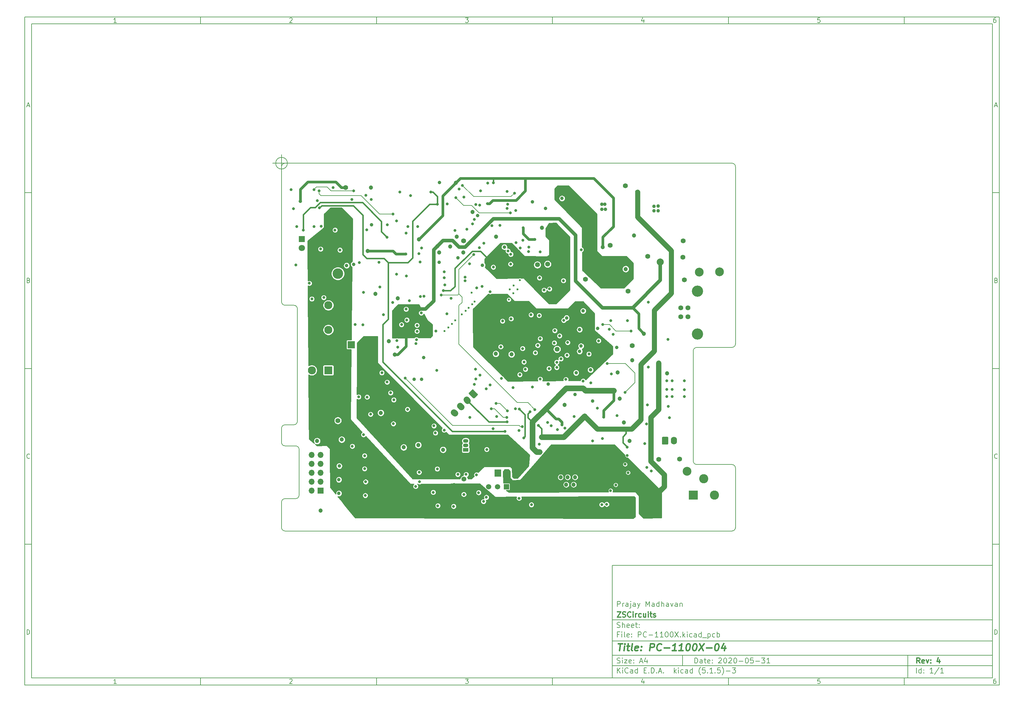
<source format=gbr>
G04 #@! TF.GenerationSoftware,KiCad,Pcbnew,(5.1.5)-3*
G04 #@! TF.CreationDate,2020-12-06T10:31:10+05:30*
G04 #@! TF.ProjectId,PC-1100X,50432d31-3130-4305-982e-6b696361645f,4*
G04 #@! TF.SameCoordinates,Original*
G04 #@! TF.FileFunction,Copper,L3,Inr*
G04 #@! TF.FilePolarity,Positive*
%FSLAX46Y46*%
G04 Gerber Fmt 4.6, Leading zero omitted, Abs format (unit mm)*
G04 Created by KiCad (PCBNEW (5.1.5)-3) date 2020-12-06 10:31:10*
%MOMM*%
%LPD*%
G04 APERTURE LIST*
%ADD10C,0.100000*%
%ADD11C,0.150000*%
%ADD12C,0.300000*%
%ADD13C,0.400000*%
G04 #@! TA.AperFunction,Profile*
%ADD14C,0.150000*%
G04 #@! TD*
G04 #@! TA.AperFunction,ViaPad*
%ADD15R,1.500000X1.500000*%
G04 #@! TD*
G04 #@! TA.AperFunction,ViaPad*
%ADD16C,1.500000*%
G04 #@! TD*
G04 #@! TA.AperFunction,ViaPad*
%ADD17O,2.000000X2.000000*%
G04 #@! TD*
G04 #@! TA.AperFunction,ViaPad*
%ADD18R,2.000000X2.000000*%
G04 #@! TD*
G04 #@! TA.AperFunction,ViaPad*
%ADD19C,2.500000*%
G04 #@! TD*
G04 #@! TA.AperFunction,ViaPad*
%ADD20O,1.740000X2.200000*%
G04 #@! TD*
G04 #@! TA.AperFunction,ViaPad*
%ADD21C,0.100000*%
G04 #@! TD*
G04 #@! TA.AperFunction,ViaPad*
%ADD22C,1.740000*%
G04 #@! TD*
G04 #@! TA.AperFunction,ViaPad*
%ADD23C,1.400000*%
G04 #@! TD*
G04 #@! TA.AperFunction,ViaPad*
%ADD24C,3.200000*%
G04 #@! TD*
G04 #@! TA.AperFunction,ViaPad*
%ADD25C,1.800000*%
G04 #@! TD*
G04 #@! TA.AperFunction,ViaPad*
%ADD26R,1.800000X1.800000*%
G04 #@! TD*
G04 #@! TA.AperFunction,ViaPad*
%ADD27C,2.300000*%
G04 #@! TD*
G04 #@! TA.AperFunction,ViaPad*
%ADD28R,2.300000X2.300000*%
G04 #@! TD*
G04 #@! TA.AperFunction,ViaPad*
%ADD29O,1.500000X1.050000*%
G04 #@! TD*
G04 #@! TA.AperFunction,ViaPad*
%ADD30R,1.500000X1.050000*%
G04 #@! TD*
G04 #@! TA.AperFunction,ViaPad*
%ADD31R,1.700000X1.700000*%
G04 #@! TD*
G04 #@! TA.AperFunction,ViaPad*
%ADD32O,1.700000X1.700000*%
G04 #@! TD*
G04 #@! TA.AperFunction,ViaPad*
%ADD33C,3.000000*%
G04 #@! TD*
G04 #@! TA.AperFunction,ViaPad*
%ADD34R,1.905000X2.000000*%
G04 #@! TD*
G04 #@! TA.AperFunction,ViaPad*
%ADD35O,1.905000X2.000000*%
G04 #@! TD*
G04 #@! TA.AperFunction,ViaPad*
%ADD36R,2.600000X2.600000*%
G04 #@! TD*
G04 #@! TA.AperFunction,ViaPad*
%ADD37C,2.600000*%
G04 #@! TD*
G04 #@! TA.AperFunction,ViaPad*
%ADD38C,0.800000*%
G04 #@! TD*
G04 #@! TA.AperFunction,ViaPad*
%ADD39C,1.000000*%
G04 #@! TD*
G04 #@! TA.AperFunction,ViaPad*
%ADD40C,0.600000*%
G04 #@! TD*
G04 #@! TA.AperFunction,ViaPad*
%ADD41C,1.200000*%
G04 #@! TD*
G04 #@! TA.AperFunction,ViaPad*
%ADD42C,2.000000*%
G04 #@! TD*
G04 #@! TA.AperFunction,Conductor*
%ADD43C,0.800000*%
G04 #@! TD*
G04 #@! TA.AperFunction,Conductor*
%ADD44C,0.400000*%
G04 #@! TD*
G04 #@! TA.AperFunction,Conductor*
%ADD45C,1.000000*%
G04 #@! TD*
G04 #@! TA.AperFunction,Conductor*
%ADD46C,0.200000*%
G04 #@! TD*
G04 #@! TA.AperFunction,Conductor*
%ADD47C,1.400000*%
G04 #@! TD*
G04 #@! TA.AperFunction,Conductor*
%ADD48C,1.600000*%
G04 #@! TD*
G04 #@! TA.AperFunction,Conductor*
%ADD49C,0.150000*%
G04 #@! TD*
G04 #@! TA.AperFunction,Conductor*
%ADD50C,1.500000*%
G04 #@! TD*
G04 #@! TA.AperFunction,Conductor*
%ADD51C,1.200000*%
G04 #@! TD*
G04 #@! TA.AperFunction,Conductor*
%ADD52C,0.254000*%
G04 #@! TD*
G04 APERTURE END LIST*
D10*
D11*
X177002200Y-166007200D02*
X177002200Y-198007200D01*
X285002200Y-198007200D01*
X285002200Y-166007200D01*
X177002200Y-166007200D01*
D10*
D11*
X10000000Y-10000000D02*
X10000000Y-200007200D01*
X287002200Y-200007200D01*
X287002200Y-10000000D01*
X10000000Y-10000000D01*
D10*
D11*
X12000000Y-12000000D02*
X12000000Y-198007200D01*
X285002200Y-198007200D01*
X285002200Y-12000000D01*
X12000000Y-12000000D01*
D10*
D11*
X60000000Y-12000000D02*
X60000000Y-10000000D01*
D10*
D11*
X110000000Y-12000000D02*
X110000000Y-10000000D01*
D10*
D11*
X160000000Y-12000000D02*
X160000000Y-10000000D01*
D10*
D11*
X210000000Y-12000000D02*
X210000000Y-10000000D01*
D10*
D11*
X260000000Y-12000000D02*
X260000000Y-10000000D01*
D10*
D11*
X36065476Y-11588095D02*
X35322619Y-11588095D01*
X35694047Y-11588095D02*
X35694047Y-10288095D01*
X35570238Y-10473809D01*
X35446428Y-10597619D01*
X35322619Y-10659523D01*
D10*
D11*
X85322619Y-10411904D02*
X85384523Y-10350000D01*
X85508333Y-10288095D01*
X85817857Y-10288095D01*
X85941666Y-10350000D01*
X86003571Y-10411904D01*
X86065476Y-10535714D01*
X86065476Y-10659523D01*
X86003571Y-10845238D01*
X85260714Y-11588095D01*
X86065476Y-11588095D01*
D10*
D11*
X135260714Y-10288095D02*
X136065476Y-10288095D01*
X135632142Y-10783333D01*
X135817857Y-10783333D01*
X135941666Y-10845238D01*
X136003571Y-10907142D01*
X136065476Y-11030952D01*
X136065476Y-11340476D01*
X136003571Y-11464285D01*
X135941666Y-11526190D01*
X135817857Y-11588095D01*
X135446428Y-11588095D01*
X135322619Y-11526190D01*
X135260714Y-11464285D01*
D10*
D11*
X185941666Y-10721428D02*
X185941666Y-11588095D01*
X185632142Y-10226190D02*
X185322619Y-11154761D01*
X186127380Y-11154761D01*
D10*
D11*
X236003571Y-10288095D02*
X235384523Y-10288095D01*
X235322619Y-10907142D01*
X235384523Y-10845238D01*
X235508333Y-10783333D01*
X235817857Y-10783333D01*
X235941666Y-10845238D01*
X236003571Y-10907142D01*
X236065476Y-11030952D01*
X236065476Y-11340476D01*
X236003571Y-11464285D01*
X235941666Y-11526190D01*
X235817857Y-11588095D01*
X235508333Y-11588095D01*
X235384523Y-11526190D01*
X235322619Y-11464285D01*
D10*
D11*
X285941666Y-10288095D02*
X285694047Y-10288095D01*
X285570238Y-10350000D01*
X285508333Y-10411904D01*
X285384523Y-10597619D01*
X285322619Y-10845238D01*
X285322619Y-11340476D01*
X285384523Y-11464285D01*
X285446428Y-11526190D01*
X285570238Y-11588095D01*
X285817857Y-11588095D01*
X285941666Y-11526190D01*
X286003571Y-11464285D01*
X286065476Y-11340476D01*
X286065476Y-11030952D01*
X286003571Y-10907142D01*
X285941666Y-10845238D01*
X285817857Y-10783333D01*
X285570238Y-10783333D01*
X285446428Y-10845238D01*
X285384523Y-10907142D01*
X285322619Y-11030952D01*
D10*
D11*
X60000000Y-198007200D02*
X60000000Y-200007200D01*
D10*
D11*
X110000000Y-198007200D02*
X110000000Y-200007200D01*
D10*
D11*
X160000000Y-198007200D02*
X160000000Y-200007200D01*
D10*
D11*
X210000000Y-198007200D02*
X210000000Y-200007200D01*
D10*
D11*
X260000000Y-198007200D02*
X260000000Y-200007200D01*
D10*
D11*
X36065476Y-199595295D02*
X35322619Y-199595295D01*
X35694047Y-199595295D02*
X35694047Y-198295295D01*
X35570238Y-198481009D01*
X35446428Y-198604819D01*
X35322619Y-198666723D01*
D10*
D11*
X85322619Y-198419104D02*
X85384523Y-198357200D01*
X85508333Y-198295295D01*
X85817857Y-198295295D01*
X85941666Y-198357200D01*
X86003571Y-198419104D01*
X86065476Y-198542914D01*
X86065476Y-198666723D01*
X86003571Y-198852438D01*
X85260714Y-199595295D01*
X86065476Y-199595295D01*
D10*
D11*
X135260714Y-198295295D02*
X136065476Y-198295295D01*
X135632142Y-198790533D01*
X135817857Y-198790533D01*
X135941666Y-198852438D01*
X136003571Y-198914342D01*
X136065476Y-199038152D01*
X136065476Y-199347676D01*
X136003571Y-199471485D01*
X135941666Y-199533390D01*
X135817857Y-199595295D01*
X135446428Y-199595295D01*
X135322619Y-199533390D01*
X135260714Y-199471485D01*
D10*
D11*
X185941666Y-198728628D02*
X185941666Y-199595295D01*
X185632142Y-198233390D02*
X185322619Y-199161961D01*
X186127380Y-199161961D01*
D10*
D11*
X236003571Y-198295295D02*
X235384523Y-198295295D01*
X235322619Y-198914342D01*
X235384523Y-198852438D01*
X235508333Y-198790533D01*
X235817857Y-198790533D01*
X235941666Y-198852438D01*
X236003571Y-198914342D01*
X236065476Y-199038152D01*
X236065476Y-199347676D01*
X236003571Y-199471485D01*
X235941666Y-199533390D01*
X235817857Y-199595295D01*
X235508333Y-199595295D01*
X235384523Y-199533390D01*
X235322619Y-199471485D01*
D10*
D11*
X285941666Y-198295295D02*
X285694047Y-198295295D01*
X285570238Y-198357200D01*
X285508333Y-198419104D01*
X285384523Y-198604819D01*
X285322619Y-198852438D01*
X285322619Y-199347676D01*
X285384523Y-199471485D01*
X285446428Y-199533390D01*
X285570238Y-199595295D01*
X285817857Y-199595295D01*
X285941666Y-199533390D01*
X286003571Y-199471485D01*
X286065476Y-199347676D01*
X286065476Y-199038152D01*
X286003571Y-198914342D01*
X285941666Y-198852438D01*
X285817857Y-198790533D01*
X285570238Y-198790533D01*
X285446428Y-198852438D01*
X285384523Y-198914342D01*
X285322619Y-199038152D01*
D10*
D11*
X10000000Y-60000000D02*
X12000000Y-60000000D01*
D10*
D11*
X10000000Y-110000000D02*
X12000000Y-110000000D01*
D10*
D11*
X10000000Y-160000000D02*
X12000000Y-160000000D01*
D10*
D11*
X10690476Y-35216666D02*
X11309523Y-35216666D01*
X10566666Y-35588095D02*
X11000000Y-34288095D01*
X11433333Y-35588095D01*
D10*
D11*
X11092857Y-84907142D02*
X11278571Y-84969047D01*
X11340476Y-85030952D01*
X11402380Y-85154761D01*
X11402380Y-85340476D01*
X11340476Y-85464285D01*
X11278571Y-85526190D01*
X11154761Y-85588095D01*
X10659523Y-85588095D01*
X10659523Y-84288095D01*
X11092857Y-84288095D01*
X11216666Y-84350000D01*
X11278571Y-84411904D01*
X11340476Y-84535714D01*
X11340476Y-84659523D01*
X11278571Y-84783333D01*
X11216666Y-84845238D01*
X11092857Y-84907142D01*
X10659523Y-84907142D01*
D10*
D11*
X11402380Y-135464285D02*
X11340476Y-135526190D01*
X11154761Y-135588095D01*
X11030952Y-135588095D01*
X10845238Y-135526190D01*
X10721428Y-135402380D01*
X10659523Y-135278571D01*
X10597619Y-135030952D01*
X10597619Y-134845238D01*
X10659523Y-134597619D01*
X10721428Y-134473809D01*
X10845238Y-134350000D01*
X11030952Y-134288095D01*
X11154761Y-134288095D01*
X11340476Y-134350000D01*
X11402380Y-134411904D01*
D10*
D11*
X10659523Y-185588095D02*
X10659523Y-184288095D01*
X10969047Y-184288095D01*
X11154761Y-184350000D01*
X11278571Y-184473809D01*
X11340476Y-184597619D01*
X11402380Y-184845238D01*
X11402380Y-185030952D01*
X11340476Y-185278571D01*
X11278571Y-185402380D01*
X11154761Y-185526190D01*
X10969047Y-185588095D01*
X10659523Y-185588095D01*
D10*
D11*
X287002200Y-60000000D02*
X285002200Y-60000000D01*
D10*
D11*
X287002200Y-110000000D02*
X285002200Y-110000000D01*
D10*
D11*
X287002200Y-160000000D02*
X285002200Y-160000000D01*
D10*
D11*
X285692676Y-35216666D02*
X286311723Y-35216666D01*
X285568866Y-35588095D02*
X286002200Y-34288095D01*
X286435533Y-35588095D01*
D10*
D11*
X286095057Y-84907142D02*
X286280771Y-84969047D01*
X286342676Y-85030952D01*
X286404580Y-85154761D01*
X286404580Y-85340476D01*
X286342676Y-85464285D01*
X286280771Y-85526190D01*
X286156961Y-85588095D01*
X285661723Y-85588095D01*
X285661723Y-84288095D01*
X286095057Y-84288095D01*
X286218866Y-84350000D01*
X286280771Y-84411904D01*
X286342676Y-84535714D01*
X286342676Y-84659523D01*
X286280771Y-84783333D01*
X286218866Y-84845238D01*
X286095057Y-84907142D01*
X285661723Y-84907142D01*
D10*
D11*
X286404580Y-135464285D02*
X286342676Y-135526190D01*
X286156961Y-135588095D01*
X286033152Y-135588095D01*
X285847438Y-135526190D01*
X285723628Y-135402380D01*
X285661723Y-135278571D01*
X285599819Y-135030952D01*
X285599819Y-134845238D01*
X285661723Y-134597619D01*
X285723628Y-134473809D01*
X285847438Y-134350000D01*
X286033152Y-134288095D01*
X286156961Y-134288095D01*
X286342676Y-134350000D01*
X286404580Y-134411904D01*
D10*
D11*
X285661723Y-185588095D02*
X285661723Y-184288095D01*
X285971247Y-184288095D01*
X286156961Y-184350000D01*
X286280771Y-184473809D01*
X286342676Y-184597619D01*
X286404580Y-184845238D01*
X286404580Y-185030952D01*
X286342676Y-185278571D01*
X286280771Y-185402380D01*
X286156961Y-185526190D01*
X285971247Y-185588095D01*
X285661723Y-185588095D01*
D10*
D11*
X200434342Y-193785771D02*
X200434342Y-192285771D01*
X200791485Y-192285771D01*
X201005771Y-192357200D01*
X201148628Y-192500057D01*
X201220057Y-192642914D01*
X201291485Y-192928628D01*
X201291485Y-193142914D01*
X201220057Y-193428628D01*
X201148628Y-193571485D01*
X201005771Y-193714342D01*
X200791485Y-193785771D01*
X200434342Y-193785771D01*
X202577200Y-193785771D02*
X202577200Y-193000057D01*
X202505771Y-192857200D01*
X202362914Y-192785771D01*
X202077200Y-192785771D01*
X201934342Y-192857200D01*
X202577200Y-193714342D02*
X202434342Y-193785771D01*
X202077200Y-193785771D01*
X201934342Y-193714342D01*
X201862914Y-193571485D01*
X201862914Y-193428628D01*
X201934342Y-193285771D01*
X202077200Y-193214342D01*
X202434342Y-193214342D01*
X202577200Y-193142914D01*
X203077200Y-192785771D02*
X203648628Y-192785771D01*
X203291485Y-192285771D02*
X203291485Y-193571485D01*
X203362914Y-193714342D01*
X203505771Y-193785771D01*
X203648628Y-193785771D01*
X204720057Y-193714342D02*
X204577200Y-193785771D01*
X204291485Y-193785771D01*
X204148628Y-193714342D01*
X204077200Y-193571485D01*
X204077200Y-193000057D01*
X204148628Y-192857200D01*
X204291485Y-192785771D01*
X204577200Y-192785771D01*
X204720057Y-192857200D01*
X204791485Y-193000057D01*
X204791485Y-193142914D01*
X204077200Y-193285771D01*
X205434342Y-193642914D02*
X205505771Y-193714342D01*
X205434342Y-193785771D01*
X205362914Y-193714342D01*
X205434342Y-193642914D01*
X205434342Y-193785771D01*
X205434342Y-192857200D02*
X205505771Y-192928628D01*
X205434342Y-193000057D01*
X205362914Y-192928628D01*
X205434342Y-192857200D01*
X205434342Y-193000057D01*
X207220057Y-192428628D02*
X207291485Y-192357200D01*
X207434342Y-192285771D01*
X207791485Y-192285771D01*
X207934342Y-192357200D01*
X208005771Y-192428628D01*
X208077200Y-192571485D01*
X208077200Y-192714342D01*
X208005771Y-192928628D01*
X207148628Y-193785771D01*
X208077200Y-193785771D01*
X209005771Y-192285771D02*
X209148628Y-192285771D01*
X209291485Y-192357200D01*
X209362914Y-192428628D01*
X209434342Y-192571485D01*
X209505771Y-192857200D01*
X209505771Y-193214342D01*
X209434342Y-193500057D01*
X209362914Y-193642914D01*
X209291485Y-193714342D01*
X209148628Y-193785771D01*
X209005771Y-193785771D01*
X208862914Y-193714342D01*
X208791485Y-193642914D01*
X208720057Y-193500057D01*
X208648628Y-193214342D01*
X208648628Y-192857200D01*
X208720057Y-192571485D01*
X208791485Y-192428628D01*
X208862914Y-192357200D01*
X209005771Y-192285771D01*
X210077200Y-192428628D02*
X210148628Y-192357200D01*
X210291485Y-192285771D01*
X210648628Y-192285771D01*
X210791485Y-192357200D01*
X210862914Y-192428628D01*
X210934342Y-192571485D01*
X210934342Y-192714342D01*
X210862914Y-192928628D01*
X210005771Y-193785771D01*
X210934342Y-193785771D01*
X211862914Y-192285771D02*
X212005771Y-192285771D01*
X212148628Y-192357200D01*
X212220057Y-192428628D01*
X212291485Y-192571485D01*
X212362914Y-192857200D01*
X212362914Y-193214342D01*
X212291485Y-193500057D01*
X212220057Y-193642914D01*
X212148628Y-193714342D01*
X212005771Y-193785771D01*
X211862914Y-193785771D01*
X211720057Y-193714342D01*
X211648628Y-193642914D01*
X211577200Y-193500057D01*
X211505771Y-193214342D01*
X211505771Y-192857200D01*
X211577200Y-192571485D01*
X211648628Y-192428628D01*
X211720057Y-192357200D01*
X211862914Y-192285771D01*
X213005771Y-193214342D02*
X214148628Y-193214342D01*
X215148628Y-192285771D02*
X215291485Y-192285771D01*
X215434342Y-192357200D01*
X215505771Y-192428628D01*
X215577200Y-192571485D01*
X215648628Y-192857200D01*
X215648628Y-193214342D01*
X215577200Y-193500057D01*
X215505771Y-193642914D01*
X215434342Y-193714342D01*
X215291485Y-193785771D01*
X215148628Y-193785771D01*
X215005771Y-193714342D01*
X214934342Y-193642914D01*
X214862914Y-193500057D01*
X214791485Y-193214342D01*
X214791485Y-192857200D01*
X214862914Y-192571485D01*
X214934342Y-192428628D01*
X215005771Y-192357200D01*
X215148628Y-192285771D01*
X217005771Y-192285771D02*
X216291485Y-192285771D01*
X216220057Y-193000057D01*
X216291485Y-192928628D01*
X216434342Y-192857200D01*
X216791485Y-192857200D01*
X216934342Y-192928628D01*
X217005771Y-193000057D01*
X217077200Y-193142914D01*
X217077200Y-193500057D01*
X217005771Y-193642914D01*
X216934342Y-193714342D01*
X216791485Y-193785771D01*
X216434342Y-193785771D01*
X216291485Y-193714342D01*
X216220057Y-193642914D01*
X217720057Y-193214342D02*
X218862914Y-193214342D01*
X219434342Y-192285771D02*
X220362914Y-192285771D01*
X219862914Y-192857200D01*
X220077200Y-192857200D01*
X220220057Y-192928628D01*
X220291485Y-193000057D01*
X220362914Y-193142914D01*
X220362914Y-193500057D01*
X220291485Y-193642914D01*
X220220057Y-193714342D01*
X220077200Y-193785771D01*
X219648628Y-193785771D01*
X219505771Y-193714342D01*
X219434342Y-193642914D01*
X221791485Y-193785771D02*
X220934342Y-193785771D01*
X221362914Y-193785771D02*
X221362914Y-192285771D01*
X221220057Y-192500057D01*
X221077200Y-192642914D01*
X220934342Y-192714342D01*
D10*
D11*
X177002200Y-194507200D02*
X285002200Y-194507200D01*
D10*
D11*
X178434342Y-196585771D02*
X178434342Y-195085771D01*
X179291485Y-196585771D02*
X178648628Y-195728628D01*
X179291485Y-195085771D02*
X178434342Y-195942914D01*
X179934342Y-196585771D02*
X179934342Y-195585771D01*
X179934342Y-195085771D02*
X179862914Y-195157200D01*
X179934342Y-195228628D01*
X180005771Y-195157200D01*
X179934342Y-195085771D01*
X179934342Y-195228628D01*
X181505771Y-196442914D02*
X181434342Y-196514342D01*
X181220057Y-196585771D01*
X181077200Y-196585771D01*
X180862914Y-196514342D01*
X180720057Y-196371485D01*
X180648628Y-196228628D01*
X180577200Y-195942914D01*
X180577200Y-195728628D01*
X180648628Y-195442914D01*
X180720057Y-195300057D01*
X180862914Y-195157200D01*
X181077200Y-195085771D01*
X181220057Y-195085771D01*
X181434342Y-195157200D01*
X181505771Y-195228628D01*
X182791485Y-196585771D02*
X182791485Y-195800057D01*
X182720057Y-195657200D01*
X182577200Y-195585771D01*
X182291485Y-195585771D01*
X182148628Y-195657200D01*
X182791485Y-196514342D02*
X182648628Y-196585771D01*
X182291485Y-196585771D01*
X182148628Y-196514342D01*
X182077200Y-196371485D01*
X182077200Y-196228628D01*
X182148628Y-196085771D01*
X182291485Y-196014342D01*
X182648628Y-196014342D01*
X182791485Y-195942914D01*
X184148628Y-196585771D02*
X184148628Y-195085771D01*
X184148628Y-196514342D02*
X184005771Y-196585771D01*
X183720057Y-196585771D01*
X183577200Y-196514342D01*
X183505771Y-196442914D01*
X183434342Y-196300057D01*
X183434342Y-195871485D01*
X183505771Y-195728628D01*
X183577200Y-195657200D01*
X183720057Y-195585771D01*
X184005771Y-195585771D01*
X184148628Y-195657200D01*
X186005771Y-195800057D02*
X186505771Y-195800057D01*
X186720057Y-196585771D02*
X186005771Y-196585771D01*
X186005771Y-195085771D01*
X186720057Y-195085771D01*
X187362914Y-196442914D02*
X187434342Y-196514342D01*
X187362914Y-196585771D01*
X187291485Y-196514342D01*
X187362914Y-196442914D01*
X187362914Y-196585771D01*
X188077200Y-196585771D02*
X188077200Y-195085771D01*
X188434342Y-195085771D01*
X188648628Y-195157200D01*
X188791485Y-195300057D01*
X188862914Y-195442914D01*
X188934342Y-195728628D01*
X188934342Y-195942914D01*
X188862914Y-196228628D01*
X188791485Y-196371485D01*
X188648628Y-196514342D01*
X188434342Y-196585771D01*
X188077200Y-196585771D01*
X189577200Y-196442914D02*
X189648628Y-196514342D01*
X189577200Y-196585771D01*
X189505771Y-196514342D01*
X189577200Y-196442914D01*
X189577200Y-196585771D01*
X190220057Y-196157200D02*
X190934342Y-196157200D01*
X190077200Y-196585771D02*
X190577200Y-195085771D01*
X191077200Y-196585771D01*
X191577200Y-196442914D02*
X191648628Y-196514342D01*
X191577200Y-196585771D01*
X191505771Y-196514342D01*
X191577200Y-196442914D01*
X191577200Y-196585771D01*
X194577200Y-196585771D02*
X194577200Y-195085771D01*
X194720057Y-196014342D02*
X195148628Y-196585771D01*
X195148628Y-195585771D02*
X194577200Y-196157200D01*
X195791485Y-196585771D02*
X195791485Y-195585771D01*
X195791485Y-195085771D02*
X195720057Y-195157200D01*
X195791485Y-195228628D01*
X195862914Y-195157200D01*
X195791485Y-195085771D01*
X195791485Y-195228628D01*
X197148628Y-196514342D02*
X197005771Y-196585771D01*
X196720057Y-196585771D01*
X196577200Y-196514342D01*
X196505771Y-196442914D01*
X196434342Y-196300057D01*
X196434342Y-195871485D01*
X196505771Y-195728628D01*
X196577200Y-195657200D01*
X196720057Y-195585771D01*
X197005771Y-195585771D01*
X197148628Y-195657200D01*
X198434342Y-196585771D02*
X198434342Y-195800057D01*
X198362914Y-195657200D01*
X198220057Y-195585771D01*
X197934342Y-195585771D01*
X197791485Y-195657200D01*
X198434342Y-196514342D02*
X198291485Y-196585771D01*
X197934342Y-196585771D01*
X197791485Y-196514342D01*
X197720057Y-196371485D01*
X197720057Y-196228628D01*
X197791485Y-196085771D01*
X197934342Y-196014342D01*
X198291485Y-196014342D01*
X198434342Y-195942914D01*
X199791485Y-196585771D02*
X199791485Y-195085771D01*
X199791485Y-196514342D02*
X199648628Y-196585771D01*
X199362914Y-196585771D01*
X199220057Y-196514342D01*
X199148628Y-196442914D01*
X199077200Y-196300057D01*
X199077200Y-195871485D01*
X199148628Y-195728628D01*
X199220057Y-195657200D01*
X199362914Y-195585771D01*
X199648628Y-195585771D01*
X199791485Y-195657200D01*
X202077200Y-197157200D02*
X202005771Y-197085771D01*
X201862914Y-196871485D01*
X201791485Y-196728628D01*
X201720057Y-196514342D01*
X201648628Y-196157200D01*
X201648628Y-195871485D01*
X201720057Y-195514342D01*
X201791485Y-195300057D01*
X201862914Y-195157200D01*
X202005771Y-194942914D01*
X202077200Y-194871485D01*
X203362914Y-195085771D02*
X202648628Y-195085771D01*
X202577200Y-195800057D01*
X202648628Y-195728628D01*
X202791485Y-195657200D01*
X203148628Y-195657200D01*
X203291485Y-195728628D01*
X203362914Y-195800057D01*
X203434342Y-195942914D01*
X203434342Y-196300057D01*
X203362914Y-196442914D01*
X203291485Y-196514342D01*
X203148628Y-196585771D01*
X202791485Y-196585771D01*
X202648628Y-196514342D01*
X202577200Y-196442914D01*
X204077200Y-196442914D02*
X204148628Y-196514342D01*
X204077200Y-196585771D01*
X204005771Y-196514342D01*
X204077200Y-196442914D01*
X204077200Y-196585771D01*
X205577200Y-196585771D02*
X204720057Y-196585771D01*
X205148628Y-196585771D02*
X205148628Y-195085771D01*
X205005771Y-195300057D01*
X204862914Y-195442914D01*
X204720057Y-195514342D01*
X206220057Y-196442914D02*
X206291485Y-196514342D01*
X206220057Y-196585771D01*
X206148628Y-196514342D01*
X206220057Y-196442914D01*
X206220057Y-196585771D01*
X207648628Y-195085771D02*
X206934342Y-195085771D01*
X206862914Y-195800057D01*
X206934342Y-195728628D01*
X207077200Y-195657200D01*
X207434342Y-195657200D01*
X207577200Y-195728628D01*
X207648628Y-195800057D01*
X207720057Y-195942914D01*
X207720057Y-196300057D01*
X207648628Y-196442914D01*
X207577200Y-196514342D01*
X207434342Y-196585771D01*
X207077200Y-196585771D01*
X206934342Y-196514342D01*
X206862914Y-196442914D01*
X208220057Y-197157200D02*
X208291485Y-197085771D01*
X208434342Y-196871485D01*
X208505771Y-196728628D01*
X208577200Y-196514342D01*
X208648628Y-196157200D01*
X208648628Y-195871485D01*
X208577200Y-195514342D01*
X208505771Y-195300057D01*
X208434342Y-195157200D01*
X208291485Y-194942914D01*
X208220057Y-194871485D01*
X209362914Y-196014342D02*
X210505771Y-196014342D01*
X211077200Y-195085771D02*
X212005771Y-195085771D01*
X211505771Y-195657200D01*
X211720057Y-195657200D01*
X211862914Y-195728628D01*
X211934342Y-195800057D01*
X212005771Y-195942914D01*
X212005771Y-196300057D01*
X211934342Y-196442914D01*
X211862914Y-196514342D01*
X211720057Y-196585771D01*
X211291485Y-196585771D01*
X211148628Y-196514342D01*
X211077200Y-196442914D01*
D10*
D11*
X177002200Y-191507200D02*
X285002200Y-191507200D01*
D10*
D12*
X264411485Y-193785771D02*
X263911485Y-193071485D01*
X263554342Y-193785771D02*
X263554342Y-192285771D01*
X264125771Y-192285771D01*
X264268628Y-192357200D01*
X264340057Y-192428628D01*
X264411485Y-192571485D01*
X264411485Y-192785771D01*
X264340057Y-192928628D01*
X264268628Y-193000057D01*
X264125771Y-193071485D01*
X263554342Y-193071485D01*
X265625771Y-193714342D02*
X265482914Y-193785771D01*
X265197200Y-193785771D01*
X265054342Y-193714342D01*
X264982914Y-193571485D01*
X264982914Y-193000057D01*
X265054342Y-192857200D01*
X265197200Y-192785771D01*
X265482914Y-192785771D01*
X265625771Y-192857200D01*
X265697200Y-193000057D01*
X265697200Y-193142914D01*
X264982914Y-193285771D01*
X266197200Y-192785771D02*
X266554342Y-193785771D01*
X266911485Y-192785771D01*
X267482914Y-193642914D02*
X267554342Y-193714342D01*
X267482914Y-193785771D01*
X267411485Y-193714342D01*
X267482914Y-193642914D01*
X267482914Y-193785771D01*
X267482914Y-192857200D02*
X267554342Y-192928628D01*
X267482914Y-193000057D01*
X267411485Y-192928628D01*
X267482914Y-192857200D01*
X267482914Y-193000057D01*
X269982914Y-192785771D02*
X269982914Y-193785771D01*
X269625771Y-192214342D02*
X269268628Y-193285771D01*
X270197200Y-193285771D01*
D10*
D11*
X178362914Y-193714342D02*
X178577200Y-193785771D01*
X178934342Y-193785771D01*
X179077200Y-193714342D01*
X179148628Y-193642914D01*
X179220057Y-193500057D01*
X179220057Y-193357200D01*
X179148628Y-193214342D01*
X179077200Y-193142914D01*
X178934342Y-193071485D01*
X178648628Y-193000057D01*
X178505771Y-192928628D01*
X178434342Y-192857200D01*
X178362914Y-192714342D01*
X178362914Y-192571485D01*
X178434342Y-192428628D01*
X178505771Y-192357200D01*
X178648628Y-192285771D01*
X179005771Y-192285771D01*
X179220057Y-192357200D01*
X179862914Y-193785771D02*
X179862914Y-192785771D01*
X179862914Y-192285771D02*
X179791485Y-192357200D01*
X179862914Y-192428628D01*
X179934342Y-192357200D01*
X179862914Y-192285771D01*
X179862914Y-192428628D01*
X180434342Y-192785771D02*
X181220057Y-192785771D01*
X180434342Y-193785771D01*
X181220057Y-193785771D01*
X182362914Y-193714342D02*
X182220057Y-193785771D01*
X181934342Y-193785771D01*
X181791485Y-193714342D01*
X181720057Y-193571485D01*
X181720057Y-193000057D01*
X181791485Y-192857200D01*
X181934342Y-192785771D01*
X182220057Y-192785771D01*
X182362914Y-192857200D01*
X182434342Y-193000057D01*
X182434342Y-193142914D01*
X181720057Y-193285771D01*
X183077200Y-193642914D02*
X183148628Y-193714342D01*
X183077200Y-193785771D01*
X183005771Y-193714342D01*
X183077200Y-193642914D01*
X183077200Y-193785771D01*
X183077200Y-192857200D02*
X183148628Y-192928628D01*
X183077200Y-193000057D01*
X183005771Y-192928628D01*
X183077200Y-192857200D01*
X183077200Y-193000057D01*
X184862914Y-193357200D02*
X185577200Y-193357200D01*
X184720057Y-193785771D02*
X185220057Y-192285771D01*
X185720057Y-193785771D01*
X186862914Y-192785771D02*
X186862914Y-193785771D01*
X186505771Y-192214342D02*
X186148628Y-193285771D01*
X187077200Y-193285771D01*
D10*
D11*
X263434342Y-196585771D02*
X263434342Y-195085771D01*
X264791485Y-196585771D02*
X264791485Y-195085771D01*
X264791485Y-196514342D02*
X264648628Y-196585771D01*
X264362914Y-196585771D01*
X264220057Y-196514342D01*
X264148628Y-196442914D01*
X264077200Y-196300057D01*
X264077200Y-195871485D01*
X264148628Y-195728628D01*
X264220057Y-195657200D01*
X264362914Y-195585771D01*
X264648628Y-195585771D01*
X264791485Y-195657200D01*
X265505771Y-196442914D02*
X265577200Y-196514342D01*
X265505771Y-196585771D01*
X265434342Y-196514342D01*
X265505771Y-196442914D01*
X265505771Y-196585771D01*
X265505771Y-195657200D02*
X265577200Y-195728628D01*
X265505771Y-195800057D01*
X265434342Y-195728628D01*
X265505771Y-195657200D01*
X265505771Y-195800057D01*
X268148628Y-196585771D02*
X267291485Y-196585771D01*
X267720057Y-196585771D02*
X267720057Y-195085771D01*
X267577200Y-195300057D01*
X267434342Y-195442914D01*
X267291485Y-195514342D01*
X269862914Y-195014342D02*
X268577200Y-196942914D01*
X271148628Y-196585771D02*
X270291485Y-196585771D01*
X270720057Y-196585771D02*
X270720057Y-195085771D01*
X270577200Y-195300057D01*
X270434342Y-195442914D01*
X270291485Y-195514342D01*
D10*
D11*
X177002200Y-187507200D02*
X285002200Y-187507200D01*
D10*
D13*
X178714580Y-188211961D02*
X179857438Y-188211961D01*
X179036009Y-190211961D02*
X179286009Y-188211961D01*
X180274104Y-190211961D02*
X180440771Y-188878628D01*
X180524104Y-188211961D02*
X180416961Y-188307200D01*
X180500295Y-188402438D01*
X180607438Y-188307200D01*
X180524104Y-188211961D01*
X180500295Y-188402438D01*
X181107438Y-188878628D02*
X181869342Y-188878628D01*
X181476485Y-188211961D02*
X181262200Y-189926247D01*
X181333628Y-190116723D01*
X181512200Y-190211961D01*
X181702676Y-190211961D01*
X182655057Y-190211961D02*
X182476485Y-190116723D01*
X182405057Y-189926247D01*
X182619342Y-188211961D01*
X184190771Y-190116723D02*
X183988390Y-190211961D01*
X183607438Y-190211961D01*
X183428866Y-190116723D01*
X183357438Y-189926247D01*
X183452676Y-189164342D01*
X183571723Y-188973866D01*
X183774104Y-188878628D01*
X184155057Y-188878628D01*
X184333628Y-188973866D01*
X184405057Y-189164342D01*
X184381247Y-189354819D01*
X183405057Y-189545295D01*
X185155057Y-190021485D02*
X185238390Y-190116723D01*
X185131247Y-190211961D01*
X185047914Y-190116723D01*
X185155057Y-190021485D01*
X185131247Y-190211961D01*
X185286009Y-188973866D02*
X185369342Y-189069104D01*
X185262200Y-189164342D01*
X185178866Y-189069104D01*
X185286009Y-188973866D01*
X185262200Y-189164342D01*
X187607438Y-190211961D02*
X187857438Y-188211961D01*
X188619342Y-188211961D01*
X188797914Y-188307200D01*
X188881247Y-188402438D01*
X188952676Y-188592914D01*
X188916961Y-188878628D01*
X188797914Y-189069104D01*
X188690771Y-189164342D01*
X188488390Y-189259580D01*
X187726485Y-189259580D01*
X190774104Y-190021485D02*
X190666961Y-190116723D01*
X190369342Y-190211961D01*
X190178866Y-190211961D01*
X189905057Y-190116723D01*
X189738390Y-189926247D01*
X189666961Y-189735771D01*
X189619342Y-189354819D01*
X189655057Y-189069104D01*
X189797914Y-188688152D01*
X189916961Y-188497676D01*
X190131247Y-188307200D01*
X190428866Y-188211961D01*
X190619342Y-188211961D01*
X190893152Y-188307200D01*
X190976485Y-188402438D01*
X191702676Y-189450057D02*
X193226485Y-189450057D01*
X195131247Y-190211961D02*
X193988390Y-190211961D01*
X194559819Y-190211961D02*
X194809819Y-188211961D01*
X194583628Y-188497676D01*
X194369342Y-188688152D01*
X194166961Y-188783390D01*
X197036009Y-190211961D02*
X195893152Y-190211961D01*
X196464580Y-190211961D02*
X196714580Y-188211961D01*
X196488390Y-188497676D01*
X196274104Y-188688152D01*
X196071723Y-188783390D01*
X198524104Y-188211961D02*
X198714580Y-188211961D01*
X198893152Y-188307200D01*
X198976485Y-188402438D01*
X199047914Y-188592914D01*
X199095533Y-188973866D01*
X199036009Y-189450057D01*
X198893152Y-189831009D01*
X198774104Y-190021485D01*
X198666961Y-190116723D01*
X198464580Y-190211961D01*
X198274104Y-190211961D01*
X198095533Y-190116723D01*
X198012200Y-190021485D01*
X197940771Y-189831009D01*
X197893152Y-189450057D01*
X197952676Y-188973866D01*
X198095533Y-188592914D01*
X198214580Y-188402438D01*
X198321723Y-188307200D01*
X198524104Y-188211961D01*
X200428866Y-188211961D02*
X200619342Y-188211961D01*
X200797914Y-188307200D01*
X200881247Y-188402438D01*
X200952676Y-188592914D01*
X201000295Y-188973866D01*
X200940771Y-189450057D01*
X200797914Y-189831009D01*
X200678866Y-190021485D01*
X200571723Y-190116723D01*
X200369342Y-190211961D01*
X200178866Y-190211961D01*
X200000295Y-190116723D01*
X199916961Y-190021485D01*
X199845533Y-189831009D01*
X199797914Y-189450057D01*
X199857438Y-188973866D01*
X200000295Y-188592914D01*
X200119342Y-188402438D01*
X200226485Y-188307200D01*
X200428866Y-188211961D01*
X201762200Y-188211961D02*
X202845533Y-190211961D01*
X203095533Y-188211961D02*
X201512200Y-190211961D01*
X203702676Y-189450057D02*
X205226485Y-189450057D01*
X206714580Y-188211961D02*
X206905057Y-188211961D01*
X207083628Y-188307200D01*
X207166961Y-188402438D01*
X207238390Y-188592914D01*
X207286009Y-188973866D01*
X207226485Y-189450057D01*
X207083628Y-189831009D01*
X206964580Y-190021485D01*
X206857438Y-190116723D01*
X206655057Y-190211961D01*
X206464580Y-190211961D01*
X206286009Y-190116723D01*
X206202676Y-190021485D01*
X206131247Y-189831009D01*
X206083628Y-189450057D01*
X206143152Y-188973866D01*
X206286009Y-188592914D01*
X206405057Y-188402438D01*
X206512200Y-188307200D01*
X206714580Y-188211961D01*
X209012200Y-188878628D02*
X208845533Y-190211961D01*
X208631247Y-188116723D02*
X207976485Y-189545295D01*
X209214580Y-189545295D01*
D10*
D11*
X178934342Y-185600057D02*
X178434342Y-185600057D01*
X178434342Y-186385771D02*
X178434342Y-184885771D01*
X179148628Y-184885771D01*
X179720057Y-186385771D02*
X179720057Y-185385771D01*
X179720057Y-184885771D02*
X179648628Y-184957200D01*
X179720057Y-185028628D01*
X179791485Y-184957200D01*
X179720057Y-184885771D01*
X179720057Y-185028628D01*
X180648628Y-186385771D02*
X180505771Y-186314342D01*
X180434342Y-186171485D01*
X180434342Y-184885771D01*
X181791485Y-186314342D02*
X181648628Y-186385771D01*
X181362914Y-186385771D01*
X181220057Y-186314342D01*
X181148628Y-186171485D01*
X181148628Y-185600057D01*
X181220057Y-185457200D01*
X181362914Y-185385771D01*
X181648628Y-185385771D01*
X181791485Y-185457200D01*
X181862914Y-185600057D01*
X181862914Y-185742914D01*
X181148628Y-185885771D01*
X182505771Y-186242914D02*
X182577200Y-186314342D01*
X182505771Y-186385771D01*
X182434342Y-186314342D01*
X182505771Y-186242914D01*
X182505771Y-186385771D01*
X182505771Y-185457200D02*
X182577200Y-185528628D01*
X182505771Y-185600057D01*
X182434342Y-185528628D01*
X182505771Y-185457200D01*
X182505771Y-185600057D01*
X184362914Y-186385771D02*
X184362914Y-184885771D01*
X184934342Y-184885771D01*
X185077200Y-184957200D01*
X185148628Y-185028628D01*
X185220057Y-185171485D01*
X185220057Y-185385771D01*
X185148628Y-185528628D01*
X185077200Y-185600057D01*
X184934342Y-185671485D01*
X184362914Y-185671485D01*
X186720057Y-186242914D02*
X186648628Y-186314342D01*
X186434342Y-186385771D01*
X186291485Y-186385771D01*
X186077200Y-186314342D01*
X185934342Y-186171485D01*
X185862914Y-186028628D01*
X185791485Y-185742914D01*
X185791485Y-185528628D01*
X185862914Y-185242914D01*
X185934342Y-185100057D01*
X186077200Y-184957200D01*
X186291485Y-184885771D01*
X186434342Y-184885771D01*
X186648628Y-184957200D01*
X186720057Y-185028628D01*
X187362914Y-185814342D02*
X188505771Y-185814342D01*
X190005771Y-186385771D02*
X189148628Y-186385771D01*
X189577200Y-186385771D02*
X189577200Y-184885771D01*
X189434342Y-185100057D01*
X189291485Y-185242914D01*
X189148628Y-185314342D01*
X191434342Y-186385771D02*
X190577200Y-186385771D01*
X191005771Y-186385771D02*
X191005771Y-184885771D01*
X190862914Y-185100057D01*
X190720057Y-185242914D01*
X190577200Y-185314342D01*
X192362914Y-184885771D02*
X192505771Y-184885771D01*
X192648628Y-184957200D01*
X192720057Y-185028628D01*
X192791485Y-185171485D01*
X192862914Y-185457200D01*
X192862914Y-185814342D01*
X192791485Y-186100057D01*
X192720057Y-186242914D01*
X192648628Y-186314342D01*
X192505771Y-186385771D01*
X192362914Y-186385771D01*
X192220057Y-186314342D01*
X192148628Y-186242914D01*
X192077200Y-186100057D01*
X192005771Y-185814342D01*
X192005771Y-185457200D01*
X192077200Y-185171485D01*
X192148628Y-185028628D01*
X192220057Y-184957200D01*
X192362914Y-184885771D01*
X193791485Y-184885771D02*
X193934342Y-184885771D01*
X194077200Y-184957200D01*
X194148628Y-185028628D01*
X194220057Y-185171485D01*
X194291485Y-185457200D01*
X194291485Y-185814342D01*
X194220057Y-186100057D01*
X194148628Y-186242914D01*
X194077200Y-186314342D01*
X193934342Y-186385771D01*
X193791485Y-186385771D01*
X193648628Y-186314342D01*
X193577200Y-186242914D01*
X193505771Y-186100057D01*
X193434342Y-185814342D01*
X193434342Y-185457200D01*
X193505771Y-185171485D01*
X193577200Y-185028628D01*
X193648628Y-184957200D01*
X193791485Y-184885771D01*
X194791485Y-184885771D02*
X195791485Y-186385771D01*
X195791485Y-184885771D02*
X194791485Y-186385771D01*
X196362914Y-186242914D02*
X196434342Y-186314342D01*
X196362914Y-186385771D01*
X196291485Y-186314342D01*
X196362914Y-186242914D01*
X196362914Y-186385771D01*
X197077200Y-186385771D02*
X197077200Y-184885771D01*
X197220057Y-185814342D02*
X197648628Y-186385771D01*
X197648628Y-185385771D02*
X197077200Y-185957200D01*
X198291485Y-186385771D02*
X198291485Y-185385771D01*
X198291485Y-184885771D02*
X198220057Y-184957200D01*
X198291485Y-185028628D01*
X198362914Y-184957200D01*
X198291485Y-184885771D01*
X198291485Y-185028628D01*
X199648628Y-186314342D02*
X199505771Y-186385771D01*
X199220057Y-186385771D01*
X199077200Y-186314342D01*
X199005771Y-186242914D01*
X198934342Y-186100057D01*
X198934342Y-185671485D01*
X199005771Y-185528628D01*
X199077200Y-185457200D01*
X199220057Y-185385771D01*
X199505771Y-185385771D01*
X199648628Y-185457200D01*
X200934342Y-186385771D02*
X200934342Y-185600057D01*
X200862914Y-185457200D01*
X200720057Y-185385771D01*
X200434342Y-185385771D01*
X200291485Y-185457200D01*
X200934342Y-186314342D02*
X200791485Y-186385771D01*
X200434342Y-186385771D01*
X200291485Y-186314342D01*
X200220057Y-186171485D01*
X200220057Y-186028628D01*
X200291485Y-185885771D01*
X200434342Y-185814342D01*
X200791485Y-185814342D01*
X200934342Y-185742914D01*
X202291485Y-186385771D02*
X202291485Y-184885771D01*
X202291485Y-186314342D02*
X202148628Y-186385771D01*
X201862914Y-186385771D01*
X201720057Y-186314342D01*
X201648628Y-186242914D01*
X201577200Y-186100057D01*
X201577200Y-185671485D01*
X201648628Y-185528628D01*
X201720057Y-185457200D01*
X201862914Y-185385771D01*
X202148628Y-185385771D01*
X202291485Y-185457200D01*
X202648628Y-186528628D02*
X203791485Y-186528628D01*
X204148628Y-185385771D02*
X204148628Y-186885771D01*
X204148628Y-185457200D02*
X204291485Y-185385771D01*
X204577200Y-185385771D01*
X204720057Y-185457200D01*
X204791485Y-185528628D01*
X204862914Y-185671485D01*
X204862914Y-186100057D01*
X204791485Y-186242914D01*
X204720057Y-186314342D01*
X204577200Y-186385771D01*
X204291485Y-186385771D01*
X204148628Y-186314342D01*
X206148628Y-186314342D02*
X206005771Y-186385771D01*
X205720057Y-186385771D01*
X205577200Y-186314342D01*
X205505771Y-186242914D01*
X205434342Y-186100057D01*
X205434342Y-185671485D01*
X205505771Y-185528628D01*
X205577200Y-185457200D01*
X205720057Y-185385771D01*
X206005771Y-185385771D01*
X206148628Y-185457200D01*
X206791485Y-186385771D02*
X206791485Y-184885771D01*
X206791485Y-185457200D02*
X206934342Y-185385771D01*
X207220057Y-185385771D01*
X207362914Y-185457200D01*
X207434342Y-185528628D01*
X207505771Y-185671485D01*
X207505771Y-186100057D01*
X207434342Y-186242914D01*
X207362914Y-186314342D01*
X207220057Y-186385771D01*
X206934342Y-186385771D01*
X206791485Y-186314342D01*
D10*
D11*
X177002200Y-181507200D02*
X285002200Y-181507200D01*
D10*
D11*
X178362914Y-183614342D02*
X178577200Y-183685771D01*
X178934342Y-183685771D01*
X179077200Y-183614342D01*
X179148628Y-183542914D01*
X179220057Y-183400057D01*
X179220057Y-183257200D01*
X179148628Y-183114342D01*
X179077200Y-183042914D01*
X178934342Y-182971485D01*
X178648628Y-182900057D01*
X178505771Y-182828628D01*
X178434342Y-182757200D01*
X178362914Y-182614342D01*
X178362914Y-182471485D01*
X178434342Y-182328628D01*
X178505771Y-182257200D01*
X178648628Y-182185771D01*
X179005771Y-182185771D01*
X179220057Y-182257200D01*
X179862914Y-183685771D02*
X179862914Y-182185771D01*
X180505771Y-183685771D02*
X180505771Y-182900057D01*
X180434342Y-182757200D01*
X180291485Y-182685771D01*
X180077200Y-182685771D01*
X179934342Y-182757200D01*
X179862914Y-182828628D01*
X181791485Y-183614342D02*
X181648628Y-183685771D01*
X181362914Y-183685771D01*
X181220057Y-183614342D01*
X181148628Y-183471485D01*
X181148628Y-182900057D01*
X181220057Y-182757200D01*
X181362914Y-182685771D01*
X181648628Y-182685771D01*
X181791485Y-182757200D01*
X181862914Y-182900057D01*
X181862914Y-183042914D01*
X181148628Y-183185771D01*
X183077200Y-183614342D02*
X182934342Y-183685771D01*
X182648628Y-183685771D01*
X182505771Y-183614342D01*
X182434342Y-183471485D01*
X182434342Y-182900057D01*
X182505771Y-182757200D01*
X182648628Y-182685771D01*
X182934342Y-182685771D01*
X183077200Y-182757200D01*
X183148628Y-182900057D01*
X183148628Y-183042914D01*
X182434342Y-183185771D01*
X183577200Y-182685771D02*
X184148628Y-182685771D01*
X183791485Y-182185771D02*
X183791485Y-183471485D01*
X183862914Y-183614342D01*
X184005771Y-183685771D01*
X184148628Y-183685771D01*
X184648628Y-183542914D02*
X184720057Y-183614342D01*
X184648628Y-183685771D01*
X184577200Y-183614342D01*
X184648628Y-183542914D01*
X184648628Y-183685771D01*
X184648628Y-182757200D02*
X184720057Y-182828628D01*
X184648628Y-182900057D01*
X184577200Y-182828628D01*
X184648628Y-182757200D01*
X184648628Y-182900057D01*
D10*
D12*
X178411485Y-179185771D02*
X179411485Y-179185771D01*
X178411485Y-180685771D01*
X179411485Y-180685771D01*
X179911485Y-180614342D02*
X180125771Y-180685771D01*
X180482914Y-180685771D01*
X180625771Y-180614342D01*
X180697200Y-180542914D01*
X180768628Y-180400057D01*
X180768628Y-180257200D01*
X180697200Y-180114342D01*
X180625771Y-180042914D01*
X180482914Y-179971485D01*
X180197200Y-179900057D01*
X180054342Y-179828628D01*
X179982914Y-179757200D01*
X179911485Y-179614342D01*
X179911485Y-179471485D01*
X179982914Y-179328628D01*
X180054342Y-179257200D01*
X180197200Y-179185771D01*
X180554342Y-179185771D01*
X180768628Y-179257200D01*
X182268628Y-180542914D02*
X182197200Y-180614342D01*
X181982914Y-180685771D01*
X181840057Y-180685771D01*
X181625771Y-180614342D01*
X181482914Y-180471485D01*
X181411485Y-180328628D01*
X181340057Y-180042914D01*
X181340057Y-179828628D01*
X181411485Y-179542914D01*
X181482914Y-179400057D01*
X181625771Y-179257200D01*
X181840057Y-179185771D01*
X181982914Y-179185771D01*
X182197200Y-179257200D01*
X182268628Y-179328628D01*
X182911485Y-180685771D02*
X182911485Y-179685771D01*
X182911485Y-179185771D02*
X182840057Y-179257200D01*
X182911485Y-179328628D01*
X182982914Y-179257200D01*
X182911485Y-179185771D01*
X182911485Y-179328628D01*
X183625771Y-180685771D02*
X183625771Y-179685771D01*
X183625771Y-179971485D02*
X183697200Y-179828628D01*
X183768628Y-179757200D01*
X183911485Y-179685771D01*
X184054342Y-179685771D01*
X185197200Y-180614342D02*
X185054342Y-180685771D01*
X184768628Y-180685771D01*
X184625771Y-180614342D01*
X184554342Y-180542914D01*
X184482914Y-180400057D01*
X184482914Y-179971485D01*
X184554342Y-179828628D01*
X184625771Y-179757200D01*
X184768628Y-179685771D01*
X185054342Y-179685771D01*
X185197200Y-179757200D01*
X186482914Y-179685771D02*
X186482914Y-180685771D01*
X185840057Y-179685771D02*
X185840057Y-180471485D01*
X185911485Y-180614342D01*
X186054342Y-180685771D01*
X186268628Y-180685771D01*
X186411485Y-180614342D01*
X186482914Y-180542914D01*
X187197200Y-180685771D02*
X187197200Y-179685771D01*
X187197200Y-179185771D02*
X187125771Y-179257200D01*
X187197200Y-179328628D01*
X187268628Y-179257200D01*
X187197200Y-179185771D01*
X187197200Y-179328628D01*
X187697200Y-179685771D02*
X188268628Y-179685771D01*
X187911485Y-179185771D02*
X187911485Y-180471485D01*
X187982914Y-180614342D01*
X188125771Y-180685771D01*
X188268628Y-180685771D01*
X188697200Y-180614342D02*
X188840057Y-180685771D01*
X189125771Y-180685771D01*
X189268628Y-180614342D01*
X189340057Y-180471485D01*
X189340057Y-180400057D01*
X189268628Y-180257200D01*
X189125771Y-180185771D01*
X188911485Y-180185771D01*
X188768628Y-180114342D01*
X188697200Y-179971485D01*
X188697200Y-179900057D01*
X188768628Y-179757200D01*
X188911485Y-179685771D01*
X189125771Y-179685771D01*
X189268628Y-179757200D01*
D10*
D11*
X178434342Y-177685771D02*
X178434342Y-176185771D01*
X179005771Y-176185771D01*
X179148628Y-176257200D01*
X179220057Y-176328628D01*
X179291485Y-176471485D01*
X179291485Y-176685771D01*
X179220057Y-176828628D01*
X179148628Y-176900057D01*
X179005771Y-176971485D01*
X178434342Y-176971485D01*
X179934342Y-177685771D02*
X179934342Y-176685771D01*
X179934342Y-176971485D02*
X180005771Y-176828628D01*
X180077200Y-176757200D01*
X180220057Y-176685771D01*
X180362914Y-176685771D01*
X181505771Y-177685771D02*
X181505771Y-176900057D01*
X181434342Y-176757200D01*
X181291485Y-176685771D01*
X181005771Y-176685771D01*
X180862914Y-176757200D01*
X181505771Y-177614342D02*
X181362914Y-177685771D01*
X181005771Y-177685771D01*
X180862914Y-177614342D01*
X180791485Y-177471485D01*
X180791485Y-177328628D01*
X180862914Y-177185771D01*
X181005771Y-177114342D01*
X181362914Y-177114342D01*
X181505771Y-177042914D01*
X182220057Y-176685771D02*
X182220057Y-177971485D01*
X182148628Y-178114342D01*
X182005771Y-178185771D01*
X181934342Y-178185771D01*
X182220057Y-176185771D02*
X182148628Y-176257200D01*
X182220057Y-176328628D01*
X182291485Y-176257200D01*
X182220057Y-176185771D01*
X182220057Y-176328628D01*
X183577200Y-177685771D02*
X183577200Y-176900057D01*
X183505771Y-176757200D01*
X183362914Y-176685771D01*
X183077200Y-176685771D01*
X182934342Y-176757200D01*
X183577200Y-177614342D02*
X183434342Y-177685771D01*
X183077200Y-177685771D01*
X182934342Y-177614342D01*
X182862914Y-177471485D01*
X182862914Y-177328628D01*
X182934342Y-177185771D01*
X183077200Y-177114342D01*
X183434342Y-177114342D01*
X183577200Y-177042914D01*
X184148628Y-176685771D02*
X184505771Y-177685771D01*
X184862914Y-176685771D02*
X184505771Y-177685771D01*
X184362914Y-178042914D01*
X184291485Y-178114342D01*
X184148628Y-178185771D01*
X186577200Y-177685771D02*
X186577200Y-176185771D01*
X187077200Y-177257200D01*
X187577200Y-176185771D01*
X187577200Y-177685771D01*
X188934342Y-177685771D02*
X188934342Y-176900057D01*
X188862914Y-176757200D01*
X188720057Y-176685771D01*
X188434342Y-176685771D01*
X188291485Y-176757200D01*
X188934342Y-177614342D02*
X188791485Y-177685771D01*
X188434342Y-177685771D01*
X188291485Y-177614342D01*
X188220057Y-177471485D01*
X188220057Y-177328628D01*
X188291485Y-177185771D01*
X188434342Y-177114342D01*
X188791485Y-177114342D01*
X188934342Y-177042914D01*
X190291485Y-177685771D02*
X190291485Y-176185771D01*
X190291485Y-177614342D02*
X190148628Y-177685771D01*
X189862914Y-177685771D01*
X189720057Y-177614342D01*
X189648628Y-177542914D01*
X189577200Y-177400057D01*
X189577200Y-176971485D01*
X189648628Y-176828628D01*
X189720057Y-176757200D01*
X189862914Y-176685771D01*
X190148628Y-176685771D01*
X190291485Y-176757200D01*
X191005771Y-177685771D02*
X191005771Y-176185771D01*
X191648628Y-177685771D02*
X191648628Y-176900057D01*
X191577200Y-176757200D01*
X191434342Y-176685771D01*
X191220057Y-176685771D01*
X191077200Y-176757200D01*
X191005771Y-176828628D01*
X193005771Y-177685771D02*
X193005771Y-176900057D01*
X192934342Y-176757200D01*
X192791485Y-176685771D01*
X192505771Y-176685771D01*
X192362914Y-176757200D01*
X193005771Y-177614342D02*
X192862914Y-177685771D01*
X192505771Y-177685771D01*
X192362914Y-177614342D01*
X192291485Y-177471485D01*
X192291485Y-177328628D01*
X192362914Y-177185771D01*
X192505771Y-177114342D01*
X192862914Y-177114342D01*
X193005771Y-177042914D01*
X193577200Y-176685771D02*
X193934342Y-177685771D01*
X194291485Y-176685771D01*
X195505771Y-177685771D02*
X195505771Y-176900057D01*
X195434342Y-176757200D01*
X195291485Y-176685771D01*
X195005771Y-176685771D01*
X194862914Y-176757200D01*
X195505771Y-177614342D02*
X195362914Y-177685771D01*
X195005771Y-177685771D01*
X194862914Y-177614342D01*
X194791485Y-177471485D01*
X194791485Y-177328628D01*
X194862914Y-177185771D01*
X195005771Y-177114342D01*
X195362914Y-177114342D01*
X195505771Y-177042914D01*
X196220057Y-176685771D02*
X196220057Y-177685771D01*
X196220057Y-176828628D02*
X196291485Y-176757200D01*
X196434342Y-176685771D01*
X196648628Y-176685771D01*
X196791485Y-176757200D01*
X196862914Y-176900057D01*
X196862914Y-177685771D01*
D10*
D11*
X197002200Y-191507200D02*
X197002200Y-194507200D01*
D10*
D11*
X261002200Y-191507200D02*
X261002200Y-198007200D01*
D14*
X84666666Y-51600000D02*
G75*
G03X84666666Y-51600000I-1666666J0D01*
G01*
X80500000Y-51600000D02*
X85500000Y-51600000D01*
X83000000Y-49100000D02*
X83000000Y-54100000D01*
X86500000Y-92000000D02*
G75*
G02X87500000Y-93000000I0J-1000000D01*
G01*
X211000000Y-51600000D02*
G75*
G02X212000000Y-52600000I0J-1000000D01*
G01*
X212000000Y-103000000D02*
G75*
G02X211000000Y-104000000I-1000000J0D01*
G01*
X200000000Y-105000000D02*
G75*
G02X201000000Y-104000000I1000000J0D01*
G01*
X201000000Y-137300000D02*
G75*
G02X200000000Y-136300000I0J1000000D01*
G01*
X211000000Y-137300000D02*
G75*
G02X212000000Y-138300000I0J-1000000D01*
G01*
X212000000Y-155200000D02*
G75*
G02X211000000Y-156200000I-1000000J0D01*
G01*
X84000000Y-156200000D02*
G75*
G02X83000000Y-155200000I0J1000000D01*
G01*
X83000000Y-148000000D02*
G75*
G02X84000000Y-147000000I1000000J0D01*
G01*
X88000000Y-146000000D02*
G75*
G02X87000000Y-147000000I-1000000J0D01*
G01*
X87000000Y-132000000D02*
G75*
G02X88000000Y-133000000I0J-1000000D01*
G01*
X86500000Y-126000000D02*
X84000000Y-126000000D01*
X87500000Y-125000000D02*
G75*
G02X86500000Y-126000000I-1000000J0D01*
G01*
X83000000Y-127000000D02*
G75*
G02X84000000Y-126000000I1000000J0D01*
G01*
X84000000Y-132000000D02*
G75*
G02X83000000Y-131000000I0J1000000D01*
G01*
X84000000Y-92000000D02*
G75*
G02X83000000Y-91000000I0J1000000D01*
G01*
X83000000Y-52600000D02*
G75*
G02X84000000Y-51600000I1000000J0D01*
G01*
X87000000Y-132000000D02*
X84000000Y-132000000D01*
X83000000Y-127000000D02*
X83000000Y-131000000D01*
X83000000Y-148000000D02*
X83000000Y-155200000D01*
X84000000Y-147000000D02*
X87000000Y-147000000D01*
X88000000Y-146000000D02*
X88000000Y-133000000D01*
X212000000Y-138300000D02*
X212000000Y-155200000D01*
X201000000Y-104000000D02*
X211000000Y-104000000D01*
X200000000Y-136300000D02*
X200000000Y-105000000D01*
X211000000Y-137300000D02*
X201000000Y-137300000D01*
X86500000Y-92000000D02*
X84000000Y-92000000D01*
X87500000Y-125000000D02*
X87500000Y-93000000D01*
X211000000Y-51600000D02*
X84000000Y-51600000D01*
X212000000Y-103000000D02*
X212000000Y-52600000D01*
X84000000Y-156200000D02*
X211000000Y-156200000D01*
X83000000Y-52600000D02*
X83000000Y-91000000D01*
D15*
G04 #@! TO.N,+12V*
G04 #@! TO.C,U33*
X146900000Y-143600000D03*
D16*
G04 #@! TO.N,GNDREF*
X141820000Y-143600000D03*
G04 #@! TO.N,Net-(R143-Pad2)*
X144360000Y-143600000D03*
G04 #@! TD*
D17*
G04 #@! TO.N,/ADC_System/SENSE_P*
G04 #@! TO.C,R205*
X107880000Y-103200000D03*
D18*
G04 #@! TO.N,/ADC_System/SENSE_M*
X102800000Y-103200000D03*
G04 #@! TD*
D19*
G04 #@! TO.N,Net-(C45-Pad1)*
G04 #@! TO.C,TP33*
X207500000Y-82475000D03*
G04 #@! TD*
D20*
G04 #@! TO.N,Net-(D12-Pad2)*
G04 #@! TO.C,J8*
X194540000Y-130499999D03*
G04 #@! TA.AperFunction,ViaPad*
D21*
G04 #@! TO.N,+12P*
G36*
X192644505Y-129401203D02*
G01*
X192668773Y-129404803D01*
X192692572Y-129410764D01*
X192715671Y-129419029D01*
X192737850Y-129429519D01*
X192758893Y-129442131D01*
X192778599Y-129456746D01*
X192796777Y-129473222D01*
X192813253Y-129491400D01*
X192827868Y-129511106D01*
X192840480Y-129532149D01*
X192850970Y-129554328D01*
X192859235Y-129577427D01*
X192865196Y-129601226D01*
X192868796Y-129625494D01*
X192870000Y-129649998D01*
X192870000Y-131350000D01*
X192868796Y-131374504D01*
X192865196Y-131398772D01*
X192859235Y-131422571D01*
X192850970Y-131445670D01*
X192840480Y-131467849D01*
X192827868Y-131488892D01*
X192813253Y-131508598D01*
X192796777Y-131526776D01*
X192778599Y-131543252D01*
X192758893Y-131557867D01*
X192737850Y-131570479D01*
X192715671Y-131580969D01*
X192692572Y-131589234D01*
X192668773Y-131595195D01*
X192644505Y-131598795D01*
X192620001Y-131599999D01*
X191379999Y-131599999D01*
X191355495Y-131598795D01*
X191331227Y-131595195D01*
X191307428Y-131589234D01*
X191284329Y-131580969D01*
X191262150Y-131570479D01*
X191241107Y-131557867D01*
X191221401Y-131543252D01*
X191203223Y-131526776D01*
X191186747Y-131508598D01*
X191172132Y-131488892D01*
X191159520Y-131467849D01*
X191149030Y-131445670D01*
X191140765Y-131422571D01*
X191134804Y-131398772D01*
X191131204Y-131374504D01*
X191130000Y-131350000D01*
X191130000Y-129649998D01*
X191131204Y-129625494D01*
X191134804Y-129601226D01*
X191140765Y-129577427D01*
X191149030Y-129554328D01*
X191159520Y-129532149D01*
X191172132Y-129511106D01*
X191186747Y-129491400D01*
X191203223Y-129473222D01*
X191221401Y-129456746D01*
X191241107Y-129442131D01*
X191262150Y-129429519D01*
X191284329Y-129419029D01*
X191307428Y-129410764D01*
X191331227Y-129404803D01*
X191355495Y-129401203D01*
X191379999Y-129399999D01*
X192620001Y-129399999D01*
X192644505Y-129401203D01*
G37*
G04 #@! TD.AperFunction*
G04 #@! TD*
D22*
G04 #@! TO.N,/ADC_System/I2C_SDA_3V3*
G04 #@! TO.C,J3*
X132274481Y-122750789D02*
X131949211Y-122425519D01*
G04 #@! TO.N,/ADC_System/I2C_SCL_3V3*
X134070533Y-120954737D02*
X133745263Y-120629467D01*
G04 #@! TO.N,VCCIO*
X135866584Y-119158686D02*
X135541314Y-118833416D01*
G04 #@! TA.AperFunction,ViaPad*
D21*
G04 #@! TO.N,GND*
G36*
X137361869Y-115911757D02*
G01*
X137386137Y-115915357D01*
X137409936Y-115921318D01*
X137433035Y-115929583D01*
X137455214Y-115940073D01*
X137476257Y-115952685D01*
X137495963Y-115967300D01*
X137514141Y-115983776D01*
X138716224Y-117185859D01*
X138732700Y-117204037D01*
X138747315Y-117223743D01*
X138759927Y-117244786D01*
X138770417Y-117266965D01*
X138778682Y-117290064D01*
X138784643Y-117313863D01*
X138788243Y-117338131D01*
X138789447Y-117362635D01*
X138788243Y-117387139D01*
X138784643Y-117411407D01*
X138778682Y-117435206D01*
X138770417Y-117458305D01*
X138759927Y-117480484D01*
X138747315Y-117501527D01*
X138732700Y-117521233D01*
X138716224Y-117539411D01*
X137839411Y-118416224D01*
X137821233Y-118432700D01*
X137801527Y-118447315D01*
X137780484Y-118459927D01*
X137758305Y-118470417D01*
X137735206Y-118478682D01*
X137711407Y-118484643D01*
X137687139Y-118488243D01*
X137662635Y-118489447D01*
X137638131Y-118488243D01*
X137613863Y-118484643D01*
X137590064Y-118478682D01*
X137566965Y-118470417D01*
X137544786Y-118459927D01*
X137523743Y-118447315D01*
X137504037Y-118432700D01*
X137485859Y-118416224D01*
X136283776Y-117214141D01*
X136267300Y-117195963D01*
X136252685Y-117176257D01*
X136240073Y-117155214D01*
X136229583Y-117133035D01*
X136221318Y-117109936D01*
X136215357Y-117086137D01*
X136211757Y-117061869D01*
X136210553Y-117037365D01*
X136211757Y-117012861D01*
X136215357Y-116988593D01*
X136221318Y-116964794D01*
X136229583Y-116941695D01*
X136240073Y-116919516D01*
X136252685Y-116898473D01*
X136267300Y-116878767D01*
X136283776Y-116860589D01*
X137160589Y-115983776D01*
X137178767Y-115967300D01*
X137198473Y-115952685D01*
X137219516Y-115940073D01*
X137241695Y-115929583D01*
X137264794Y-115921318D01*
X137288593Y-115915357D01*
X137312861Y-115911757D01*
X137337365Y-115910553D01*
X137361869Y-115911757D01*
G37*
G04 #@! TD.AperFunction*
G04 #@! TD*
D19*
G04 #@! TO.N,+15V*
G04 #@! TO.C,TP32*
X188200000Y-148500000D03*
G04 #@! TD*
G04 #@! TO.N,Net-(F1-Pad2)*
G04 #@! TO.C,TP31*
X198200000Y-139200000D03*
G04 #@! TD*
G04 #@! TO.N,GND*
G04 #@! TO.C,TP29*
X201700000Y-82600000D03*
G04 #@! TD*
D23*
G04 #@! TO.N,VBUS5V*
G04 #@! TO.C,J2*
X196500000Y-92750000D03*
G04 #@! TO.N,/CPLD_USB/USB_D-*
X196500000Y-95250000D03*
D24*
G04 #@! TO.N,Net-(C45-Pad1)*
X201210000Y-87980000D03*
D23*
G04 #@! TO.N,/CPLD_USB/USB_D+*
X198500000Y-95250000D03*
G04 #@! TO.N,GND*
X198500000Y-92750000D03*
D24*
G04 #@! TO.N,Net-(C45-Pad1)*
X201210000Y-100170000D03*
G04 #@! TD*
D25*
G04 #@! TO.N,Net-(D11-Pad2)*
G04 #@! TO.C,D11*
X88800000Y-75740000D03*
D26*
G04 #@! TO.N,Net-(D11-Pad1)*
X88800000Y-73200000D03*
G04 #@! TD*
D27*
G04 #@! TO.N,VBUS5V*
G04 #@! TO.C,K1*
X91600000Y-110500000D03*
G04 #@! TO.N,/OutputDriver/OUTPUT*
X96300000Y-92000000D03*
G04 #@! TO.N,/ADC_System/SENSE_M*
X96300000Y-99000000D03*
D28*
G04 #@! TO.N,Net-(D11-Pad1)*
X96300000Y-110500000D03*
G04 #@! TD*
D29*
G04 #@! TO.N,Net-(Q2-Pad2)*
G04 #@! TO.C,Q2*
X135300000Y-131830000D03*
G04 #@! TO.N,GND*
X135300000Y-130560000D03*
D30*
G04 #@! TO.N,Net-(Q2-Pad1)*
X135300000Y-133100000D03*
G04 #@! TD*
D31*
G04 #@! TO.N,/CPLD_USB/LOGIC_VCC*
G04 #@! TO.C,J1*
X94100000Y-144700000D03*
D32*
G04 #@! TO.N,Net-(J1-Pad2)*
X91560000Y-144700000D03*
G04 #@! TO.N,/CPLD_USB/DIG1_IN*
X94100000Y-142160000D03*
G04 #@! TO.N,/CPLD_USB/DIG0_IN*
X91560000Y-142160000D03*
G04 #@! TO.N,/CPLD_USB/DIG3_IN*
X94100000Y-139620000D03*
G04 #@! TO.N,/CPLD_USB/DIG2_IN*
X91560000Y-139620000D03*
G04 #@! TO.N,/CPLD_USB/DIG5_IN*
X94100000Y-137080000D03*
G04 #@! TO.N,/CPLD_USB/DIG4_IN*
X91560000Y-137080000D03*
G04 #@! TO.N,/CPLD_USB/CLK_OUT*
X94100000Y-134540000D03*
G04 #@! TO.N,GND*
X91560000Y-134540000D03*
G04 #@! TD*
D33*
G04 #@! TO.N,GNDREF*
G04 #@! TO.C,TP12*
X99000000Y-66100000D03*
G04 #@! TD*
D34*
G04 #@! TO.N,Net-(D29-Pad2)*
G04 #@! TO.C,Q4*
X144450000Y-139700000D03*
D35*
G04 #@! TO.N,+15V*
X146990000Y-139700000D03*
G04 #@! TO.N,/ADC_System/SENSE_P*
X149530000Y-139700000D03*
G04 #@! TD*
D36*
G04 #@! TO.N,Net-(F1-Pad2)*
G04 #@! TO.C,J4*
X200000000Y-146000000D03*
D37*
G04 #@! TO.N,GNDREF*
X206000000Y-146000000D03*
X203000000Y-141300000D03*
G04 #@! TD*
D33*
G04 #@! TO.N,/OutputDriver/OUTPUT*
G04 #@! TO.C,TP5*
X99000000Y-83000000D03*
G04 #@! TD*
D38*
G04 #@! TO.N,/CPLD_USB/TMS*
X151550000Y-73500000D03*
G04 #@! TO.N,/CPLD_USB/TDI*
X150801260Y-75700420D03*
G04 #@! TO.N,/CPLD_USB/TCK*
X149600000Y-74200000D03*
G04 #@! TO.N,/CPLD_USB/TDO*
X147352981Y-76563061D03*
G04 #@! TO.N,GND*
X126724621Y-128306245D03*
X156500000Y-101500000D03*
X163100000Y-85000000D03*
X108500000Y-61900000D03*
X121500000Y-99400000D03*
D39*
X140100000Y-80600000D03*
D38*
X162000000Y-100700000D03*
X155100000Y-105500000D03*
D39*
X158800000Y-114400000D03*
X167700000Y-105100000D03*
D40*
X147900000Y-87500000D03*
X149000000Y-86400000D03*
X148900000Y-88600000D03*
X150100000Y-87500000D03*
D38*
X159150001Y-87350000D03*
D23*
X155700000Y-80500000D03*
D39*
X170800000Y-110375588D03*
D38*
X145800000Y-96500000D03*
X156200000Y-94900000D03*
D39*
X167704601Y-98904601D03*
D41*
X143900000Y-105800000D03*
X148350001Y-105949997D03*
D38*
X153899990Y-94700000D03*
D39*
X120700000Y-113100000D03*
X122800006Y-113100000D03*
D38*
X137270974Y-68881623D03*
X119700000Y-60800000D03*
X121700000Y-69600000D03*
D39*
X146315957Y-75446108D03*
X133100000Y-78500000D03*
D38*
X123500006Y-89400000D03*
X159000000Y-110000000D03*
D39*
X166700000Y-111200008D03*
D38*
X161200000Y-109700000D03*
X173100000Y-102099982D03*
D39*
X172800000Y-98600000D03*
D38*
X170341720Y-105864604D03*
X176600000Y-96400000D03*
X163800000Y-113100000D03*
D39*
X99300000Y-145500000D03*
D38*
X122399994Y-79700000D03*
X118500000Y-83700000D03*
X115700000Y-68000000D03*
X156500002Y-113000000D03*
X151900000Y-108135894D03*
X106800000Y-146100000D03*
X140500000Y-74400000D03*
X135200000Y-83999996D03*
X135200000Y-85000000D03*
X139200000Y-75600000D03*
X142800004Y-69399996D03*
D41*
X134686107Y-76965249D03*
D39*
X108600000Y-69100000D03*
D38*
X148141421Y-77499992D03*
D39*
X163989665Y-95605599D03*
D38*
X115804911Y-102055799D03*
D39*
X127800000Y-79800000D03*
D38*
X118400000Y-93100000D03*
X106990000Y-60700000D03*
X115699998Y-83200002D03*
X121333107Y-101759359D03*
X122000000Y-77300000D03*
X113100000Y-69100002D03*
D41*
X132800000Y-72500000D03*
D38*
X107187500Y-70562500D03*
X129227395Y-82506062D03*
D41*
X130950022Y-75266564D03*
D38*
X122832527Y-75717467D03*
X114774521Y-125689954D03*
X106900003Y-142200000D03*
X118800004Y-121600000D03*
D41*
X94100000Y-150400000D03*
X100100000Y-130200000D03*
D38*
X106300000Y-128800000D03*
X130100000Y-63200000D03*
X86425000Y-64550000D03*
D39*
X99400000Y-137700000D03*
D38*
X143180706Y-81150111D03*
D40*
X129300000Y-99300000D03*
X130400000Y-98300000D03*
X131400000Y-97300000D03*
X132400000Y-96300000D03*
X134200000Y-94600000D03*
X135300000Y-93600000D03*
X136200000Y-92700000D03*
X137200000Y-91700000D03*
X137900000Y-91000000D03*
D39*
X127900000Y-57100000D03*
D38*
X126900000Y-99300000D03*
X106249990Y-88299997D03*
X192821758Y-101721758D03*
D23*
X182700000Y-103500000D03*
X197500000Y-84800000D03*
D38*
X129200000Y-84200021D03*
X104900000Y-118050010D03*
X114900000Y-118900000D03*
D39*
X138700000Y-66500000D03*
X168700000Y-93600000D03*
D38*
X156300000Y-84200000D03*
X145100000Y-69299982D03*
X147300000Y-63300000D03*
X147100000Y-59600000D03*
X147100000Y-64500000D03*
X129400000Y-86200000D03*
D23*
X181500000Y-88000000D03*
D39*
X162700000Y-61599996D03*
D23*
X197100000Y-73700000D03*
X169399992Y-84599992D03*
D39*
X188800000Y-63900000D03*
X190000000Y-63800000D03*
X188800000Y-65100000D03*
X190000000Y-65100000D03*
X174000000Y-63300000D03*
X174900000Y-63300000D03*
X174000000Y-64700000D03*
X175000000Y-64700000D03*
D41*
X183200000Y-72200000D03*
X180800000Y-81700000D03*
D39*
X154300000Y-62600000D03*
D23*
X180700008Y-58000000D03*
X197018902Y-78349990D03*
D39*
X166400000Y-117400000D03*
D38*
X168700000Y-113550000D03*
X151499996Y-104300000D03*
X135700000Y-70400000D03*
D39*
X168100000Y-103600000D03*
D38*
X139349999Y-63495059D03*
X103000000Y-61900000D03*
D39*
X158000000Y-64500004D03*
D38*
X177200000Y-100279998D03*
X110940000Y-86830000D03*
X110660000Y-79820000D03*
D23*
X187050000Y-78050000D03*
D38*
X160650000Y-99200000D03*
X164300000Y-102600000D03*
X172750000Y-121250000D03*
D39*
X99300000Y-141600000D03*
D41*
X93100000Y-130600000D03*
D38*
X129199994Y-127500000D03*
X176129982Y-98849538D03*
X92200000Y-69625000D03*
X111999990Y-94700000D03*
D41*
X113500000Y-102249994D03*
D38*
X138099994Y-110200000D03*
X138200000Y-113000000D03*
X139400000Y-111900000D03*
X142300000Y-114700000D03*
X141200000Y-115800010D03*
D40*
X137000000Y-88400000D03*
D38*
X130000000Y-94450000D03*
X149470000Y-121400000D03*
X136500000Y-123900000D03*
X93199998Y-62300000D03*
X114600000Y-91200000D03*
X118599998Y-96200000D03*
X121500000Y-97700000D03*
X111500000Y-111200000D03*
X97650010Y-58499995D03*
X144100000Y-123600000D03*
X134800000Y-61200000D03*
X139550000Y-59500000D03*
X141625000Y-57225000D03*
X87299998Y-69625000D03*
X105100000Y-79900000D03*
X116600000Y-59800000D03*
D39*
G04 #@! TO.N,USB3V3*
X160200000Y-94400000D03*
D38*
X157300000Y-108200000D03*
X150800000Y-102200000D03*
X148999992Y-93300000D03*
X165900008Y-109100000D03*
X161800000Y-112500000D03*
D41*
X178500000Y-111100000D03*
X179100000Y-118600000D03*
D23*
X167400000Y-92100000D03*
D38*
X157950000Y-100300000D03*
D39*
X171400000Y-119200000D03*
D38*
X171200000Y-104700000D03*
D39*
X176550000Y-104600000D03*
D38*
X171400000Y-97400000D03*
D40*
X146300000Y-89300000D03*
D38*
X153000000Y-112200000D03*
X151500000Y-113300000D03*
D39*
G04 #@! TO.N,VCCIO*
X141200000Y-79000000D03*
D38*
X159150000Y-90850000D03*
D39*
X148117514Y-75126346D03*
D38*
X151700000Y-70000000D03*
X155000000Y-73300000D03*
X126300000Y-126300000D03*
D41*
X111200000Y-122600000D03*
X117700000Y-132400000D03*
D38*
X144500000Y-80600000D03*
D23*
X159700000Y-70299998D03*
D38*
X129000000Y-87850002D03*
X156701649Y-78549485D03*
X157499994Y-84200000D03*
D41*
X128900000Y-133100000D03*
D38*
X147100000Y-125200000D03*
D23*
G04 #@! TO.N,+1V8*
X158600000Y-80300006D03*
D38*
X148099992Y-80300008D03*
D40*
X147600000Y-90400000D03*
D41*
G04 #@! TO.N,+3V3*
X174300000Y-75500000D03*
D38*
X119300000Y-90700000D03*
D41*
X122000000Y-73299998D03*
D38*
X141500000Y-63100000D03*
X143200000Y-57200000D03*
D41*
X132500000Y-57200000D03*
G04 #@! TO.N,VAA*
X156999996Y-70000000D03*
X137300000Y-65500000D03*
X127800010Y-77000000D03*
D38*
G04 #@! TO.N,+5V*
X118400000Y-99400000D03*
D39*
X124900000Y-97799998D03*
D41*
X127300000Y-75200000D03*
D42*
X190600000Y-79700000D03*
D41*
X186000000Y-100100000D03*
X115199998Y-106000000D03*
D38*
X116600004Y-92200000D03*
G04 #@! TO.N,/ADC_System/SAR1_BUF_REF*
X114700000Y-66100000D03*
D41*
X116000000Y-90000000D03*
D38*
X93700000Y-59500000D03*
G04 #@! TO.N,Net-(C13-Pad1)*
X117100000Y-97500000D03*
X121200002Y-102900000D03*
D39*
G04 #@! TO.N,Net-(R5-Pad2)*
X123400000Y-106899998D03*
D38*
X116000000Y-103900000D03*
D23*
G04 #@! TO.N,VBUS5V*
X181475001Y-84125000D03*
X166300000Y-62300000D03*
D39*
X174400000Y-85900000D03*
X169400000Y-76000000D03*
D38*
X181500000Y-79200000D03*
D23*
X134850000Y-141450000D03*
D38*
X87062500Y-80537500D03*
X94100000Y-76000000D03*
D23*
X99000000Y-124800006D03*
D38*
X181299997Y-96400003D03*
X151800000Y-129700000D03*
X150600006Y-121500000D03*
X122200000Y-142200000D03*
G04 #@! TO.N,VDD*
X163200000Y-96300000D03*
D23*
X161300000Y-104500000D03*
D38*
G04 #@! TO.N,/CPLD_USB/IO_12*
X153200000Y-76700000D03*
X145300000Y-103800000D03*
X155800000Y-103400000D03*
X160500000Y-102700000D03*
X127400000Y-149000000D03*
X145500000Y-112800000D03*
X143100010Y-127100000D03*
X126100000Y-145200000D03*
G04 #@! TO.N,+12V*
X133425000Y-58975000D03*
D23*
X184200000Y-59800000D03*
D38*
X118300000Y-77400000D03*
D39*
X88350000Y-62450000D03*
D38*
X99600000Y-76300000D03*
D41*
X108400006Y-58500000D03*
D38*
X181250000Y-134699999D03*
X131900000Y-149199996D03*
X156000000Y-126200000D03*
X181475000Y-139625000D03*
X135444662Y-140094662D03*
X181250000Y-132325000D03*
X169150000Y-123575000D03*
X156950000Y-129500000D03*
X127250000Y-138550000D03*
D41*
X107500000Y-76600000D03*
D23*
X101200000Y-58500000D03*
D38*
X140400000Y-147800000D03*
X133100000Y-140100000D03*
G04 #@! TO.N,-12V*
X113000000Y-72700000D03*
X177400000Y-116300000D03*
D23*
X176400000Y-75000000D03*
D38*
X156300000Y-133700000D03*
D41*
X109680000Y-88800000D03*
D38*
X174569669Y-123830331D03*
X153600000Y-122300000D03*
X89200000Y-70650000D03*
X162690000Y-126015000D03*
X139000008Y-145300000D03*
G04 #@! TO.N,/ADC_System/ADC_REF_3V*
X136400001Y-80200000D03*
D41*
X144000000Y-72500000D03*
D23*
X134707526Y-73707534D03*
D38*
G04 #@! TO.N,Net-(C90-Pad1)*
X178331552Y-123386310D03*
G04 #@! TO.N,/CPLD_USB/BCBUS4*
X127100000Y-110500000D03*
X137816745Y-114532386D03*
G04 #@! TO.N,/CPLD_USB/BCBUS5*
X148226198Y-95847633D03*
X138500000Y-87100000D03*
X161210000Y-108210000D03*
G04 #@! TO.N,/CPLD_USB/BCBUS6*
X162400000Y-107225010D03*
X140000000Y-86599996D03*
G04 #@! TO.N,/CPLD_USB/BCBUS7*
X164100000Y-106200000D03*
X142300000Y-88150000D03*
G04 #@! TO.N,Net-(C42-Pad1)*
X118899996Y-69600000D03*
X118400000Y-71500000D03*
G04 #@! TO.N,Net-(C83-Pad1)*
X122455799Y-89504911D03*
G04 #@! TO.N,/CPLD_USB/IO_13*
X153300000Y-75500000D03*
X174300006Y-97500000D03*
X182300000Y-99300000D03*
G04 #@! TO.N,Net-(R20-Pad2)*
X122700000Y-94200000D03*
X132300000Y-70700000D03*
D39*
G04 #@! TO.N,/ADC_System/SENSE_M*
X101500000Y-80700000D03*
D38*
X103900000Y-97500000D03*
G04 #@! TO.N,/ADC_System/SENSE_P*
X105200000Y-113800000D03*
X106900000Y-114600000D03*
X105800000Y-114600000D03*
D23*
X149400000Y-137500000D03*
X150550000Y-135900000D03*
X152450000Y-135900000D03*
X151500000Y-137500000D03*
X149400000Y-134300000D03*
X151500000Y-134300000D03*
X149000000Y-135900000D03*
D38*
X106100000Y-97600000D03*
X107400000Y-115400000D03*
X105200000Y-115400000D03*
X106300000Y-115400000D03*
X108000000Y-114600000D03*
X108600000Y-113800000D03*
X107500000Y-113800000D03*
X106300000Y-113800000D03*
D39*
X103454750Y-80337440D03*
D23*
G04 #@! TO.N,+15V*
X187800000Y-150800000D03*
D41*
X156500000Y-143900000D03*
D23*
X189800000Y-150800000D03*
D41*
X158200000Y-143900000D03*
X155000000Y-143900000D03*
X159100000Y-142600000D03*
X157300000Y-142700000D03*
X155400000Y-142600000D03*
D23*
X189200000Y-146200000D03*
X187400000Y-146200000D03*
D41*
X154400000Y-141700000D03*
X156400000Y-141600000D03*
X153400000Y-142600000D03*
X158100000Y-141600000D03*
D38*
X178600000Y-133700000D03*
D23*
X189300000Y-122600000D03*
D38*
X190200000Y-108500000D03*
G04 #@! TO.N,Net-(D18-Pad1)*
X92200000Y-59100000D03*
X118100000Y-112700000D03*
X103500000Y-59500000D03*
X151400000Y-126500000D03*
G04 #@! TO.N,Net-(R143-Pad2)*
X141200000Y-146600000D03*
G04 #@! TO.N,/OutputDriver/V_FB*
X141300000Y-133000002D03*
X95000000Y-89800000D03*
X94300000Y-69500000D03*
G04 #@! TO.N,/OutputDriver/FAN_EN_3V3*
X187200000Y-91100000D03*
X187200000Y-109600000D03*
G04 #@! TO.N,/OutputDriver/CLAMP_IN*
X137650000Y-77600000D03*
X155000000Y-121700006D03*
X137825000Y-67600000D03*
X128399968Y-89100000D03*
G04 #@! TO.N,GNDREF*
X132012500Y-142912500D03*
X158600000Y-125300000D03*
D41*
X162300000Y-140900000D03*
X167400000Y-148200000D03*
X182700000Y-107600000D03*
D38*
X97100000Y-71500000D03*
D41*
X118000000Y-146700000D03*
X122000000Y-146700000D03*
X118000000Y-148900000D03*
X122100000Y-148800000D03*
D38*
X99599997Y-69500003D03*
X100700000Y-116900000D03*
D41*
X163900000Y-143000000D03*
X163400000Y-148300000D03*
X165400000Y-148300000D03*
X119900000Y-146700000D03*
X119900000Y-148800000D03*
X116100000Y-149000000D03*
X114200000Y-149100000D03*
X163400000Y-120300000D03*
D38*
X100100000Y-113800000D03*
X101100000Y-113800000D03*
X102100000Y-113800000D03*
X100100000Y-115300000D03*
X101100000Y-115300000D03*
X102100000Y-115300000D03*
D41*
X166000000Y-143000000D03*
X164300000Y-140900000D03*
X166400000Y-140900000D03*
X181899994Y-130600000D03*
X180300000Y-125300000D03*
D23*
X196150000Y-135750000D03*
X190200000Y-135800000D03*
D38*
X171399998Y-130600000D03*
X192900000Y-120800000D03*
X187000000Y-120300000D03*
X99800000Y-92300000D03*
X100600000Y-114500000D03*
X101600000Y-114500000D03*
D41*
X192600000Y-111400000D03*
D38*
X156200000Y-131500000D03*
X98349998Y-80250000D03*
X93099998Y-78200000D03*
X96000000Y-88400000D03*
X91899998Y-83200000D03*
X186175000Y-131325002D03*
X186794243Y-138155751D03*
X136975000Y-148275000D03*
X180625000Y-137225000D03*
D41*
X131075000Y-145600000D03*
D38*
X166125000Y-123600000D03*
X163525000Y-126975000D03*
X177975000Y-143100000D03*
X122100000Y-139500000D03*
X143100000Y-149000000D03*
X150500000Y-127618264D03*
X138400004Y-140200000D03*
X186699990Y-125800006D03*
G04 #@! TO.N,+12P*
X193250000Y-123950000D03*
X192500000Y-113500000D03*
X194000000Y-113500000D03*
X192500000Y-115900000D03*
X194000000Y-115900000D03*
X192500000Y-118000000D03*
X194000000Y-118000000D03*
X197500000Y-118000000D03*
X197500000Y-116000000D03*
X197500000Y-113500000D03*
G04 #@! TO.N,/CPLD_USB/IO_02*
X113000000Y-113849996D03*
X157600000Y-87700000D03*
G04 #@! TO.N,/OutputDriver/GND_SENSE*
X125400000Y-59800000D03*
X93800000Y-64300000D03*
X146500000Y-127900000D03*
X127300000Y-63300000D03*
G04 #@! TO.N,Net-(R45-Pad2)*
X159600000Y-126300000D03*
X174000000Y-148700000D03*
G04 #@! TO.N,Net-(R129-Pad1)*
X107315000Y-118115000D03*
X108300000Y-123000000D03*
G04 #@! TO.N,Net-(C113-Pad1)*
X138200000Y-63400002D03*
G04 #@! TO.N,/OutputDriver/MUX_CONTROL*
X98200000Y-70600000D03*
X114000000Y-116900000D03*
D40*
G04 #@! TO.N,/CPLD_USB/IO_10*
X150710704Y-84900000D03*
D38*
X131150000Y-90000000D03*
G04 #@! TO.N,/CPLD_USB/IO_09*
X156500000Y-76800000D03*
X180600000Y-116800000D03*
X175517058Y-108545168D03*
X176500000Y-144700000D03*
G04 #@! TO.N,/OutputDriver/VBUFF_SENSE*
X85700000Y-59100000D03*
X188100000Y-139175000D03*
G04 #@! TO.N,/CPLD_USB/LOGIC_VCC*
X106600000Y-134800000D03*
X106600000Y-138500000D03*
D41*
X121850000Y-131750000D03*
D38*
X103100000Y-132100000D03*
G04 #@! TO.N,Net-(D28-Pad2)*
X174200000Y-129900000D03*
X175400000Y-148600000D03*
G04 #@! TO.N,Net-(D29-Pad1)*
X154012500Y-148712500D03*
X150500000Y-146900000D03*
G04 #@! TO.N,/OutputDriver/C_FB*
X90890440Y-85747642D03*
X161400000Y-127400000D03*
G04 #@! TO.N,Net-(C109-Pad1)*
X91600000Y-90200000D03*
G04 #@! TO.N,/ADC_System/I2C_SDA_3V3*
X148800000Y-115400000D03*
X168150000Y-76200000D03*
X149549730Y-65031594D03*
X149200000Y-60100000D03*
D39*
X178249480Y-103984955D03*
D38*
X170900000Y-114100000D03*
X147000000Y-123900000D03*
X142600000Y-121400000D03*
X134400000Y-57900000D03*
X154300000Y-115300000D03*
G04 #@! TO.N,/ADC_System/I2C_SCL_3V3*
X152300002Y-110200000D03*
X147999998Y-65700000D03*
X150700000Y-111714106D03*
X176694449Y-111550010D03*
X144000000Y-119900000D03*
X132500000Y-61400000D03*
X147200000Y-122000000D03*
G04 #@! TO.N,/OutputDriver/FAN_CTRL*
X121100000Y-143500000D03*
X134800000Y-145800000D03*
G04 #@! TD*
D43*
G04 #@! TO.N,VCCIO*
X143300000Y-79000000D02*
X141200000Y-79000000D01*
X145400000Y-81600000D02*
X145900000Y-81600000D01*
X145900000Y-81600000D02*
X143300000Y-79000000D01*
X153316186Y-73300000D02*
X155000000Y-73300000D01*
X151700000Y-70000000D02*
X151700000Y-71683814D01*
X151700000Y-71683814D02*
X153316186Y-73300000D01*
D44*
X135703949Y-118996051D02*
X135703949Y-119003949D01*
X141900000Y-125200000D02*
X147100000Y-125200000D01*
X135703949Y-119003949D02*
X141900000Y-125200000D01*
X131049998Y-87850002D02*
X129000000Y-87850002D01*
X132300000Y-86600000D02*
X131049998Y-87850002D01*
X141200000Y-78292894D02*
X139557106Y-76650000D01*
X141200000Y-79000000D02*
X141200000Y-78292894D01*
X137150000Y-76650000D02*
X132300000Y-81500000D01*
X139557106Y-76650000D02*
X137150000Y-76650000D01*
X132300000Y-81500000D02*
X132300000Y-86600000D01*
D43*
G04 #@! TO.N,+3V3*
X174300000Y-72625736D02*
X177300000Y-69625736D01*
X174300000Y-75500000D02*
X174300000Y-72625736D01*
X177300000Y-69625736D02*
X177300000Y-61500000D01*
X177300000Y-61500000D02*
X171700000Y-55900000D01*
X171700000Y-55900000D02*
X152300000Y-55900000D01*
D44*
X143200000Y-56000000D02*
X143200000Y-57200000D01*
X143100000Y-55900000D02*
X143200000Y-56000000D01*
D43*
X152300000Y-55900000D02*
X143100000Y-55900000D01*
X152300000Y-59500000D02*
X152300000Y-55900000D01*
X143000000Y-62200000D02*
X149600000Y-62200000D01*
X149600000Y-62200000D02*
X152300000Y-59500000D01*
X141500000Y-63100000D02*
X142100000Y-63100000D01*
X142100000Y-63100000D02*
X143000000Y-62200000D01*
X133800000Y-55900000D02*
X132500000Y-57200000D01*
X143100000Y-55900000D02*
X133800000Y-55900000D01*
X122000000Y-73299998D02*
X128800000Y-66499998D01*
X128800000Y-60900000D02*
X132500000Y-57200000D01*
X128800000Y-66499998D02*
X128800000Y-60900000D01*
D45*
G04 #@! TO.N,+5V*
X182800000Y-92700000D02*
X190600000Y-84900000D01*
X190600000Y-84900000D02*
X190600000Y-79700000D01*
D43*
X184500000Y-98600000D02*
X186000000Y-100100000D01*
X182800000Y-92700000D02*
X184500000Y-94400000D01*
X184500000Y-94400000D02*
X184500000Y-98600000D01*
D45*
X128900000Y-73600000D02*
X127300000Y-75200000D01*
X131600000Y-73600000D02*
X128900000Y-73600000D01*
X133450000Y-75450000D02*
X131600000Y-73600000D01*
X135150000Y-75450000D02*
X133450000Y-75450000D01*
X143200000Y-67400000D02*
X135150000Y-75450000D01*
X166600000Y-85100000D02*
X166600000Y-72100000D01*
X174200000Y-92700000D02*
X166600000Y-85100000D01*
X166600000Y-72100000D02*
X161900000Y-67400000D01*
X182800000Y-92700000D02*
X174200000Y-92700000D01*
X161900000Y-67400000D02*
X143200000Y-67400000D01*
X126250000Y-76250000D02*
X127300000Y-75200000D01*
X126250000Y-90750000D02*
X126250000Y-76250000D01*
X121700000Y-93100000D02*
X123900000Y-93100000D01*
X123900000Y-93100000D02*
X126250000Y-90750000D01*
D43*
X118400000Y-103648526D02*
X116048526Y-106000000D01*
X116048526Y-106000000D02*
X115199998Y-106000000D01*
X118400000Y-99400000D02*
X118400000Y-103648526D01*
D46*
G04 #@! TO.N,/ADC_System/SAR1_BUF_REF*
X94199999Y-60799999D02*
X93700000Y-60300000D01*
X93700000Y-60300000D02*
X93700000Y-59500000D01*
X105599999Y-60799999D02*
X94199999Y-60799999D01*
X114700000Y-66100000D02*
X110900000Y-66100000D01*
X110900000Y-66100000D02*
X105599999Y-60799999D01*
D44*
G04 #@! TO.N,VBUS5V*
X152199999Y-123099993D02*
X150600006Y-121500000D01*
X152199999Y-129300001D02*
X152199999Y-123099993D01*
X151800000Y-129700000D02*
X152199999Y-129300001D01*
G04 #@! TO.N,+12V*
X180900000Y-128500000D02*
X180900000Y-127200000D01*
X180000000Y-129400000D02*
X180900000Y-128500000D01*
X181300000Y-132400000D02*
X180000000Y-131100000D01*
X180000000Y-131100000D02*
X180000000Y-129400000D01*
D47*
X172775000Y-127200000D02*
X180900000Y-127200000D01*
X169150000Y-123575000D02*
X172775000Y-127200000D01*
D44*
X156950000Y-127150000D02*
X156950000Y-129500000D01*
D48*
X163225000Y-129500000D02*
X156950000Y-129500000D01*
X169150000Y-123575000D02*
X163225000Y-129500000D01*
D44*
X156000000Y-126200000D02*
X156950000Y-127150000D01*
D43*
X100000000Y-58500000D02*
X101200000Y-58500000D01*
X98450011Y-56950011D02*
X100000000Y-58500000D01*
X88350000Y-62450000D02*
X88350000Y-59050000D01*
X90449989Y-56950011D02*
X98450011Y-56950011D01*
X88350000Y-59050000D02*
X90449989Y-56950011D01*
D47*
X182500000Y-127200000D02*
X180500000Y-127200000D01*
X185100000Y-124600000D02*
X182500000Y-127200000D01*
X185100000Y-108849998D02*
X185100000Y-124600000D01*
X188900000Y-105049998D02*
X185100000Y-108849998D01*
X193749998Y-88550002D02*
X188900000Y-93400000D01*
X184200000Y-66900000D02*
X193749998Y-76449998D01*
X184200000Y-59800000D02*
X184200000Y-66900000D01*
X193749998Y-76449998D02*
X193749998Y-88550002D01*
X188900000Y-93400000D02*
X188900000Y-105049998D01*
D43*
X118300000Y-77400000D02*
X115481044Y-77400000D01*
X114681044Y-76600000D02*
X107500000Y-76600000D01*
X115481044Y-77400000D02*
X114681044Y-76600000D01*
G04 #@! TO.N,-12V*
X174569669Y-121930331D02*
X174569669Y-123830331D01*
X177400000Y-116300000D02*
X177400000Y-119100000D01*
X177400000Y-119100000D02*
X174569669Y-121930331D01*
D48*
X155500000Y-133700000D02*
X156300000Y-133700000D01*
X154300000Y-129500000D02*
X154300000Y-132500000D01*
X154300000Y-132500000D02*
X155500000Y-133700000D01*
D44*
X154400000Y-126000000D02*
X153700000Y-125300000D01*
D48*
X154300000Y-125200000D02*
X154300000Y-129600000D01*
X168700000Y-115600000D02*
X163900000Y-115600000D01*
X177400000Y-116300000D02*
X169400000Y-116300000D01*
X169400000Y-116300000D02*
X168700000Y-115600000D01*
D43*
X158500000Y-121825000D02*
X161000000Y-124325000D01*
X158500000Y-121000000D02*
X158500000Y-121825000D01*
D48*
X158500000Y-121000000D02*
X154300000Y-125200000D01*
X163900000Y-115600000D02*
X158500000Y-121000000D01*
D43*
X161000000Y-124325000D02*
X161750000Y-124325000D01*
X162690000Y-125265000D02*
X162690000Y-126015000D01*
X161750000Y-124325000D02*
X162690000Y-125265000D01*
D44*
X91189998Y-64210002D02*
X89200000Y-66200000D01*
X92600000Y-64210002D02*
X91189998Y-64210002D01*
X89200000Y-66200000D02*
X89200000Y-70650000D01*
X113000000Y-72700000D02*
X111400000Y-71100000D01*
X111400000Y-71100000D02*
X111400000Y-68200000D01*
X94010002Y-62800000D02*
X92600000Y-64210002D01*
X111400000Y-68200000D02*
X106000000Y-62800000D01*
X106000000Y-62800000D02*
X94010002Y-62800000D01*
X153000000Y-122900000D02*
X153600000Y-122300000D01*
X153000000Y-124000000D02*
X153000000Y-122900000D01*
X154300000Y-125200000D02*
X154200000Y-125200000D01*
X154200000Y-125200000D02*
X153000000Y-124000000D01*
D49*
G04 #@! TO.N,/CPLD_USB/IO_13*
X176200000Y-97500000D02*
X174300006Y-97500000D01*
X182300000Y-99300000D02*
X178000000Y-99300000D01*
X178000000Y-99300000D02*
X176200000Y-97500000D01*
D50*
G04 #@! TO.N,+15V*
X189300000Y-122600000D02*
X190200000Y-121700000D01*
X190200000Y-121700000D02*
X190200000Y-108500000D01*
X191800000Y-140200000D02*
X191800000Y-143600000D01*
X188000000Y-136400000D02*
X191800000Y-140200000D01*
X191800000Y-143600000D02*
X189200000Y-146200000D01*
X188000000Y-123900000D02*
X188000000Y-136400000D01*
X189300000Y-122600000D02*
X188000000Y-123900000D01*
D46*
G04 #@! TO.N,Net-(D18-Pad1)*
X96000000Y-58400000D02*
X97100000Y-59500000D01*
X92200000Y-59100000D02*
X92900000Y-58400000D01*
X97100000Y-59500000D02*
X103500000Y-59500000D01*
X92900000Y-58400000D02*
X96000000Y-58400000D01*
X150834315Y-126500000D02*
X151400000Y-126500000D01*
X150534315Y-126200000D02*
X150834315Y-126500000D01*
X118100000Y-112700000D02*
X131600000Y-126200000D01*
X131600000Y-126200000D02*
X150534315Y-126200000D01*
G04 #@! TO.N,/OutputDriver/CLAMP_IN*
X133400000Y-81850000D02*
X137650000Y-77600000D01*
X128399968Y-89100000D02*
X133100000Y-89100000D01*
X133100000Y-89100000D02*
X133400000Y-88800000D01*
X133400000Y-88800000D02*
X133400000Y-81850000D01*
X134300000Y-89700000D02*
X133400000Y-88800000D01*
X134300000Y-91200000D02*
X134300000Y-89700000D01*
X152999994Y-119700000D02*
X150000000Y-119700000D01*
X133400000Y-103100000D02*
X133400000Y-92100000D01*
X133400000Y-92100000D02*
X134300000Y-91200000D01*
X155000000Y-121700006D02*
X152999994Y-119700000D01*
X150000000Y-119700000D02*
X133400000Y-103100000D01*
D51*
G04 #@! TO.N,GNDREF*
X98700000Y-66100000D02*
X98700000Y-68221320D01*
D44*
G04 #@! TO.N,/OutputDriver/GND_SENSE*
X106100000Y-66400000D02*
X106100000Y-68000000D01*
X94400000Y-63700000D02*
X93800000Y-64300000D01*
X106100000Y-66400000D02*
X103400000Y-63700000D01*
X103400000Y-63700000D02*
X94400000Y-63700000D01*
X113300000Y-79900000D02*
X113300000Y-95950000D01*
X111750000Y-108150000D02*
X131500000Y-127900000D01*
X131500000Y-127900000D02*
X146500000Y-127900000D01*
X113300000Y-95950000D02*
X111750000Y-97500000D01*
X111750000Y-97500000D02*
X111750000Y-108150000D01*
X112100000Y-78700000D02*
X113300000Y-79900000D01*
X107200000Y-78700000D02*
X112100000Y-78700000D01*
X106100000Y-66400000D02*
X106100000Y-77600000D01*
X106100000Y-77600000D02*
X107200000Y-78700000D01*
X125100000Y-63300000D02*
X127300000Y-63300000D01*
X120300000Y-78500000D02*
X120300000Y-68100000D01*
X113300000Y-79900000D02*
X118900000Y-79900000D01*
X120300000Y-68100000D02*
X125100000Y-63300000D01*
X118900000Y-79900000D02*
X120300000Y-78500000D01*
X127300000Y-61100000D02*
X127300000Y-63300000D01*
X125400000Y-59800000D02*
X126000000Y-59800000D01*
X126000000Y-59800000D02*
X127300000Y-61100000D01*
D49*
G04 #@! TO.N,/CPLD_USB/IO_09*
X180695168Y-108545168D02*
X175517058Y-108545168D01*
X183400000Y-111250000D02*
X180695168Y-108545168D01*
X180600000Y-116800000D02*
X183400000Y-114000000D01*
X183400000Y-114000000D02*
X183400000Y-111250000D01*
D46*
G04 #@! TO.N,/ADC_System/I2C_SDA_3V3*
X143500000Y-121400000D02*
X142600000Y-121400000D01*
X147000000Y-123900000D02*
X146000000Y-123900000D01*
X146000000Y-123900000D02*
X143500000Y-121400000D01*
X137600000Y-61100000D02*
X134400000Y-57900000D01*
X149200000Y-60100000D02*
X148200000Y-61100000D01*
X148200000Y-61100000D02*
X137600000Y-61100000D01*
G04 #@! TO.N,/ADC_System/I2C_SCL_3V3*
X145100000Y-119900000D02*
X147200000Y-122000000D01*
X144000000Y-119900000D02*
X145100000Y-119900000D01*
X134700000Y-63600000D02*
X132500000Y-61400000D01*
X137000000Y-63600000D02*
X134700000Y-63600000D01*
X147999998Y-65700000D02*
X139100000Y-65700000D01*
X139100000Y-65700000D02*
X137000000Y-63600000D01*
G04 #@! TD*
D52*
G04 #@! TO.N,USB3V3*
G36*
X141823893Y-88826499D02*
G01*
X141908269Y-88882877D01*
X142058773Y-88945218D01*
X142218548Y-88977000D01*
X142381452Y-88977000D01*
X142541227Y-88945218D01*
X142691731Y-88882877D01*
X142775830Y-88826684D01*
X147069554Y-88827518D01*
X149150984Y-90839766D01*
X149170493Y-90855233D01*
X149192645Y-90866596D01*
X149216588Y-90873420D01*
X149239759Y-90875458D01*
X149988701Y-90872491D01*
X153192451Y-90872057D01*
X155310197Y-92989803D01*
X155329443Y-93005597D01*
X155351399Y-93017333D01*
X155375224Y-93024560D01*
X155400458Y-93026999D01*
X164350522Y-92994688D01*
X164375290Y-92992158D01*
X164399088Y-92984845D01*
X164421002Y-92973030D01*
X164440409Y-92956946D01*
X166445913Y-90927000D01*
X168701701Y-90927000D01*
X171869743Y-94344210D01*
X171875483Y-98496215D01*
X171873000Y-98508699D01*
X171873000Y-98691301D01*
X171875772Y-98705238D01*
X171876326Y-99105854D01*
X171878801Y-99130627D01*
X171886061Y-99154441D01*
X171897827Y-99176381D01*
X171920169Y-99201667D01*
X177066545Y-103660080D01*
X177072843Y-105845660D01*
X169413191Y-113128807D01*
X169342372Y-113022819D01*
X169227181Y-112907628D01*
X169091731Y-112817123D01*
X168941227Y-112754782D01*
X168781452Y-112723000D01*
X168618548Y-112723000D01*
X168458773Y-112754782D01*
X168308269Y-112817123D01*
X168172819Y-112907628D01*
X168057628Y-113022819D01*
X167967123Y-113158269D01*
X167904782Y-113308773D01*
X167887585Y-113395225D01*
X164560953Y-113423950D01*
X164595218Y-113341227D01*
X164627000Y-113181452D01*
X164627000Y-113018548D01*
X164595218Y-112858773D01*
X164532877Y-112708269D01*
X164442372Y-112572819D01*
X164327181Y-112457628D01*
X164191731Y-112367123D01*
X164041227Y-112304782D01*
X163881452Y-112273000D01*
X163718548Y-112273000D01*
X163558773Y-112304782D01*
X163408269Y-112367123D01*
X163272819Y-112457628D01*
X163157628Y-112572819D01*
X163067123Y-112708269D01*
X163004782Y-112858773D01*
X162973000Y-113018548D01*
X162973000Y-113181452D01*
X163004782Y-113341227D01*
X163044471Y-113437044D01*
X158880459Y-113473000D01*
X158708699Y-113473000D01*
X158700904Y-113474550D01*
X157168700Y-113487781D01*
X157232879Y-113391731D01*
X157295220Y-113241227D01*
X157327002Y-113081452D01*
X157327002Y-112918548D01*
X157295220Y-112758773D01*
X157232879Y-112608269D01*
X157142374Y-112472819D01*
X157027183Y-112357628D01*
X156891733Y-112267123D01*
X156741229Y-112204782D01*
X156581454Y-112173000D01*
X156418550Y-112173000D01*
X156258775Y-112204782D01*
X156108271Y-112267123D01*
X155972821Y-112357628D01*
X155857630Y-112472819D01*
X155767125Y-112608269D01*
X155704784Y-112758773D01*
X155673002Y-112918548D01*
X155673002Y-113081452D01*
X155704784Y-113241227D01*
X155767125Y-113391731D01*
X155838976Y-113499263D01*
X147351749Y-113572549D01*
X146273133Y-112505455D01*
X146232877Y-112408269D01*
X146142372Y-112272819D01*
X146027181Y-112157628D01*
X145891731Y-112067123D01*
X145785655Y-112023185D01*
X145390908Y-111632654D01*
X149873000Y-111632654D01*
X149873000Y-111795558D01*
X149904782Y-111955333D01*
X149967123Y-112105837D01*
X150057628Y-112241287D01*
X150172819Y-112356478D01*
X150308269Y-112446983D01*
X150458773Y-112509324D01*
X150618548Y-112541106D01*
X150781452Y-112541106D01*
X150941227Y-112509324D01*
X151091731Y-112446983D01*
X151227181Y-112356478D01*
X151342372Y-112241287D01*
X151432877Y-112105837D01*
X151495218Y-111955333D01*
X151527000Y-111795558D01*
X151527000Y-111632654D01*
X151495218Y-111472879D01*
X151432877Y-111322375D01*
X151342372Y-111186925D01*
X151264154Y-111108707D01*
X165773000Y-111108707D01*
X165773000Y-111291309D01*
X165808624Y-111470404D01*
X165878504Y-111639107D01*
X165979952Y-111790936D01*
X166109072Y-111920056D01*
X166260901Y-112021504D01*
X166429604Y-112091384D01*
X166608699Y-112127008D01*
X166791301Y-112127008D01*
X166970396Y-112091384D01*
X167139099Y-112021504D01*
X167290928Y-111920056D01*
X167420048Y-111790936D01*
X167521496Y-111639107D01*
X167591376Y-111470404D01*
X167627000Y-111291309D01*
X167627000Y-111108707D01*
X167591376Y-110929612D01*
X167521496Y-110760909D01*
X167420048Y-110609080D01*
X167290928Y-110479960D01*
X167139099Y-110378512D01*
X166970396Y-110308632D01*
X166848005Y-110284287D01*
X169873000Y-110284287D01*
X169873000Y-110466889D01*
X169908624Y-110645984D01*
X169978504Y-110814687D01*
X170079952Y-110966516D01*
X170209072Y-111095636D01*
X170360901Y-111197084D01*
X170529604Y-111266964D01*
X170708699Y-111302588D01*
X170891301Y-111302588D01*
X171070396Y-111266964D01*
X171239099Y-111197084D01*
X171390928Y-111095636D01*
X171520048Y-110966516D01*
X171621496Y-110814687D01*
X171691376Y-110645984D01*
X171727000Y-110466889D01*
X171727000Y-110284287D01*
X171691376Y-110105192D01*
X171621496Y-109936489D01*
X171520048Y-109784660D01*
X171390928Y-109655540D01*
X171239099Y-109554092D01*
X171070396Y-109484212D01*
X170891301Y-109448588D01*
X170708699Y-109448588D01*
X170529604Y-109484212D01*
X170360901Y-109554092D01*
X170209072Y-109655540D01*
X170079952Y-109784660D01*
X169978504Y-109936489D01*
X169908624Y-110105192D01*
X169873000Y-110284287D01*
X166848005Y-110284287D01*
X166791301Y-110273008D01*
X166608699Y-110273008D01*
X166429604Y-110308632D01*
X166260901Y-110378512D01*
X166109072Y-110479960D01*
X165979952Y-110609080D01*
X165878504Y-110760909D01*
X165808624Y-110929612D01*
X165773000Y-111108707D01*
X151264154Y-111108707D01*
X151227181Y-111071734D01*
X151091731Y-110981229D01*
X150941227Y-110918888D01*
X150781452Y-110887106D01*
X150618548Y-110887106D01*
X150458773Y-110918888D01*
X150308269Y-110981229D01*
X150172819Y-111071734D01*
X150057628Y-111186925D01*
X149967123Y-111322375D01*
X149904782Y-111472879D01*
X149873000Y-111632654D01*
X145390908Y-111632654D01*
X143860454Y-110118548D01*
X151473002Y-110118548D01*
X151473002Y-110281452D01*
X151504784Y-110441227D01*
X151567125Y-110591731D01*
X151657630Y-110727181D01*
X151772821Y-110842372D01*
X151908271Y-110932877D01*
X152058775Y-110995218D01*
X152218550Y-111027000D01*
X152381454Y-111027000D01*
X152541229Y-110995218D01*
X152691733Y-110932877D01*
X152827183Y-110842372D01*
X152942374Y-110727181D01*
X153032879Y-110591731D01*
X153095220Y-110441227D01*
X153127002Y-110281452D01*
X153127002Y-110118548D01*
X153095220Y-109958773D01*
X153078559Y-109918548D01*
X158173000Y-109918548D01*
X158173000Y-110081452D01*
X158204782Y-110241227D01*
X158267123Y-110391731D01*
X158357628Y-110527181D01*
X158472819Y-110642372D01*
X158608269Y-110732877D01*
X158758773Y-110795218D01*
X158918548Y-110827000D01*
X159081452Y-110827000D01*
X159241227Y-110795218D01*
X159391731Y-110732877D01*
X159527181Y-110642372D01*
X159642372Y-110527181D01*
X159732877Y-110391731D01*
X159795218Y-110241227D01*
X159827000Y-110081452D01*
X159827000Y-109918548D01*
X159795218Y-109758773D01*
X159737135Y-109618548D01*
X160373000Y-109618548D01*
X160373000Y-109781452D01*
X160404782Y-109941227D01*
X160467123Y-110091731D01*
X160557628Y-110227181D01*
X160672819Y-110342372D01*
X160808269Y-110432877D01*
X160958773Y-110495218D01*
X161118548Y-110527000D01*
X161281452Y-110527000D01*
X161441227Y-110495218D01*
X161591731Y-110432877D01*
X161727181Y-110342372D01*
X161842372Y-110227181D01*
X161932877Y-110091731D01*
X161995218Y-109941227D01*
X162027000Y-109781452D01*
X162027000Y-109618548D01*
X161995218Y-109458773D01*
X161932877Y-109308269D01*
X161842372Y-109172819D01*
X161727181Y-109057628D01*
X161591731Y-108967123D01*
X161567464Y-108957071D01*
X161601731Y-108942877D01*
X161737181Y-108852372D01*
X161852372Y-108737181D01*
X161942877Y-108601731D01*
X162005218Y-108451227D01*
X162037000Y-108291452D01*
X162037000Y-108128548D01*
X162005218Y-107968773D01*
X161997816Y-107950902D01*
X162008269Y-107957887D01*
X162158773Y-108020228D01*
X162318548Y-108052010D01*
X162481452Y-108052010D01*
X162641227Y-108020228D01*
X162791731Y-107957887D01*
X162927181Y-107867382D01*
X163042372Y-107752191D01*
X163132877Y-107616741D01*
X163195218Y-107466237D01*
X163227000Y-107306462D01*
X163227000Y-107143558D01*
X163195218Y-106983783D01*
X163132877Y-106833279D01*
X163042372Y-106697829D01*
X162927181Y-106582638D01*
X162791731Y-106492133D01*
X162641227Y-106429792D01*
X162481452Y-106398010D01*
X162318548Y-106398010D01*
X162158773Y-106429792D01*
X162008269Y-106492133D01*
X161872819Y-106582638D01*
X161757628Y-106697829D01*
X161667123Y-106833279D01*
X161604782Y-106983783D01*
X161573000Y-107143558D01*
X161573000Y-107306462D01*
X161604782Y-107466237D01*
X161612184Y-107484108D01*
X161601731Y-107477123D01*
X161451227Y-107414782D01*
X161291452Y-107383000D01*
X161128548Y-107383000D01*
X160968773Y-107414782D01*
X160818269Y-107477123D01*
X160682819Y-107567628D01*
X160567628Y-107682819D01*
X160477123Y-107818269D01*
X160414782Y-107968773D01*
X160383000Y-108128548D01*
X160383000Y-108291452D01*
X160414782Y-108451227D01*
X160477123Y-108601731D01*
X160567628Y-108737181D01*
X160682819Y-108852372D01*
X160818269Y-108942877D01*
X160842536Y-108952929D01*
X160808269Y-108967123D01*
X160672819Y-109057628D01*
X160557628Y-109172819D01*
X160467123Y-109308269D01*
X160404782Y-109458773D01*
X160373000Y-109618548D01*
X159737135Y-109618548D01*
X159732877Y-109608269D01*
X159642372Y-109472819D01*
X159527181Y-109357628D01*
X159391731Y-109267123D01*
X159241227Y-109204782D01*
X159081452Y-109173000D01*
X158918548Y-109173000D01*
X158758773Y-109204782D01*
X158608269Y-109267123D01*
X158472819Y-109357628D01*
X158357628Y-109472819D01*
X158267123Y-109608269D01*
X158204782Y-109758773D01*
X158173000Y-109918548D01*
X153078559Y-109918548D01*
X153032879Y-109808269D01*
X152942374Y-109672819D01*
X152827183Y-109557628D01*
X152691733Y-109467123D01*
X152541229Y-109404782D01*
X152381454Y-109373000D01*
X152218550Y-109373000D01*
X152058775Y-109404782D01*
X151908271Y-109467123D01*
X151772821Y-109557628D01*
X151657630Y-109672819D01*
X151567125Y-109808269D01*
X151504784Y-109958773D01*
X151473002Y-110118548D01*
X143860454Y-110118548D01*
X141774060Y-108054442D01*
X151073000Y-108054442D01*
X151073000Y-108217346D01*
X151104782Y-108377121D01*
X151167123Y-108527625D01*
X151257628Y-108663075D01*
X151372819Y-108778266D01*
X151508269Y-108868771D01*
X151658773Y-108931112D01*
X151818548Y-108962894D01*
X151981452Y-108962894D01*
X152141227Y-108931112D01*
X152291731Y-108868771D01*
X152427181Y-108778266D01*
X152542372Y-108663075D01*
X152632877Y-108527625D01*
X152695218Y-108377121D01*
X152727000Y-108217346D01*
X152727000Y-108054442D01*
X152695218Y-107894667D01*
X152632877Y-107744163D01*
X152542372Y-107608713D01*
X152427181Y-107493522D01*
X152291731Y-107403017D01*
X152141227Y-107340676D01*
X151981452Y-107308894D01*
X151818548Y-107308894D01*
X151658773Y-107340676D01*
X151508269Y-107403017D01*
X151372819Y-107493522D01*
X151257628Y-107608713D01*
X151167123Y-107744163D01*
X151104782Y-107894667D01*
X151073000Y-108054442D01*
X141774060Y-108054442D01*
X139393031Y-105698849D01*
X142873000Y-105698849D01*
X142873000Y-105901151D01*
X142912467Y-106099565D01*
X142989885Y-106286467D01*
X143102277Y-106454674D01*
X143245326Y-106597723D01*
X143413533Y-106710115D01*
X143600435Y-106787533D01*
X143798849Y-106827000D01*
X144001151Y-106827000D01*
X144199565Y-106787533D01*
X144386467Y-106710115D01*
X144554674Y-106597723D01*
X144697723Y-106454674D01*
X144810115Y-106286467D01*
X144887533Y-106099565D01*
X144927000Y-105901151D01*
X144927000Y-105848846D01*
X147323001Y-105848846D01*
X147323001Y-106051148D01*
X147362468Y-106249562D01*
X147439886Y-106436464D01*
X147552278Y-106604671D01*
X147695327Y-106747720D01*
X147863534Y-106860112D01*
X148050436Y-106937530D01*
X148248850Y-106976997D01*
X148451152Y-106976997D01*
X148649566Y-106937530D01*
X148836468Y-106860112D01*
X149004675Y-106747720D01*
X149147724Y-106604671D01*
X149260116Y-106436464D01*
X149337534Y-106249562D01*
X149377001Y-106051148D01*
X149377001Y-105848846D01*
X149337534Y-105650432D01*
X149260116Y-105463530D01*
X149230061Y-105418548D01*
X154273000Y-105418548D01*
X154273000Y-105581452D01*
X154304782Y-105741227D01*
X154367123Y-105891731D01*
X154457628Y-106027181D01*
X154572819Y-106142372D01*
X154708269Y-106232877D01*
X154858773Y-106295218D01*
X155018548Y-106327000D01*
X155181452Y-106327000D01*
X155341227Y-106295218D01*
X155491731Y-106232877D01*
X155627181Y-106142372D01*
X155651005Y-106118548D01*
X163273000Y-106118548D01*
X163273000Y-106281452D01*
X163304782Y-106441227D01*
X163367123Y-106591731D01*
X163457628Y-106727181D01*
X163572819Y-106842372D01*
X163708269Y-106932877D01*
X163858773Y-106995218D01*
X164018548Y-107027000D01*
X164181452Y-107027000D01*
X164341227Y-106995218D01*
X164491731Y-106932877D01*
X164627181Y-106842372D01*
X164742372Y-106727181D01*
X164832877Y-106591731D01*
X164895218Y-106441227D01*
X164927000Y-106281452D01*
X164927000Y-106118548D01*
X164895218Y-105958773D01*
X164832877Y-105808269D01*
X164742372Y-105672819D01*
X164627181Y-105557628D01*
X164491731Y-105467123D01*
X164341227Y-105404782D01*
X164181452Y-105373000D01*
X164018548Y-105373000D01*
X163858773Y-105404782D01*
X163708269Y-105467123D01*
X163572819Y-105557628D01*
X163457628Y-105672819D01*
X163367123Y-105808269D01*
X163304782Y-105958773D01*
X163273000Y-106118548D01*
X155651005Y-106118548D01*
X155742372Y-106027181D01*
X155832877Y-105891731D01*
X155895218Y-105741227D01*
X155927000Y-105581452D01*
X155927000Y-105418548D01*
X155895218Y-105258773D01*
X155832877Y-105108269D01*
X155742372Y-104972819D01*
X155627181Y-104857628D01*
X155491731Y-104767123D01*
X155341227Y-104704782D01*
X155181452Y-104673000D01*
X155018548Y-104673000D01*
X154858773Y-104704782D01*
X154708269Y-104767123D01*
X154572819Y-104857628D01*
X154457628Y-104972819D01*
X154367123Y-105108269D01*
X154304782Y-105258773D01*
X154273000Y-105418548D01*
X149230061Y-105418548D01*
X149147724Y-105295323D01*
X149004675Y-105152274D01*
X148836468Y-105039882D01*
X148649566Y-104962464D01*
X148451152Y-104922997D01*
X148248850Y-104922997D01*
X148050436Y-104962464D01*
X147863534Y-105039882D01*
X147695327Y-105152274D01*
X147552278Y-105295323D01*
X147439886Y-105463530D01*
X147362468Y-105650432D01*
X147323001Y-105848846D01*
X144927000Y-105848846D01*
X144927000Y-105698849D01*
X144887533Y-105500435D01*
X144810115Y-105313533D01*
X144697723Y-105145326D01*
X144554674Y-105002277D01*
X144386467Y-104889885D01*
X144199565Y-104812467D01*
X144001151Y-104773000D01*
X143798849Y-104773000D01*
X143600435Y-104812467D01*
X143413533Y-104889885D01*
X143245326Y-105002277D01*
X143102277Y-105145326D01*
X142989885Y-105313533D01*
X142912467Y-105500435D01*
X142873000Y-105698849D01*
X139393031Y-105698849D01*
X137520711Y-103846530D01*
X137519575Y-103718548D01*
X144473000Y-103718548D01*
X144473000Y-103881452D01*
X144504782Y-104041227D01*
X144567123Y-104191731D01*
X144657628Y-104327181D01*
X144772819Y-104442372D01*
X144908269Y-104532877D01*
X145058773Y-104595218D01*
X145218548Y-104627000D01*
X145381452Y-104627000D01*
X145541227Y-104595218D01*
X145691731Y-104532877D01*
X145827181Y-104442372D01*
X145942372Y-104327181D01*
X146014958Y-104218548D01*
X150672996Y-104218548D01*
X150672996Y-104381452D01*
X150704778Y-104541227D01*
X150767119Y-104691731D01*
X150857624Y-104827181D01*
X150972815Y-104942372D01*
X151108265Y-105032877D01*
X151258769Y-105095218D01*
X151418544Y-105127000D01*
X151581448Y-105127000D01*
X151741223Y-105095218D01*
X151891727Y-105032877D01*
X152027177Y-104942372D01*
X152142368Y-104827181D01*
X152232873Y-104691731D01*
X152295214Y-104541227D01*
X152325494Y-104389000D01*
X160173000Y-104389000D01*
X160173000Y-104611000D01*
X160216310Y-104828734D01*
X160301266Y-105033835D01*
X160424602Y-105218421D01*
X160581579Y-105375398D01*
X160766165Y-105498734D01*
X160971266Y-105583690D01*
X161189000Y-105627000D01*
X161411000Y-105627000D01*
X161628734Y-105583690D01*
X161833835Y-105498734D01*
X162018421Y-105375398D01*
X162175398Y-105218421D01*
X162298734Y-105033835D01*
X162309145Y-105008699D01*
X166773000Y-105008699D01*
X166773000Y-105191301D01*
X166808624Y-105370396D01*
X166878504Y-105539099D01*
X166979952Y-105690928D01*
X167109072Y-105820048D01*
X167260901Y-105921496D01*
X167429604Y-105991376D01*
X167608699Y-106027000D01*
X167791301Y-106027000D01*
X167970396Y-105991376D01*
X168139099Y-105921496D01*
X168290928Y-105820048D01*
X168327824Y-105783152D01*
X169514720Y-105783152D01*
X169514720Y-105946056D01*
X169546502Y-106105831D01*
X169608843Y-106256335D01*
X169699348Y-106391785D01*
X169814539Y-106506976D01*
X169949989Y-106597481D01*
X170100493Y-106659822D01*
X170260268Y-106691604D01*
X170423172Y-106691604D01*
X170582947Y-106659822D01*
X170733451Y-106597481D01*
X170868901Y-106506976D01*
X170984092Y-106391785D01*
X171074597Y-106256335D01*
X171136938Y-106105831D01*
X171168720Y-105946056D01*
X171168720Y-105783152D01*
X171136938Y-105623377D01*
X171074597Y-105472873D01*
X170984092Y-105337423D01*
X170868901Y-105222232D01*
X170733451Y-105131727D01*
X170582947Y-105069386D01*
X170423172Y-105037604D01*
X170260268Y-105037604D01*
X170100493Y-105069386D01*
X169949989Y-105131727D01*
X169814539Y-105222232D01*
X169699348Y-105337423D01*
X169608843Y-105472873D01*
X169546502Y-105623377D01*
X169514720Y-105783152D01*
X168327824Y-105783152D01*
X168420048Y-105690928D01*
X168521496Y-105539099D01*
X168591376Y-105370396D01*
X168627000Y-105191301D01*
X168627000Y-105008699D01*
X168591376Y-104829604D01*
X168521496Y-104660901D01*
X168420048Y-104509072D01*
X168392992Y-104482016D01*
X168539099Y-104421496D01*
X168690928Y-104320048D01*
X168820048Y-104190928D01*
X168921496Y-104039099D01*
X168991376Y-103870396D01*
X169027000Y-103691301D01*
X169027000Y-103508699D01*
X168991376Y-103329604D01*
X168921496Y-103160901D01*
X168820048Y-103009072D01*
X168690928Y-102879952D01*
X168539099Y-102778504D01*
X168370396Y-102708624D01*
X168191301Y-102673000D01*
X168008699Y-102673000D01*
X167829604Y-102708624D01*
X167660901Y-102778504D01*
X167509072Y-102879952D01*
X167379952Y-103009072D01*
X167278504Y-103160901D01*
X167208624Y-103329604D01*
X167173000Y-103508699D01*
X167173000Y-103691301D01*
X167208624Y-103870396D01*
X167278504Y-104039099D01*
X167379952Y-104190928D01*
X167407008Y-104217984D01*
X167260901Y-104278504D01*
X167109072Y-104379952D01*
X166979952Y-104509072D01*
X166878504Y-104660901D01*
X166808624Y-104829604D01*
X166773000Y-105008699D01*
X162309145Y-105008699D01*
X162383690Y-104828734D01*
X162427000Y-104611000D01*
X162427000Y-104389000D01*
X162383690Y-104171266D01*
X162298734Y-103966165D01*
X162175398Y-103781579D01*
X162018421Y-103624602D01*
X161833835Y-103501266D01*
X161628734Y-103416310D01*
X161411000Y-103373000D01*
X161189000Y-103373000D01*
X160971266Y-103416310D01*
X160766165Y-103501266D01*
X160581579Y-103624602D01*
X160424602Y-103781579D01*
X160301266Y-103966165D01*
X160216310Y-104171266D01*
X160173000Y-104389000D01*
X152325494Y-104389000D01*
X152326996Y-104381452D01*
X152326996Y-104218548D01*
X152295214Y-104058773D01*
X152232873Y-103908269D01*
X152142368Y-103772819D01*
X152027177Y-103657628D01*
X151891727Y-103567123D01*
X151741223Y-103504782D01*
X151581448Y-103473000D01*
X151418544Y-103473000D01*
X151258769Y-103504782D01*
X151108265Y-103567123D01*
X150972815Y-103657628D01*
X150857624Y-103772819D01*
X150767119Y-103908269D01*
X150704778Y-104058773D01*
X150672996Y-104218548D01*
X146014958Y-104218548D01*
X146032877Y-104191731D01*
X146095218Y-104041227D01*
X146127000Y-103881452D01*
X146127000Y-103718548D01*
X146095218Y-103558773D01*
X146032877Y-103408269D01*
X145972928Y-103318548D01*
X154973000Y-103318548D01*
X154973000Y-103481452D01*
X155004782Y-103641227D01*
X155067123Y-103791731D01*
X155157628Y-103927181D01*
X155272819Y-104042372D01*
X155408269Y-104132877D01*
X155558773Y-104195218D01*
X155718548Y-104227000D01*
X155881452Y-104227000D01*
X156041227Y-104195218D01*
X156191731Y-104132877D01*
X156327181Y-104042372D01*
X156442372Y-103927181D01*
X156532877Y-103791731D01*
X156595218Y-103641227D01*
X156627000Y-103481452D01*
X156627000Y-103318548D01*
X156595218Y-103158773D01*
X156532877Y-103008269D01*
X156442372Y-102872819D01*
X156327181Y-102757628D01*
X156191731Y-102667123D01*
X156074461Y-102618548D01*
X159673000Y-102618548D01*
X159673000Y-102781452D01*
X159704782Y-102941227D01*
X159767123Y-103091731D01*
X159857628Y-103227181D01*
X159972819Y-103342372D01*
X160108269Y-103432877D01*
X160258773Y-103495218D01*
X160418548Y-103527000D01*
X160581452Y-103527000D01*
X160741227Y-103495218D01*
X160891731Y-103432877D01*
X161027181Y-103342372D01*
X161142372Y-103227181D01*
X161232877Y-103091731D01*
X161295218Y-102941227D01*
X161327000Y-102781452D01*
X161327000Y-102618548D01*
X161307109Y-102518548D01*
X163473000Y-102518548D01*
X163473000Y-102681452D01*
X163504782Y-102841227D01*
X163567123Y-102991731D01*
X163657628Y-103127181D01*
X163772819Y-103242372D01*
X163908269Y-103332877D01*
X164058773Y-103395218D01*
X164218548Y-103427000D01*
X164381452Y-103427000D01*
X164541227Y-103395218D01*
X164691731Y-103332877D01*
X164827181Y-103242372D01*
X164942372Y-103127181D01*
X165032877Y-102991731D01*
X165095218Y-102841227D01*
X165127000Y-102681452D01*
X165127000Y-102518548D01*
X165095218Y-102358773D01*
X165032877Y-102208269D01*
X164942372Y-102072819D01*
X164888083Y-102018530D01*
X172273000Y-102018530D01*
X172273000Y-102181434D01*
X172304782Y-102341209D01*
X172367123Y-102491713D01*
X172457628Y-102627163D01*
X172572819Y-102742354D01*
X172708269Y-102832859D01*
X172858773Y-102895200D01*
X173018548Y-102926982D01*
X173181452Y-102926982D01*
X173341227Y-102895200D01*
X173491731Y-102832859D01*
X173627181Y-102742354D01*
X173742372Y-102627163D01*
X173832877Y-102491713D01*
X173895218Y-102341209D01*
X173927000Y-102181434D01*
X173927000Y-102018530D01*
X173895218Y-101858755D01*
X173832877Y-101708251D01*
X173742372Y-101572801D01*
X173627181Y-101457610D01*
X173491731Y-101367105D01*
X173341227Y-101304764D01*
X173181452Y-101272982D01*
X173018548Y-101272982D01*
X172858773Y-101304764D01*
X172708269Y-101367105D01*
X172572819Y-101457610D01*
X172457628Y-101572801D01*
X172367123Y-101708251D01*
X172304782Y-101858755D01*
X172273000Y-102018530D01*
X164888083Y-102018530D01*
X164827181Y-101957628D01*
X164691731Y-101867123D01*
X164541227Y-101804782D01*
X164381452Y-101773000D01*
X164218548Y-101773000D01*
X164058773Y-101804782D01*
X163908269Y-101867123D01*
X163772819Y-101957628D01*
X163657628Y-102072819D01*
X163567123Y-102208269D01*
X163504782Y-102358773D01*
X163473000Y-102518548D01*
X161307109Y-102518548D01*
X161295218Y-102458773D01*
X161232877Y-102308269D01*
X161142372Y-102172819D01*
X161027181Y-102057628D01*
X160891731Y-101967123D01*
X160741227Y-101904782D01*
X160581452Y-101873000D01*
X160418548Y-101873000D01*
X160258773Y-101904782D01*
X160108269Y-101967123D01*
X159972819Y-102057628D01*
X159857628Y-102172819D01*
X159767123Y-102308269D01*
X159704782Y-102458773D01*
X159673000Y-102618548D01*
X156074461Y-102618548D01*
X156041227Y-102604782D01*
X155881452Y-102573000D01*
X155718548Y-102573000D01*
X155558773Y-102604782D01*
X155408269Y-102667123D01*
X155272819Y-102757628D01*
X155157628Y-102872819D01*
X155067123Y-103008269D01*
X155004782Y-103158773D01*
X154973000Y-103318548D01*
X145972928Y-103318548D01*
X145942372Y-103272819D01*
X145827181Y-103157628D01*
X145691731Y-103067123D01*
X145541227Y-103004782D01*
X145381452Y-102973000D01*
X145218548Y-102973000D01*
X145058773Y-103004782D01*
X144908269Y-103067123D01*
X144772819Y-103157628D01*
X144657628Y-103272819D01*
X144567123Y-103408269D01*
X144504782Y-103558773D01*
X144473000Y-103718548D01*
X137519575Y-103718548D01*
X137499142Y-101418548D01*
X155673000Y-101418548D01*
X155673000Y-101581452D01*
X155704782Y-101741227D01*
X155767123Y-101891731D01*
X155857628Y-102027181D01*
X155972819Y-102142372D01*
X156108269Y-102232877D01*
X156258773Y-102295218D01*
X156418548Y-102327000D01*
X156581452Y-102327000D01*
X156741227Y-102295218D01*
X156891731Y-102232877D01*
X157027181Y-102142372D01*
X157142372Y-102027181D01*
X157232877Y-101891731D01*
X157295218Y-101741227D01*
X157327000Y-101581452D01*
X157327000Y-101418548D01*
X157295218Y-101258773D01*
X157232877Y-101108269D01*
X157142372Y-100972819D01*
X157027181Y-100857628D01*
X156891731Y-100767123D01*
X156741227Y-100704782D01*
X156581452Y-100673000D01*
X156418548Y-100673000D01*
X156258773Y-100704782D01*
X156108269Y-100767123D01*
X155972819Y-100857628D01*
X155857628Y-100972819D01*
X155767123Y-101108269D01*
X155704782Y-101258773D01*
X155673000Y-101418548D01*
X137499142Y-101418548D01*
X137492035Y-100618548D01*
X161173000Y-100618548D01*
X161173000Y-100781452D01*
X161204782Y-100941227D01*
X161267123Y-101091731D01*
X161357628Y-101227181D01*
X161472819Y-101342372D01*
X161608269Y-101432877D01*
X161758773Y-101495218D01*
X161918548Y-101527000D01*
X162081452Y-101527000D01*
X162241227Y-101495218D01*
X162391731Y-101432877D01*
X162527181Y-101342372D01*
X162642372Y-101227181D01*
X162732877Y-101091731D01*
X162795218Y-100941227D01*
X162827000Y-100781452D01*
X162827000Y-100618548D01*
X162795218Y-100458773D01*
X162732877Y-100308269D01*
X162642372Y-100172819D01*
X162527181Y-100057628D01*
X162391731Y-99967123D01*
X162241227Y-99904782D01*
X162081452Y-99873000D01*
X161918548Y-99873000D01*
X161758773Y-99904782D01*
X161608269Y-99967123D01*
X161472819Y-100057628D01*
X161357628Y-100172819D01*
X161267123Y-100308269D01*
X161204782Y-100458773D01*
X161173000Y-100618548D01*
X137492035Y-100618548D01*
X137478709Y-99118548D01*
X159823000Y-99118548D01*
X159823000Y-99281452D01*
X159854782Y-99441227D01*
X159917123Y-99591731D01*
X160007628Y-99727181D01*
X160122819Y-99842372D01*
X160258269Y-99932877D01*
X160408773Y-99995218D01*
X160568548Y-100027000D01*
X160731452Y-100027000D01*
X160891227Y-99995218D01*
X161041731Y-99932877D01*
X161177181Y-99842372D01*
X161292372Y-99727181D01*
X161382877Y-99591731D01*
X161445218Y-99441227D01*
X161477000Y-99281452D01*
X161477000Y-99118548D01*
X161445218Y-98958773D01*
X161384961Y-98813300D01*
X166777601Y-98813300D01*
X166777601Y-98995902D01*
X166813225Y-99174997D01*
X166883105Y-99343700D01*
X166984553Y-99495529D01*
X167113673Y-99624649D01*
X167265502Y-99726097D01*
X167434205Y-99795977D01*
X167613300Y-99831601D01*
X167795902Y-99831601D01*
X167974997Y-99795977D01*
X168143700Y-99726097D01*
X168295529Y-99624649D01*
X168424649Y-99495529D01*
X168526097Y-99343700D01*
X168595977Y-99174997D01*
X168631601Y-98995902D01*
X168631601Y-98813300D01*
X168595977Y-98634205D01*
X168526097Y-98465502D01*
X168424649Y-98313673D01*
X168295529Y-98184553D01*
X168143700Y-98083105D01*
X167974997Y-98013225D01*
X167795902Y-97977601D01*
X167613300Y-97977601D01*
X167434205Y-98013225D01*
X167265502Y-98083105D01*
X167113673Y-98184553D01*
X166984553Y-98313673D01*
X166883105Y-98465502D01*
X166813225Y-98634205D01*
X166777601Y-98813300D01*
X161384961Y-98813300D01*
X161382877Y-98808269D01*
X161292372Y-98672819D01*
X161177181Y-98557628D01*
X161041731Y-98467123D01*
X160891227Y-98404782D01*
X160731452Y-98373000D01*
X160568548Y-98373000D01*
X160408773Y-98404782D01*
X160258269Y-98467123D01*
X160122819Y-98557628D01*
X160007628Y-98672819D01*
X159917123Y-98808269D01*
X159854782Y-98958773D01*
X159823000Y-99118548D01*
X137478709Y-99118548D01*
X137454722Y-96418548D01*
X144973000Y-96418548D01*
X144973000Y-96581452D01*
X145004782Y-96741227D01*
X145067123Y-96891731D01*
X145157628Y-97027181D01*
X145272819Y-97142372D01*
X145408269Y-97232877D01*
X145558773Y-97295218D01*
X145718548Y-97327000D01*
X145881452Y-97327000D01*
X146041227Y-97295218D01*
X146191731Y-97232877D01*
X146327181Y-97142372D01*
X146442372Y-97027181D01*
X146532877Y-96891731D01*
X146595218Y-96741227D01*
X146627000Y-96581452D01*
X146627000Y-96418548D01*
X146595218Y-96258773D01*
X146532877Y-96108269D01*
X146442372Y-95972819D01*
X146327181Y-95857628D01*
X146191731Y-95767123D01*
X146189457Y-95766181D01*
X147399198Y-95766181D01*
X147399198Y-95929085D01*
X147430980Y-96088860D01*
X147493321Y-96239364D01*
X147583826Y-96374814D01*
X147699017Y-96490005D01*
X147834467Y-96580510D01*
X147984971Y-96642851D01*
X148144746Y-96674633D01*
X148307650Y-96674633D01*
X148467425Y-96642851D01*
X148617929Y-96580510D01*
X148753379Y-96490005D01*
X148868570Y-96374814D01*
X148959075Y-96239364D01*
X148967697Y-96218548D01*
X162373000Y-96218548D01*
X162373000Y-96381452D01*
X162404782Y-96541227D01*
X162467123Y-96691731D01*
X162557628Y-96827181D01*
X162672819Y-96942372D01*
X162808269Y-97032877D01*
X162958773Y-97095218D01*
X163118548Y-97127000D01*
X163281452Y-97127000D01*
X163441227Y-97095218D01*
X163591731Y-97032877D01*
X163727181Y-96942372D01*
X163842372Y-96827181D01*
X163932877Y-96691731D01*
X163995218Y-96541227D01*
X163996934Y-96532599D01*
X164080966Y-96532599D01*
X164260061Y-96496975D01*
X164428764Y-96427095D01*
X164580593Y-96325647D01*
X164709713Y-96196527D01*
X164811161Y-96044698D01*
X164881041Y-95875995D01*
X164916665Y-95696900D01*
X164916665Y-95514298D01*
X164881041Y-95335203D01*
X164811161Y-95166500D01*
X164709713Y-95014671D01*
X164580593Y-94885551D01*
X164428764Y-94784103D01*
X164260061Y-94714223D01*
X164080966Y-94678599D01*
X163898364Y-94678599D01*
X163719269Y-94714223D01*
X163550566Y-94784103D01*
X163398737Y-94885551D01*
X163269617Y-95014671D01*
X163168169Y-95166500D01*
X163098289Y-95335203D01*
X163068916Y-95482873D01*
X162958773Y-95504782D01*
X162808269Y-95567123D01*
X162672819Y-95657628D01*
X162557628Y-95772819D01*
X162467123Y-95908269D01*
X162404782Y-96058773D01*
X162373000Y-96218548D01*
X148967697Y-96218548D01*
X149021416Y-96088860D01*
X149053198Y-95929085D01*
X149053198Y-95766181D01*
X149021416Y-95606406D01*
X148959075Y-95455902D01*
X148868570Y-95320452D01*
X148753379Y-95205261D01*
X148617929Y-95114756D01*
X148467425Y-95052415D01*
X148307650Y-95020633D01*
X148144746Y-95020633D01*
X147984971Y-95052415D01*
X147834467Y-95114756D01*
X147699017Y-95205261D01*
X147583826Y-95320452D01*
X147493321Y-95455902D01*
X147430980Y-95606406D01*
X147399198Y-95766181D01*
X146189457Y-95766181D01*
X146041227Y-95704782D01*
X145881452Y-95673000D01*
X145718548Y-95673000D01*
X145558773Y-95704782D01*
X145408269Y-95767123D01*
X145272819Y-95857628D01*
X145157628Y-95972819D01*
X145067123Y-96108269D01*
X145004782Y-96258773D01*
X144973000Y-96418548D01*
X137454722Y-96418548D01*
X137438731Y-94618548D01*
X153072990Y-94618548D01*
X153072990Y-94781452D01*
X153104772Y-94941227D01*
X153167113Y-95091731D01*
X153257618Y-95227181D01*
X153372809Y-95342372D01*
X153508259Y-95432877D01*
X153658763Y-95495218D01*
X153818538Y-95527000D01*
X153981442Y-95527000D01*
X154141217Y-95495218D01*
X154291721Y-95432877D01*
X154427171Y-95342372D01*
X154542362Y-95227181D01*
X154632867Y-95091731D01*
X154695208Y-94941227D01*
X154719610Y-94818548D01*
X155373000Y-94818548D01*
X155373000Y-94981452D01*
X155404782Y-95141227D01*
X155467123Y-95291731D01*
X155557628Y-95427181D01*
X155672819Y-95542372D01*
X155808269Y-95632877D01*
X155958773Y-95695218D01*
X156118548Y-95727000D01*
X156281452Y-95727000D01*
X156441227Y-95695218D01*
X156591731Y-95632877D01*
X156727181Y-95542372D01*
X156842372Y-95427181D01*
X156932877Y-95291731D01*
X156995218Y-95141227D01*
X157027000Y-94981452D01*
X157027000Y-94818548D01*
X156995218Y-94658773D01*
X156932877Y-94508269D01*
X156842372Y-94372819D01*
X156727181Y-94257628D01*
X156591731Y-94167123D01*
X156441227Y-94104782D01*
X156281452Y-94073000D01*
X156118548Y-94073000D01*
X155958773Y-94104782D01*
X155808269Y-94167123D01*
X155672819Y-94257628D01*
X155557628Y-94372819D01*
X155467123Y-94508269D01*
X155404782Y-94658773D01*
X155373000Y-94818548D01*
X154719610Y-94818548D01*
X154726990Y-94781452D01*
X154726990Y-94618548D01*
X154695208Y-94458773D01*
X154632867Y-94308269D01*
X154542362Y-94172819D01*
X154427171Y-94057628D01*
X154291721Y-93967123D01*
X154141217Y-93904782D01*
X153981442Y-93873000D01*
X153818538Y-93873000D01*
X153658763Y-93904782D01*
X153508259Y-93967123D01*
X153372809Y-94057628D01*
X153257618Y-94172819D01*
X153167113Y-94308269D01*
X153104772Y-94458773D01*
X153072990Y-94618548D01*
X137438731Y-94618548D01*
X137428871Y-93508699D01*
X167773000Y-93508699D01*
X167773000Y-93691301D01*
X167808624Y-93870396D01*
X167878504Y-94039099D01*
X167979952Y-94190928D01*
X168109072Y-94320048D01*
X168260901Y-94421496D01*
X168429604Y-94491376D01*
X168608699Y-94527000D01*
X168791301Y-94527000D01*
X168970396Y-94491376D01*
X169139099Y-94421496D01*
X169290928Y-94320048D01*
X169420048Y-94190928D01*
X169521496Y-94039099D01*
X169591376Y-93870396D01*
X169627000Y-93691301D01*
X169627000Y-93508699D01*
X169591376Y-93329604D01*
X169521496Y-93160901D01*
X169420048Y-93009072D01*
X169290928Y-92879952D01*
X169139099Y-92778504D01*
X168970396Y-92708624D01*
X168791301Y-92673000D01*
X168608699Y-92673000D01*
X168429604Y-92708624D01*
X168260901Y-92778504D01*
X168109072Y-92879952D01*
X167979952Y-93009072D01*
X167878504Y-93160901D01*
X167808624Y-93329604D01*
X167773000Y-93508699D01*
X137428871Y-93508699D01*
X137424826Y-93053513D01*
X140208036Y-90328397D01*
X146873000Y-90328397D01*
X146873000Y-90471603D01*
X146900938Y-90612058D01*
X146955741Y-90744364D01*
X147035302Y-90863436D01*
X147136564Y-90964698D01*
X147255636Y-91044259D01*
X147387942Y-91099062D01*
X147528397Y-91127000D01*
X147671603Y-91127000D01*
X147812058Y-91099062D01*
X147944364Y-91044259D01*
X148063436Y-90964698D01*
X148164698Y-90863436D01*
X148244259Y-90744364D01*
X148299062Y-90612058D01*
X148327000Y-90471603D01*
X148327000Y-90328397D01*
X148299062Y-90187942D01*
X148244259Y-90055636D01*
X148164698Y-89936564D01*
X148063436Y-89835302D01*
X147944364Y-89755741D01*
X147812058Y-89700938D01*
X147671603Y-89673000D01*
X147528397Y-89673000D01*
X147387942Y-89700938D01*
X147255636Y-89755741D01*
X147136564Y-89835302D01*
X147035302Y-89936564D01*
X146955741Y-90055636D01*
X146900938Y-90187942D01*
X146873000Y-90328397D01*
X140208036Y-90328397D01*
X141741968Y-88826483D01*
X141823893Y-88826499D01*
G37*
X141823893Y-88826499D02*
X141908269Y-88882877D01*
X142058773Y-88945218D01*
X142218548Y-88977000D01*
X142381452Y-88977000D01*
X142541227Y-88945218D01*
X142691731Y-88882877D01*
X142775830Y-88826684D01*
X147069554Y-88827518D01*
X149150984Y-90839766D01*
X149170493Y-90855233D01*
X149192645Y-90866596D01*
X149216588Y-90873420D01*
X149239759Y-90875458D01*
X149988701Y-90872491D01*
X153192451Y-90872057D01*
X155310197Y-92989803D01*
X155329443Y-93005597D01*
X155351399Y-93017333D01*
X155375224Y-93024560D01*
X155400458Y-93026999D01*
X164350522Y-92994688D01*
X164375290Y-92992158D01*
X164399088Y-92984845D01*
X164421002Y-92973030D01*
X164440409Y-92956946D01*
X166445913Y-90927000D01*
X168701701Y-90927000D01*
X171869743Y-94344210D01*
X171875483Y-98496215D01*
X171873000Y-98508699D01*
X171873000Y-98691301D01*
X171875772Y-98705238D01*
X171876326Y-99105854D01*
X171878801Y-99130627D01*
X171886061Y-99154441D01*
X171897827Y-99176381D01*
X171920169Y-99201667D01*
X177066545Y-103660080D01*
X177072843Y-105845660D01*
X169413191Y-113128807D01*
X169342372Y-113022819D01*
X169227181Y-112907628D01*
X169091731Y-112817123D01*
X168941227Y-112754782D01*
X168781452Y-112723000D01*
X168618548Y-112723000D01*
X168458773Y-112754782D01*
X168308269Y-112817123D01*
X168172819Y-112907628D01*
X168057628Y-113022819D01*
X167967123Y-113158269D01*
X167904782Y-113308773D01*
X167887585Y-113395225D01*
X164560953Y-113423950D01*
X164595218Y-113341227D01*
X164627000Y-113181452D01*
X164627000Y-113018548D01*
X164595218Y-112858773D01*
X164532877Y-112708269D01*
X164442372Y-112572819D01*
X164327181Y-112457628D01*
X164191731Y-112367123D01*
X164041227Y-112304782D01*
X163881452Y-112273000D01*
X163718548Y-112273000D01*
X163558773Y-112304782D01*
X163408269Y-112367123D01*
X163272819Y-112457628D01*
X163157628Y-112572819D01*
X163067123Y-112708269D01*
X163004782Y-112858773D01*
X162973000Y-113018548D01*
X162973000Y-113181452D01*
X163004782Y-113341227D01*
X163044471Y-113437044D01*
X158880459Y-113473000D01*
X158708699Y-113473000D01*
X158700904Y-113474550D01*
X157168700Y-113487781D01*
X157232879Y-113391731D01*
X157295220Y-113241227D01*
X157327002Y-113081452D01*
X157327002Y-112918548D01*
X157295220Y-112758773D01*
X157232879Y-112608269D01*
X157142374Y-112472819D01*
X157027183Y-112357628D01*
X156891733Y-112267123D01*
X156741229Y-112204782D01*
X156581454Y-112173000D01*
X156418550Y-112173000D01*
X156258775Y-112204782D01*
X156108271Y-112267123D01*
X155972821Y-112357628D01*
X155857630Y-112472819D01*
X155767125Y-112608269D01*
X155704784Y-112758773D01*
X155673002Y-112918548D01*
X155673002Y-113081452D01*
X155704784Y-113241227D01*
X155767125Y-113391731D01*
X155838976Y-113499263D01*
X147351749Y-113572549D01*
X146273133Y-112505455D01*
X146232877Y-112408269D01*
X146142372Y-112272819D01*
X146027181Y-112157628D01*
X145891731Y-112067123D01*
X145785655Y-112023185D01*
X145390908Y-111632654D01*
X149873000Y-111632654D01*
X149873000Y-111795558D01*
X149904782Y-111955333D01*
X149967123Y-112105837D01*
X150057628Y-112241287D01*
X150172819Y-112356478D01*
X150308269Y-112446983D01*
X150458773Y-112509324D01*
X150618548Y-112541106D01*
X150781452Y-112541106D01*
X150941227Y-112509324D01*
X151091731Y-112446983D01*
X151227181Y-112356478D01*
X151342372Y-112241287D01*
X151432877Y-112105837D01*
X151495218Y-111955333D01*
X151527000Y-111795558D01*
X151527000Y-111632654D01*
X151495218Y-111472879D01*
X151432877Y-111322375D01*
X151342372Y-111186925D01*
X151264154Y-111108707D01*
X165773000Y-111108707D01*
X165773000Y-111291309D01*
X165808624Y-111470404D01*
X165878504Y-111639107D01*
X165979952Y-111790936D01*
X166109072Y-111920056D01*
X166260901Y-112021504D01*
X166429604Y-112091384D01*
X166608699Y-112127008D01*
X166791301Y-112127008D01*
X166970396Y-112091384D01*
X167139099Y-112021504D01*
X167290928Y-111920056D01*
X167420048Y-111790936D01*
X167521496Y-111639107D01*
X167591376Y-111470404D01*
X167627000Y-111291309D01*
X167627000Y-111108707D01*
X167591376Y-110929612D01*
X167521496Y-110760909D01*
X167420048Y-110609080D01*
X167290928Y-110479960D01*
X167139099Y-110378512D01*
X166970396Y-110308632D01*
X166848005Y-110284287D01*
X169873000Y-110284287D01*
X169873000Y-110466889D01*
X169908624Y-110645984D01*
X169978504Y-110814687D01*
X170079952Y-110966516D01*
X170209072Y-111095636D01*
X170360901Y-111197084D01*
X170529604Y-111266964D01*
X170708699Y-111302588D01*
X170891301Y-111302588D01*
X171070396Y-111266964D01*
X171239099Y-111197084D01*
X171390928Y-111095636D01*
X171520048Y-110966516D01*
X171621496Y-110814687D01*
X171691376Y-110645984D01*
X171727000Y-110466889D01*
X171727000Y-110284287D01*
X171691376Y-110105192D01*
X171621496Y-109936489D01*
X171520048Y-109784660D01*
X171390928Y-109655540D01*
X171239099Y-109554092D01*
X171070396Y-109484212D01*
X170891301Y-109448588D01*
X170708699Y-109448588D01*
X170529604Y-109484212D01*
X170360901Y-109554092D01*
X170209072Y-109655540D01*
X170079952Y-109784660D01*
X169978504Y-109936489D01*
X169908624Y-110105192D01*
X169873000Y-110284287D01*
X166848005Y-110284287D01*
X166791301Y-110273008D01*
X166608699Y-110273008D01*
X166429604Y-110308632D01*
X166260901Y-110378512D01*
X166109072Y-110479960D01*
X165979952Y-110609080D01*
X165878504Y-110760909D01*
X165808624Y-110929612D01*
X165773000Y-111108707D01*
X151264154Y-111108707D01*
X151227181Y-111071734D01*
X151091731Y-110981229D01*
X150941227Y-110918888D01*
X150781452Y-110887106D01*
X150618548Y-110887106D01*
X150458773Y-110918888D01*
X150308269Y-110981229D01*
X150172819Y-111071734D01*
X150057628Y-111186925D01*
X149967123Y-111322375D01*
X149904782Y-111472879D01*
X149873000Y-111632654D01*
X145390908Y-111632654D01*
X143860454Y-110118548D01*
X151473002Y-110118548D01*
X151473002Y-110281452D01*
X151504784Y-110441227D01*
X151567125Y-110591731D01*
X151657630Y-110727181D01*
X151772821Y-110842372D01*
X151908271Y-110932877D01*
X152058775Y-110995218D01*
X152218550Y-111027000D01*
X152381454Y-111027000D01*
X152541229Y-110995218D01*
X152691733Y-110932877D01*
X152827183Y-110842372D01*
X152942374Y-110727181D01*
X153032879Y-110591731D01*
X153095220Y-110441227D01*
X153127002Y-110281452D01*
X153127002Y-110118548D01*
X153095220Y-109958773D01*
X153078559Y-109918548D01*
X158173000Y-109918548D01*
X158173000Y-110081452D01*
X158204782Y-110241227D01*
X158267123Y-110391731D01*
X158357628Y-110527181D01*
X158472819Y-110642372D01*
X158608269Y-110732877D01*
X158758773Y-110795218D01*
X158918548Y-110827000D01*
X159081452Y-110827000D01*
X159241227Y-110795218D01*
X159391731Y-110732877D01*
X159527181Y-110642372D01*
X159642372Y-110527181D01*
X159732877Y-110391731D01*
X159795218Y-110241227D01*
X159827000Y-110081452D01*
X159827000Y-109918548D01*
X159795218Y-109758773D01*
X159737135Y-109618548D01*
X160373000Y-109618548D01*
X160373000Y-109781452D01*
X160404782Y-109941227D01*
X160467123Y-110091731D01*
X160557628Y-110227181D01*
X160672819Y-110342372D01*
X160808269Y-110432877D01*
X160958773Y-110495218D01*
X161118548Y-110527000D01*
X161281452Y-110527000D01*
X161441227Y-110495218D01*
X161591731Y-110432877D01*
X161727181Y-110342372D01*
X161842372Y-110227181D01*
X161932877Y-110091731D01*
X161995218Y-109941227D01*
X162027000Y-109781452D01*
X162027000Y-109618548D01*
X161995218Y-109458773D01*
X161932877Y-109308269D01*
X161842372Y-109172819D01*
X161727181Y-109057628D01*
X161591731Y-108967123D01*
X161567464Y-108957071D01*
X161601731Y-108942877D01*
X161737181Y-108852372D01*
X161852372Y-108737181D01*
X161942877Y-108601731D01*
X162005218Y-108451227D01*
X162037000Y-108291452D01*
X162037000Y-108128548D01*
X162005218Y-107968773D01*
X161997816Y-107950902D01*
X162008269Y-107957887D01*
X162158773Y-108020228D01*
X162318548Y-108052010D01*
X162481452Y-108052010D01*
X162641227Y-108020228D01*
X162791731Y-107957887D01*
X162927181Y-107867382D01*
X163042372Y-107752191D01*
X163132877Y-107616741D01*
X163195218Y-107466237D01*
X163227000Y-107306462D01*
X163227000Y-107143558D01*
X163195218Y-106983783D01*
X163132877Y-106833279D01*
X163042372Y-106697829D01*
X162927181Y-106582638D01*
X162791731Y-106492133D01*
X162641227Y-106429792D01*
X162481452Y-106398010D01*
X162318548Y-106398010D01*
X162158773Y-106429792D01*
X162008269Y-106492133D01*
X161872819Y-106582638D01*
X161757628Y-106697829D01*
X161667123Y-106833279D01*
X161604782Y-106983783D01*
X161573000Y-107143558D01*
X161573000Y-107306462D01*
X161604782Y-107466237D01*
X161612184Y-107484108D01*
X161601731Y-107477123D01*
X161451227Y-107414782D01*
X161291452Y-107383000D01*
X161128548Y-107383000D01*
X160968773Y-107414782D01*
X160818269Y-107477123D01*
X160682819Y-107567628D01*
X160567628Y-107682819D01*
X160477123Y-107818269D01*
X160414782Y-107968773D01*
X160383000Y-108128548D01*
X160383000Y-108291452D01*
X160414782Y-108451227D01*
X160477123Y-108601731D01*
X160567628Y-108737181D01*
X160682819Y-108852372D01*
X160818269Y-108942877D01*
X160842536Y-108952929D01*
X160808269Y-108967123D01*
X160672819Y-109057628D01*
X160557628Y-109172819D01*
X160467123Y-109308269D01*
X160404782Y-109458773D01*
X160373000Y-109618548D01*
X159737135Y-109618548D01*
X159732877Y-109608269D01*
X159642372Y-109472819D01*
X159527181Y-109357628D01*
X159391731Y-109267123D01*
X159241227Y-109204782D01*
X159081452Y-109173000D01*
X158918548Y-109173000D01*
X158758773Y-109204782D01*
X158608269Y-109267123D01*
X158472819Y-109357628D01*
X158357628Y-109472819D01*
X158267123Y-109608269D01*
X158204782Y-109758773D01*
X158173000Y-109918548D01*
X153078559Y-109918548D01*
X153032879Y-109808269D01*
X152942374Y-109672819D01*
X152827183Y-109557628D01*
X152691733Y-109467123D01*
X152541229Y-109404782D01*
X152381454Y-109373000D01*
X152218550Y-109373000D01*
X152058775Y-109404782D01*
X151908271Y-109467123D01*
X151772821Y-109557628D01*
X151657630Y-109672819D01*
X151567125Y-109808269D01*
X151504784Y-109958773D01*
X151473002Y-110118548D01*
X143860454Y-110118548D01*
X141774060Y-108054442D01*
X151073000Y-108054442D01*
X151073000Y-108217346D01*
X151104782Y-108377121D01*
X151167123Y-108527625D01*
X151257628Y-108663075D01*
X151372819Y-108778266D01*
X151508269Y-108868771D01*
X151658773Y-108931112D01*
X151818548Y-108962894D01*
X151981452Y-108962894D01*
X152141227Y-108931112D01*
X152291731Y-108868771D01*
X152427181Y-108778266D01*
X152542372Y-108663075D01*
X152632877Y-108527625D01*
X152695218Y-108377121D01*
X152727000Y-108217346D01*
X152727000Y-108054442D01*
X152695218Y-107894667D01*
X152632877Y-107744163D01*
X152542372Y-107608713D01*
X152427181Y-107493522D01*
X152291731Y-107403017D01*
X152141227Y-107340676D01*
X151981452Y-107308894D01*
X151818548Y-107308894D01*
X151658773Y-107340676D01*
X151508269Y-107403017D01*
X151372819Y-107493522D01*
X151257628Y-107608713D01*
X151167123Y-107744163D01*
X151104782Y-107894667D01*
X151073000Y-108054442D01*
X141774060Y-108054442D01*
X139393031Y-105698849D01*
X142873000Y-105698849D01*
X142873000Y-105901151D01*
X142912467Y-106099565D01*
X142989885Y-106286467D01*
X143102277Y-106454674D01*
X143245326Y-106597723D01*
X143413533Y-106710115D01*
X143600435Y-106787533D01*
X143798849Y-106827000D01*
X144001151Y-106827000D01*
X144199565Y-106787533D01*
X144386467Y-106710115D01*
X144554674Y-106597723D01*
X144697723Y-106454674D01*
X144810115Y-106286467D01*
X144887533Y-106099565D01*
X144927000Y-105901151D01*
X144927000Y-105848846D01*
X147323001Y-105848846D01*
X147323001Y-106051148D01*
X147362468Y-106249562D01*
X147439886Y-106436464D01*
X147552278Y-106604671D01*
X147695327Y-106747720D01*
X147863534Y-106860112D01*
X148050436Y-106937530D01*
X148248850Y-106976997D01*
X148451152Y-106976997D01*
X148649566Y-106937530D01*
X148836468Y-106860112D01*
X149004675Y-106747720D01*
X149147724Y-106604671D01*
X149260116Y-106436464D01*
X149337534Y-106249562D01*
X149377001Y-106051148D01*
X149377001Y-105848846D01*
X149337534Y-105650432D01*
X149260116Y-105463530D01*
X149230061Y-105418548D01*
X154273000Y-105418548D01*
X154273000Y-105581452D01*
X154304782Y-105741227D01*
X154367123Y-105891731D01*
X154457628Y-106027181D01*
X154572819Y-106142372D01*
X154708269Y-106232877D01*
X154858773Y-106295218D01*
X155018548Y-106327000D01*
X155181452Y-106327000D01*
X155341227Y-106295218D01*
X155491731Y-106232877D01*
X155627181Y-106142372D01*
X155651005Y-106118548D01*
X163273000Y-106118548D01*
X163273000Y-106281452D01*
X163304782Y-106441227D01*
X163367123Y-106591731D01*
X163457628Y-106727181D01*
X163572819Y-106842372D01*
X163708269Y-106932877D01*
X163858773Y-106995218D01*
X164018548Y-107027000D01*
X164181452Y-107027000D01*
X164341227Y-106995218D01*
X164491731Y-106932877D01*
X164627181Y-106842372D01*
X164742372Y-106727181D01*
X164832877Y-106591731D01*
X164895218Y-106441227D01*
X164927000Y-106281452D01*
X164927000Y-106118548D01*
X164895218Y-105958773D01*
X164832877Y-105808269D01*
X164742372Y-105672819D01*
X164627181Y-105557628D01*
X164491731Y-105467123D01*
X164341227Y-105404782D01*
X164181452Y-105373000D01*
X164018548Y-105373000D01*
X163858773Y-105404782D01*
X163708269Y-105467123D01*
X163572819Y-105557628D01*
X163457628Y-105672819D01*
X163367123Y-105808269D01*
X163304782Y-105958773D01*
X163273000Y-106118548D01*
X155651005Y-106118548D01*
X155742372Y-106027181D01*
X155832877Y-105891731D01*
X155895218Y-105741227D01*
X155927000Y-105581452D01*
X155927000Y-105418548D01*
X155895218Y-105258773D01*
X155832877Y-105108269D01*
X155742372Y-104972819D01*
X155627181Y-104857628D01*
X155491731Y-104767123D01*
X155341227Y-104704782D01*
X155181452Y-104673000D01*
X155018548Y-104673000D01*
X154858773Y-104704782D01*
X154708269Y-104767123D01*
X154572819Y-104857628D01*
X154457628Y-104972819D01*
X154367123Y-105108269D01*
X154304782Y-105258773D01*
X154273000Y-105418548D01*
X149230061Y-105418548D01*
X149147724Y-105295323D01*
X149004675Y-105152274D01*
X148836468Y-105039882D01*
X148649566Y-104962464D01*
X148451152Y-104922997D01*
X148248850Y-104922997D01*
X148050436Y-104962464D01*
X147863534Y-105039882D01*
X147695327Y-105152274D01*
X147552278Y-105295323D01*
X147439886Y-105463530D01*
X147362468Y-105650432D01*
X147323001Y-105848846D01*
X144927000Y-105848846D01*
X144927000Y-105698849D01*
X144887533Y-105500435D01*
X144810115Y-105313533D01*
X144697723Y-105145326D01*
X144554674Y-105002277D01*
X144386467Y-104889885D01*
X144199565Y-104812467D01*
X144001151Y-104773000D01*
X143798849Y-104773000D01*
X143600435Y-104812467D01*
X143413533Y-104889885D01*
X143245326Y-105002277D01*
X143102277Y-105145326D01*
X142989885Y-105313533D01*
X142912467Y-105500435D01*
X142873000Y-105698849D01*
X139393031Y-105698849D01*
X137520711Y-103846530D01*
X137519575Y-103718548D01*
X144473000Y-103718548D01*
X144473000Y-103881452D01*
X144504782Y-104041227D01*
X144567123Y-104191731D01*
X144657628Y-104327181D01*
X144772819Y-104442372D01*
X144908269Y-104532877D01*
X145058773Y-104595218D01*
X145218548Y-104627000D01*
X145381452Y-104627000D01*
X145541227Y-104595218D01*
X145691731Y-104532877D01*
X145827181Y-104442372D01*
X145942372Y-104327181D01*
X146014958Y-104218548D01*
X150672996Y-104218548D01*
X150672996Y-104381452D01*
X150704778Y-104541227D01*
X150767119Y-104691731D01*
X150857624Y-104827181D01*
X150972815Y-104942372D01*
X151108265Y-105032877D01*
X151258769Y-105095218D01*
X151418544Y-105127000D01*
X151581448Y-105127000D01*
X151741223Y-105095218D01*
X151891727Y-105032877D01*
X152027177Y-104942372D01*
X152142368Y-104827181D01*
X152232873Y-104691731D01*
X152295214Y-104541227D01*
X152325494Y-104389000D01*
X160173000Y-104389000D01*
X160173000Y-104611000D01*
X160216310Y-104828734D01*
X160301266Y-105033835D01*
X160424602Y-105218421D01*
X160581579Y-105375398D01*
X160766165Y-105498734D01*
X160971266Y-105583690D01*
X161189000Y-105627000D01*
X161411000Y-105627000D01*
X161628734Y-105583690D01*
X161833835Y-105498734D01*
X162018421Y-105375398D01*
X162175398Y-105218421D01*
X162298734Y-105033835D01*
X162309145Y-105008699D01*
X166773000Y-105008699D01*
X166773000Y-105191301D01*
X166808624Y-105370396D01*
X166878504Y-105539099D01*
X166979952Y-105690928D01*
X167109072Y-105820048D01*
X167260901Y-105921496D01*
X167429604Y-105991376D01*
X167608699Y-106027000D01*
X167791301Y-106027000D01*
X167970396Y-105991376D01*
X168139099Y-105921496D01*
X168290928Y-105820048D01*
X168327824Y-105783152D01*
X169514720Y-105783152D01*
X169514720Y-105946056D01*
X169546502Y-106105831D01*
X169608843Y-106256335D01*
X169699348Y-106391785D01*
X169814539Y-106506976D01*
X169949989Y-106597481D01*
X170100493Y-106659822D01*
X170260268Y-106691604D01*
X170423172Y-106691604D01*
X170582947Y-106659822D01*
X170733451Y-106597481D01*
X170868901Y-106506976D01*
X170984092Y-106391785D01*
X171074597Y-106256335D01*
X171136938Y-106105831D01*
X171168720Y-105946056D01*
X171168720Y-105783152D01*
X171136938Y-105623377D01*
X171074597Y-105472873D01*
X170984092Y-105337423D01*
X170868901Y-105222232D01*
X170733451Y-105131727D01*
X170582947Y-105069386D01*
X170423172Y-105037604D01*
X170260268Y-105037604D01*
X170100493Y-105069386D01*
X169949989Y-105131727D01*
X169814539Y-105222232D01*
X169699348Y-105337423D01*
X169608843Y-105472873D01*
X169546502Y-105623377D01*
X169514720Y-105783152D01*
X168327824Y-105783152D01*
X168420048Y-105690928D01*
X168521496Y-105539099D01*
X168591376Y-105370396D01*
X168627000Y-105191301D01*
X168627000Y-105008699D01*
X168591376Y-104829604D01*
X168521496Y-104660901D01*
X168420048Y-104509072D01*
X168392992Y-104482016D01*
X168539099Y-104421496D01*
X168690928Y-104320048D01*
X168820048Y-104190928D01*
X168921496Y-104039099D01*
X168991376Y-103870396D01*
X169027000Y-103691301D01*
X169027000Y-103508699D01*
X168991376Y-103329604D01*
X168921496Y-103160901D01*
X168820048Y-103009072D01*
X168690928Y-102879952D01*
X168539099Y-102778504D01*
X168370396Y-102708624D01*
X168191301Y-102673000D01*
X168008699Y-102673000D01*
X167829604Y-102708624D01*
X167660901Y-102778504D01*
X167509072Y-102879952D01*
X167379952Y-103009072D01*
X167278504Y-103160901D01*
X167208624Y-103329604D01*
X167173000Y-103508699D01*
X167173000Y-103691301D01*
X167208624Y-103870396D01*
X167278504Y-104039099D01*
X167379952Y-104190928D01*
X167407008Y-104217984D01*
X167260901Y-104278504D01*
X167109072Y-104379952D01*
X166979952Y-104509072D01*
X166878504Y-104660901D01*
X166808624Y-104829604D01*
X166773000Y-105008699D01*
X162309145Y-105008699D01*
X162383690Y-104828734D01*
X162427000Y-104611000D01*
X162427000Y-104389000D01*
X162383690Y-104171266D01*
X162298734Y-103966165D01*
X162175398Y-103781579D01*
X162018421Y-103624602D01*
X161833835Y-103501266D01*
X161628734Y-103416310D01*
X161411000Y-103373000D01*
X161189000Y-103373000D01*
X160971266Y-103416310D01*
X160766165Y-103501266D01*
X160581579Y-103624602D01*
X160424602Y-103781579D01*
X160301266Y-103966165D01*
X160216310Y-104171266D01*
X160173000Y-104389000D01*
X152325494Y-104389000D01*
X152326996Y-104381452D01*
X152326996Y-104218548D01*
X152295214Y-104058773D01*
X152232873Y-103908269D01*
X152142368Y-103772819D01*
X152027177Y-103657628D01*
X151891727Y-103567123D01*
X151741223Y-103504782D01*
X151581448Y-103473000D01*
X151418544Y-103473000D01*
X151258769Y-103504782D01*
X151108265Y-103567123D01*
X150972815Y-103657628D01*
X150857624Y-103772819D01*
X150767119Y-103908269D01*
X150704778Y-104058773D01*
X150672996Y-104218548D01*
X146014958Y-104218548D01*
X146032877Y-104191731D01*
X146095218Y-104041227D01*
X146127000Y-103881452D01*
X146127000Y-103718548D01*
X146095218Y-103558773D01*
X146032877Y-103408269D01*
X145972928Y-103318548D01*
X154973000Y-103318548D01*
X154973000Y-103481452D01*
X155004782Y-103641227D01*
X155067123Y-103791731D01*
X155157628Y-103927181D01*
X155272819Y-104042372D01*
X155408269Y-104132877D01*
X155558773Y-104195218D01*
X155718548Y-104227000D01*
X155881452Y-104227000D01*
X156041227Y-104195218D01*
X156191731Y-104132877D01*
X156327181Y-104042372D01*
X156442372Y-103927181D01*
X156532877Y-103791731D01*
X156595218Y-103641227D01*
X156627000Y-103481452D01*
X156627000Y-103318548D01*
X156595218Y-103158773D01*
X156532877Y-103008269D01*
X156442372Y-102872819D01*
X156327181Y-102757628D01*
X156191731Y-102667123D01*
X156074461Y-102618548D01*
X159673000Y-102618548D01*
X159673000Y-102781452D01*
X159704782Y-102941227D01*
X159767123Y-103091731D01*
X159857628Y-103227181D01*
X159972819Y-103342372D01*
X160108269Y-103432877D01*
X160258773Y-103495218D01*
X160418548Y-103527000D01*
X160581452Y-103527000D01*
X160741227Y-103495218D01*
X160891731Y-103432877D01*
X161027181Y-103342372D01*
X161142372Y-103227181D01*
X161232877Y-103091731D01*
X161295218Y-102941227D01*
X161327000Y-102781452D01*
X161327000Y-102618548D01*
X161307109Y-102518548D01*
X163473000Y-102518548D01*
X163473000Y-102681452D01*
X163504782Y-102841227D01*
X163567123Y-102991731D01*
X163657628Y-103127181D01*
X163772819Y-103242372D01*
X163908269Y-103332877D01*
X164058773Y-103395218D01*
X164218548Y-103427000D01*
X164381452Y-103427000D01*
X164541227Y-103395218D01*
X164691731Y-103332877D01*
X164827181Y-103242372D01*
X164942372Y-103127181D01*
X165032877Y-102991731D01*
X165095218Y-102841227D01*
X165127000Y-102681452D01*
X165127000Y-102518548D01*
X165095218Y-102358773D01*
X165032877Y-102208269D01*
X164942372Y-102072819D01*
X164888083Y-102018530D01*
X172273000Y-102018530D01*
X172273000Y-102181434D01*
X172304782Y-102341209D01*
X172367123Y-102491713D01*
X172457628Y-102627163D01*
X172572819Y-102742354D01*
X172708269Y-102832859D01*
X172858773Y-102895200D01*
X173018548Y-102926982D01*
X173181452Y-102926982D01*
X173341227Y-102895200D01*
X173491731Y-102832859D01*
X173627181Y-102742354D01*
X173742372Y-102627163D01*
X173832877Y-102491713D01*
X173895218Y-102341209D01*
X173927000Y-102181434D01*
X173927000Y-102018530D01*
X173895218Y-101858755D01*
X173832877Y-101708251D01*
X173742372Y-101572801D01*
X173627181Y-101457610D01*
X173491731Y-101367105D01*
X173341227Y-101304764D01*
X173181452Y-101272982D01*
X173018548Y-101272982D01*
X172858773Y-101304764D01*
X172708269Y-101367105D01*
X172572819Y-101457610D01*
X172457628Y-101572801D01*
X172367123Y-101708251D01*
X172304782Y-101858755D01*
X172273000Y-102018530D01*
X164888083Y-102018530D01*
X164827181Y-101957628D01*
X164691731Y-101867123D01*
X164541227Y-101804782D01*
X164381452Y-101773000D01*
X164218548Y-101773000D01*
X164058773Y-101804782D01*
X163908269Y-101867123D01*
X163772819Y-101957628D01*
X163657628Y-102072819D01*
X163567123Y-102208269D01*
X163504782Y-102358773D01*
X163473000Y-102518548D01*
X161307109Y-102518548D01*
X161295218Y-102458773D01*
X161232877Y-102308269D01*
X161142372Y-102172819D01*
X161027181Y-102057628D01*
X160891731Y-101967123D01*
X160741227Y-101904782D01*
X160581452Y-101873000D01*
X160418548Y-101873000D01*
X160258773Y-101904782D01*
X160108269Y-101967123D01*
X159972819Y-102057628D01*
X159857628Y-102172819D01*
X159767123Y-102308269D01*
X159704782Y-102458773D01*
X159673000Y-102618548D01*
X156074461Y-102618548D01*
X156041227Y-102604782D01*
X155881452Y-102573000D01*
X155718548Y-102573000D01*
X155558773Y-102604782D01*
X155408269Y-102667123D01*
X155272819Y-102757628D01*
X155157628Y-102872819D01*
X155067123Y-103008269D01*
X155004782Y-103158773D01*
X154973000Y-103318548D01*
X145972928Y-103318548D01*
X145942372Y-103272819D01*
X145827181Y-103157628D01*
X145691731Y-103067123D01*
X145541227Y-103004782D01*
X145381452Y-102973000D01*
X145218548Y-102973000D01*
X145058773Y-103004782D01*
X144908269Y-103067123D01*
X144772819Y-103157628D01*
X144657628Y-103272819D01*
X144567123Y-103408269D01*
X144504782Y-103558773D01*
X144473000Y-103718548D01*
X137519575Y-103718548D01*
X137499142Y-101418548D01*
X155673000Y-101418548D01*
X155673000Y-101581452D01*
X155704782Y-101741227D01*
X155767123Y-101891731D01*
X155857628Y-102027181D01*
X155972819Y-102142372D01*
X156108269Y-102232877D01*
X156258773Y-102295218D01*
X156418548Y-102327000D01*
X156581452Y-102327000D01*
X156741227Y-102295218D01*
X156891731Y-102232877D01*
X157027181Y-102142372D01*
X157142372Y-102027181D01*
X157232877Y-101891731D01*
X157295218Y-101741227D01*
X157327000Y-101581452D01*
X157327000Y-101418548D01*
X157295218Y-101258773D01*
X157232877Y-101108269D01*
X157142372Y-100972819D01*
X157027181Y-100857628D01*
X156891731Y-100767123D01*
X156741227Y-100704782D01*
X156581452Y-100673000D01*
X156418548Y-100673000D01*
X156258773Y-100704782D01*
X156108269Y-100767123D01*
X155972819Y-100857628D01*
X155857628Y-100972819D01*
X155767123Y-101108269D01*
X155704782Y-101258773D01*
X155673000Y-101418548D01*
X137499142Y-101418548D01*
X137492035Y-100618548D01*
X161173000Y-100618548D01*
X161173000Y-100781452D01*
X161204782Y-100941227D01*
X161267123Y-101091731D01*
X161357628Y-101227181D01*
X161472819Y-101342372D01*
X161608269Y-101432877D01*
X161758773Y-101495218D01*
X161918548Y-101527000D01*
X162081452Y-101527000D01*
X162241227Y-101495218D01*
X162391731Y-101432877D01*
X162527181Y-101342372D01*
X162642372Y-101227181D01*
X162732877Y-101091731D01*
X162795218Y-100941227D01*
X162827000Y-100781452D01*
X162827000Y-100618548D01*
X162795218Y-100458773D01*
X162732877Y-100308269D01*
X162642372Y-100172819D01*
X162527181Y-100057628D01*
X162391731Y-99967123D01*
X162241227Y-99904782D01*
X162081452Y-99873000D01*
X161918548Y-99873000D01*
X161758773Y-99904782D01*
X161608269Y-99967123D01*
X161472819Y-100057628D01*
X161357628Y-100172819D01*
X161267123Y-100308269D01*
X161204782Y-100458773D01*
X161173000Y-100618548D01*
X137492035Y-100618548D01*
X137478709Y-99118548D01*
X159823000Y-99118548D01*
X159823000Y-99281452D01*
X159854782Y-99441227D01*
X159917123Y-99591731D01*
X160007628Y-99727181D01*
X160122819Y-99842372D01*
X160258269Y-99932877D01*
X160408773Y-99995218D01*
X160568548Y-100027000D01*
X160731452Y-100027000D01*
X160891227Y-99995218D01*
X161041731Y-99932877D01*
X161177181Y-99842372D01*
X161292372Y-99727181D01*
X161382877Y-99591731D01*
X161445218Y-99441227D01*
X161477000Y-99281452D01*
X161477000Y-99118548D01*
X161445218Y-98958773D01*
X161384961Y-98813300D01*
X166777601Y-98813300D01*
X166777601Y-98995902D01*
X166813225Y-99174997D01*
X166883105Y-99343700D01*
X166984553Y-99495529D01*
X167113673Y-99624649D01*
X167265502Y-99726097D01*
X167434205Y-99795977D01*
X167613300Y-99831601D01*
X167795902Y-99831601D01*
X167974997Y-99795977D01*
X168143700Y-99726097D01*
X168295529Y-99624649D01*
X168424649Y-99495529D01*
X168526097Y-99343700D01*
X168595977Y-99174997D01*
X168631601Y-98995902D01*
X168631601Y-98813300D01*
X168595977Y-98634205D01*
X168526097Y-98465502D01*
X168424649Y-98313673D01*
X168295529Y-98184553D01*
X168143700Y-98083105D01*
X167974997Y-98013225D01*
X167795902Y-97977601D01*
X167613300Y-97977601D01*
X167434205Y-98013225D01*
X167265502Y-98083105D01*
X167113673Y-98184553D01*
X166984553Y-98313673D01*
X166883105Y-98465502D01*
X166813225Y-98634205D01*
X166777601Y-98813300D01*
X161384961Y-98813300D01*
X161382877Y-98808269D01*
X161292372Y-98672819D01*
X161177181Y-98557628D01*
X161041731Y-98467123D01*
X160891227Y-98404782D01*
X160731452Y-98373000D01*
X160568548Y-98373000D01*
X160408773Y-98404782D01*
X160258269Y-98467123D01*
X160122819Y-98557628D01*
X160007628Y-98672819D01*
X159917123Y-98808269D01*
X159854782Y-98958773D01*
X159823000Y-99118548D01*
X137478709Y-99118548D01*
X137454722Y-96418548D01*
X144973000Y-96418548D01*
X144973000Y-96581452D01*
X145004782Y-96741227D01*
X145067123Y-96891731D01*
X145157628Y-97027181D01*
X145272819Y-97142372D01*
X145408269Y-97232877D01*
X145558773Y-97295218D01*
X145718548Y-97327000D01*
X145881452Y-97327000D01*
X146041227Y-97295218D01*
X146191731Y-97232877D01*
X146327181Y-97142372D01*
X146442372Y-97027181D01*
X146532877Y-96891731D01*
X146595218Y-96741227D01*
X146627000Y-96581452D01*
X146627000Y-96418548D01*
X146595218Y-96258773D01*
X146532877Y-96108269D01*
X146442372Y-95972819D01*
X146327181Y-95857628D01*
X146191731Y-95767123D01*
X146189457Y-95766181D01*
X147399198Y-95766181D01*
X147399198Y-95929085D01*
X147430980Y-96088860D01*
X147493321Y-96239364D01*
X147583826Y-96374814D01*
X147699017Y-96490005D01*
X147834467Y-96580510D01*
X147984971Y-96642851D01*
X148144746Y-96674633D01*
X148307650Y-96674633D01*
X148467425Y-96642851D01*
X148617929Y-96580510D01*
X148753379Y-96490005D01*
X148868570Y-96374814D01*
X148959075Y-96239364D01*
X148967697Y-96218548D01*
X162373000Y-96218548D01*
X162373000Y-96381452D01*
X162404782Y-96541227D01*
X162467123Y-96691731D01*
X162557628Y-96827181D01*
X162672819Y-96942372D01*
X162808269Y-97032877D01*
X162958773Y-97095218D01*
X163118548Y-97127000D01*
X163281452Y-97127000D01*
X163441227Y-97095218D01*
X163591731Y-97032877D01*
X163727181Y-96942372D01*
X163842372Y-96827181D01*
X163932877Y-96691731D01*
X163995218Y-96541227D01*
X163996934Y-96532599D01*
X164080966Y-96532599D01*
X164260061Y-96496975D01*
X164428764Y-96427095D01*
X164580593Y-96325647D01*
X164709713Y-96196527D01*
X164811161Y-96044698D01*
X164881041Y-95875995D01*
X164916665Y-95696900D01*
X164916665Y-95514298D01*
X164881041Y-95335203D01*
X164811161Y-95166500D01*
X164709713Y-95014671D01*
X164580593Y-94885551D01*
X164428764Y-94784103D01*
X164260061Y-94714223D01*
X164080966Y-94678599D01*
X163898364Y-94678599D01*
X163719269Y-94714223D01*
X163550566Y-94784103D01*
X163398737Y-94885551D01*
X163269617Y-95014671D01*
X163168169Y-95166500D01*
X163098289Y-95335203D01*
X163068916Y-95482873D01*
X162958773Y-95504782D01*
X162808269Y-95567123D01*
X162672819Y-95657628D01*
X162557628Y-95772819D01*
X162467123Y-95908269D01*
X162404782Y-96058773D01*
X162373000Y-96218548D01*
X148967697Y-96218548D01*
X149021416Y-96088860D01*
X149053198Y-95929085D01*
X149053198Y-95766181D01*
X149021416Y-95606406D01*
X148959075Y-95455902D01*
X148868570Y-95320452D01*
X148753379Y-95205261D01*
X148617929Y-95114756D01*
X148467425Y-95052415D01*
X148307650Y-95020633D01*
X148144746Y-95020633D01*
X147984971Y-95052415D01*
X147834467Y-95114756D01*
X147699017Y-95205261D01*
X147583826Y-95320452D01*
X147493321Y-95455902D01*
X147430980Y-95606406D01*
X147399198Y-95766181D01*
X146189457Y-95766181D01*
X146041227Y-95704782D01*
X145881452Y-95673000D01*
X145718548Y-95673000D01*
X145558773Y-95704782D01*
X145408269Y-95767123D01*
X145272819Y-95857628D01*
X145157628Y-95972819D01*
X145067123Y-96108269D01*
X145004782Y-96258773D01*
X144973000Y-96418548D01*
X137454722Y-96418548D01*
X137438731Y-94618548D01*
X153072990Y-94618548D01*
X153072990Y-94781452D01*
X153104772Y-94941227D01*
X153167113Y-95091731D01*
X153257618Y-95227181D01*
X153372809Y-95342372D01*
X153508259Y-95432877D01*
X153658763Y-95495218D01*
X153818538Y-95527000D01*
X153981442Y-95527000D01*
X154141217Y-95495218D01*
X154291721Y-95432877D01*
X154427171Y-95342372D01*
X154542362Y-95227181D01*
X154632867Y-95091731D01*
X154695208Y-94941227D01*
X154719610Y-94818548D01*
X155373000Y-94818548D01*
X155373000Y-94981452D01*
X155404782Y-95141227D01*
X155467123Y-95291731D01*
X155557628Y-95427181D01*
X155672819Y-95542372D01*
X155808269Y-95632877D01*
X155958773Y-95695218D01*
X156118548Y-95727000D01*
X156281452Y-95727000D01*
X156441227Y-95695218D01*
X156591731Y-95632877D01*
X156727181Y-95542372D01*
X156842372Y-95427181D01*
X156932877Y-95291731D01*
X156995218Y-95141227D01*
X157027000Y-94981452D01*
X157027000Y-94818548D01*
X156995218Y-94658773D01*
X156932877Y-94508269D01*
X156842372Y-94372819D01*
X156727181Y-94257628D01*
X156591731Y-94167123D01*
X156441227Y-94104782D01*
X156281452Y-94073000D01*
X156118548Y-94073000D01*
X155958773Y-94104782D01*
X155808269Y-94167123D01*
X155672819Y-94257628D01*
X155557628Y-94372819D01*
X155467123Y-94508269D01*
X155404782Y-94658773D01*
X155373000Y-94818548D01*
X154719610Y-94818548D01*
X154726990Y-94781452D01*
X154726990Y-94618548D01*
X154695208Y-94458773D01*
X154632867Y-94308269D01*
X154542362Y-94172819D01*
X154427171Y-94057628D01*
X154291721Y-93967123D01*
X154141217Y-93904782D01*
X153981442Y-93873000D01*
X153818538Y-93873000D01*
X153658763Y-93904782D01*
X153508259Y-93967123D01*
X153372809Y-94057628D01*
X153257618Y-94172819D01*
X153167113Y-94308269D01*
X153104772Y-94458773D01*
X153072990Y-94618548D01*
X137438731Y-94618548D01*
X137428871Y-93508699D01*
X167773000Y-93508699D01*
X167773000Y-93691301D01*
X167808624Y-93870396D01*
X167878504Y-94039099D01*
X167979952Y-94190928D01*
X168109072Y-94320048D01*
X168260901Y-94421496D01*
X168429604Y-94491376D01*
X168608699Y-94527000D01*
X168791301Y-94527000D01*
X168970396Y-94491376D01*
X169139099Y-94421496D01*
X169290928Y-94320048D01*
X169420048Y-94190928D01*
X169521496Y-94039099D01*
X169591376Y-93870396D01*
X169627000Y-93691301D01*
X169627000Y-93508699D01*
X169591376Y-93329604D01*
X169521496Y-93160901D01*
X169420048Y-93009072D01*
X169290928Y-92879952D01*
X169139099Y-92778504D01*
X168970396Y-92708624D01*
X168791301Y-92673000D01*
X168608699Y-92673000D01*
X168429604Y-92708624D01*
X168260901Y-92778504D01*
X168109072Y-92879952D01*
X167979952Y-93009072D01*
X167878504Y-93160901D01*
X167808624Y-93329604D01*
X167773000Y-93508699D01*
X137428871Y-93508699D01*
X137424826Y-93053513D01*
X140208036Y-90328397D01*
X146873000Y-90328397D01*
X146873000Y-90471603D01*
X146900938Y-90612058D01*
X146955741Y-90744364D01*
X147035302Y-90863436D01*
X147136564Y-90964698D01*
X147255636Y-91044259D01*
X147387942Y-91099062D01*
X147528397Y-91127000D01*
X147671603Y-91127000D01*
X147812058Y-91099062D01*
X147944364Y-91044259D01*
X148063436Y-90964698D01*
X148164698Y-90863436D01*
X148244259Y-90744364D01*
X148299062Y-90612058D01*
X148327000Y-90471603D01*
X148327000Y-90328397D01*
X148299062Y-90187942D01*
X148244259Y-90055636D01*
X148164698Y-89936564D01*
X148063436Y-89835302D01*
X147944364Y-89755741D01*
X147812058Y-89700938D01*
X147671603Y-89673000D01*
X147528397Y-89673000D01*
X147387942Y-89700938D01*
X147255636Y-89755741D01*
X147136564Y-89835302D01*
X147035302Y-89936564D01*
X146955741Y-90055636D01*
X146900938Y-90187942D01*
X146873000Y-90328397D01*
X140208036Y-90328397D01*
X141741968Y-88826483D01*
X141823893Y-88826499D01*
G04 #@! TO.N,VCCIO*
G36*
X164873000Y-72552606D02*
G01*
X164873000Y-87647394D01*
X160947394Y-91573000D01*
X159053154Y-91573000D01*
X155156569Y-87618548D01*
X156773000Y-87618548D01*
X156773000Y-87781452D01*
X156804782Y-87941227D01*
X156867123Y-88091731D01*
X156957628Y-88227181D01*
X157072819Y-88342372D01*
X157208269Y-88432877D01*
X157358773Y-88495218D01*
X157518548Y-88527000D01*
X157681452Y-88527000D01*
X157841227Y-88495218D01*
X157991731Y-88432877D01*
X158127181Y-88342372D01*
X158242372Y-88227181D01*
X158332877Y-88091731D01*
X158395218Y-87941227D01*
X158427000Y-87781452D01*
X158427000Y-87756511D01*
X158507629Y-87877181D01*
X158622820Y-87992372D01*
X158758270Y-88082877D01*
X158908774Y-88145218D01*
X159068549Y-88177000D01*
X159231453Y-88177000D01*
X159391228Y-88145218D01*
X159541732Y-88082877D01*
X159677182Y-87992372D01*
X159792373Y-87877181D01*
X159882878Y-87741731D01*
X159945219Y-87591227D01*
X159977001Y-87431452D01*
X159977001Y-87268548D01*
X159945219Y-87108773D01*
X159882878Y-86958269D01*
X159792373Y-86822819D01*
X159677182Y-86707628D01*
X159541732Y-86617123D01*
X159391228Y-86554782D01*
X159231453Y-86523000D01*
X159068549Y-86523000D01*
X158908774Y-86554782D01*
X158758270Y-86617123D01*
X158622820Y-86707628D01*
X158507629Y-86822819D01*
X158417124Y-86958269D01*
X158354783Y-87108773D01*
X158323001Y-87268548D01*
X158323001Y-87293489D01*
X158242372Y-87172819D01*
X158127181Y-87057628D01*
X157991731Y-86967123D01*
X157841227Y-86904782D01*
X157681452Y-86873000D01*
X157518548Y-86873000D01*
X157358773Y-86904782D01*
X157208269Y-86967123D01*
X157072819Y-87057628D01*
X156957628Y-87172819D01*
X156867123Y-87308269D01*
X156804782Y-87458773D01*
X156773000Y-87618548D01*
X155156569Y-87618548D01*
X151913625Y-84327445D01*
X151894497Y-84311509D01*
X151872627Y-84299612D01*
X151848857Y-84292209D01*
X151821791Y-84289590D01*
X151117118Y-84297201D01*
X151055068Y-84255741D01*
X150922762Y-84200938D01*
X150782307Y-84173000D01*
X150639101Y-84173000D01*
X150498646Y-84200938D01*
X150366340Y-84255741D01*
X150290935Y-84306125D01*
X144150815Y-84372443D01*
X143888457Y-84118548D01*
X155473000Y-84118548D01*
X155473000Y-84281452D01*
X155504782Y-84441227D01*
X155567123Y-84591731D01*
X155657628Y-84727181D01*
X155772819Y-84842372D01*
X155908269Y-84932877D01*
X156058773Y-84995218D01*
X156218548Y-85027000D01*
X156381452Y-85027000D01*
X156541227Y-84995218D01*
X156691731Y-84932877D01*
X156713175Y-84918548D01*
X162273000Y-84918548D01*
X162273000Y-85081452D01*
X162304782Y-85241227D01*
X162367123Y-85391731D01*
X162457628Y-85527181D01*
X162572819Y-85642372D01*
X162708269Y-85732877D01*
X162858773Y-85795218D01*
X163018548Y-85827000D01*
X163181452Y-85827000D01*
X163341227Y-85795218D01*
X163491731Y-85732877D01*
X163627181Y-85642372D01*
X163742372Y-85527181D01*
X163832877Y-85391731D01*
X163895218Y-85241227D01*
X163927000Y-85081452D01*
X163927000Y-84918548D01*
X163895218Y-84758773D01*
X163832877Y-84608269D01*
X163742372Y-84472819D01*
X163627181Y-84357628D01*
X163491731Y-84267123D01*
X163341227Y-84204782D01*
X163181452Y-84173000D01*
X163018548Y-84173000D01*
X162858773Y-84204782D01*
X162708269Y-84267123D01*
X162572819Y-84357628D01*
X162457628Y-84472819D01*
X162367123Y-84608269D01*
X162304782Y-84758773D01*
X162273000Y-84918548D01*
X156713175Y-84918548D01*
X156827181Y-84842372D01*
X156942372Y-84727181D01*
X157032877Y-84591731D01*
X157095218Y-84441227D01*
X157127000Y-84281452D01*
X157127000Y-84118548D01*
X157095218Y-83958773D01*
X157032877Y-83808269D01*
X156942372Y-83672819D01*
X156827181Y-83557628D01*
X156691731Y-83467123D01*
X156541227Y-83404782D01*
X156381452Y-83373000D01*
X156218548Y-83373000D01*
X156058773Y-83404782D01*
X155908269Y-83467123D01*
X155772819Y-83557628D01*
X155657628Y-83672819D01*
X155567123Y-83808269D01*
X155504782Y-83958773D01*
X155473000Y-84118548D01*
X143888457Y-84118548D01*
X141089094Y-81409488D01*
X140840270Y-81160664D01*
X140901744Y-81068659D01*
X142353706Y-81068659D01*
X142353706Y-81231563D01*
X142385488Y-81391338D01*
X142447829Y-81541842D01*
X142538334Y-81677292D01*
X142653525Y-81792483D01*
X142788975Y-81882988D01*
X142939479Y-81945329D01*
X143099254Y-81977111D01*
X143262158Y-81977111D01*
X143421933Y-81945329D01*
X143572437Y-81882988D01*
X143707887Y-81792483D01*
X143823078Y-81677292D01*
X143913583Y-81541842D01*
X143975924Y-81391338D01*
X144007706Y-81231563D01*
X144007706Y-81068659D01*
X143975924Y-80908884D01*
X143913583Y-80758380D01*
X143823078Y-80622930D01*
X143707887Y-80507739D01*
X143572437Y-80417234D01*
X143421933Y-80354893D01*
X143262158Y-80323111D01*
X143099254Y-80323111D01*
X142939479Y-80354893D01*
X142788975Y-80417234D01*
X142653525Y-80507739D01*
X142538334Y-80622930D01*
X142447829Y-80758380D01*
X142385488Y-80908884D01*
X142353706Y-81068659D01*
X140901744Y-81068659D01*
X140921496Y-81039099D01*
X140991376Y-80870396D01*
X141027000Y-80691301D01*
X141027000Y-80508699D01*
X140991376Y-80329604D01*
X140945378Y-80218556D01*
X147272992Y-80218556D01*
X147272992Y-80381460D01*
X147304774Y-80541235D01*
X147367115Y-80691739D01*
X147457620Y-80827189D01*
X147572811Y-80942380D01*
X147708261Y-81032885D01*
X147858765Y-81095226D01*
X148018540Y-81127008D01*
X148181444Y-81127008D01*
X148341219Y-81095226D01*
X148491723Y-81032885D01*
X148627173Y-80942380D01*
X148742364Y-80827189D01*
X148832869Y-80691739D01*
X148895210Y-80541235D01*
X148925492Y-80389000D01*
X154573000Y-80389000D01*
X154573000Y-80611000D01*
X154616310Y-80828734D01*
X154701266Y-81033835D01*
X154824602Y-81218421D01*
X154981579Y-81375398D01*
X155166165Y-81498734D01*
X155371266Y-81583690D01*
X155589000Y-81627000D01*
X155811000Y-81627000D01*
X156028734Y-81583690D01*
X156233835Y-81498734D01*
X156418421Y-81375398D01*
X156575398Y-81218421D01*
X156698734Y-81033835D01*
X156783690Y-80828734D01*
X156827000Y-80611000D01*
X156827000Y-80389000D01*
X156787219Y-80189006D01*
X157473000Y-80189006D01*
X157473000Y-80411006D01*
X157516310Y-80628740D01*
X157601266Y-80833841D01*
X157724602Y-81018427D01*
X157881579Y-81175404D01*
X158066165Y-81298740D01*
X158271266Y-81383696D01*
X158489000Y-81427006D01*
X158711000Y-81427006D01*
X158928734Y-81383696D01*
X159133835Y-81298740D01*
X159318421Y-81175404D01*
X159475398Y-81018427D01*
X159598734Y-80833841D01*
X159683690Y-80628740D01*
X159727000Y-80411006D01*
X159727000Y-80189006D01*
X159683690Y-79971272D01*
X159598734Y-79766171D01*
X159475398Y-79581585D01*
X159318421Y-79424608D01*
X159133835Y-79301272D01*
X158928734Y-79216316D01*
X158711000Y-79173006D01*
X158489000Y-79173006D01*
X158271266Y-79216316D01*
X158066165Y-79301272D01*
X157881579Y-79424608D01*
X157724602Y-79581585D01*
X157601266Y-79766171D01*
X157516310Y-79971272D01*
X157473000Y-80189006D01*
X156787219Y-80189006D01*
X156783690Y-80171266D01*
X156698734Y-79966165D01*
X156575398Y-79781579D01*
X156418421Y-79624602D01*
X156233835Y-79501266D01*
X156028734Y-79416310D01*
X155811000Y-79373000D01*
X155589000Y-79373000D01*
X155371266Y-79416310D01*
X155166165Y-79501266D01*
X154981579Y-79624602D01*
X154824602Y-79781579D01*
X154701266Y-79966165D01*
X154616310Y-80171266D01*
X154573000Y-80389000D01*
X148925492Y-80389000D01*
X148926992Y-80381460D01*
X148926992Y-80218556D01*
X148895210Y-80058781D01*
X148832869Y-79908277D01*
X148742364Y-79772827D01*
X148627173Y-79657636D01*
X148491723Y-79567131D01*
X148341219Y-79504790D01*
X148181444Y-79473008D01*
X148018540Y-79473008D01*
X147858765Y-79504790D01*
X147708261Y-79567131D01*
X147572811Y-79657636D01*
X147457620Y-79772827D01*
X147367115Y-79908277D01*
X147304774Y-80058781D01*
X147272992Y-80218556D01*
X140945378Y-80218556D01*
X140921496Y-80160901D01*
X140820048Y-80009072D01*
X140731845Y-79920869D01*
X140736220Y-78855817D01*
X144218022Y-75354807D01*
X145388957Y-75354807D01*
X145388957Y-75537409D01*
X145424581Y-75716504D01*
X145494461Y-75885207D01*
X145595909Y-76037036D01*
X145725029Y-76166156D01*
X145876858Y-76267604D01*
X146045561Y-76337484D01*
X146224656Y-76373108D01*
X146407258Y-76373108D01*
X146553344Y-76344050D01*
X146525981Y-76481609D01*
X146525981Y-76644513D01*
X146557763Y-76804288D01*
X146620104Y-76954792D01*
X146710609Y-77090242D01*
X146825800Y-77205433D01*
X146961250Y-77295938D01*
X147111754Y-77358279D01*
X147271529Y-77390061D01*
X147320086Y-77390061D01*
X147314421Y-77418540D01*
X147314421Y-77581444D01*
X147346203Y-77741219D01*
X147408544Y-77891723D01*
X147499049Y-78027173D01*
X147614240Y-78142364D01*
X147749690Y-78232869D01*
X147900194Y-78295210D01*
X148059969Y-78326992D01*
X148222873Y-78326992D01*
X148382648Y-78295210D01*
X148533152Y-78232869D01*
X148668602Y-78142364D01*
X148783793Y-78027173D01*
X148874298Y-77891723D01*
X148936639Y-77741219D01*
X148968421Y-77581444D01*
X148968421Y-77418540D01*
X148936639Y-77258765D01*
X148874298Y-77108261D01*
X148783793Y-76972811D01*
X148668602Y-76857620D01*
X148533152Y-76767115D01*
X148382648Y-76704774D01*
X148222873Y-76672992D01*
X148174316Y-76672992D01*
X148179981Y-76644513D01*
X148179981Y-76481609D01*
X148148199Y-76321834D01*
X148085858Y-76171330D01*
X147995353Y-76035880D01*
X147880162Y-75920689D01*
X147744712Y-75830184D01*
X147594208Y-75767843D01*
X147434433Y-75736061D01*
X147271529Y-75736061D01*
X147192740Y-75751733D01*
X147207333Y-75716504D01*
X147242957Y-75537409D01*
X147242957Y-75354807D01*
X147207333Y-75175712D01*
X147137453Y-75007009D01*
X147036005Y-74855180D01*
X146906885Y-74726060D01*
X146755056Y-74624612D01*
X146586353Y-74554732D01*
X146407258Y-74519108D01*
X146224656Y-74519108D01*
X146045561Y-74554732D01*
X145876858Y-74624612D01*
X145725029Y-74726060D01*
X145595909Y-74855180D01*
X145494461Y-75007009D01*
X145424581Y-75175712D01*
X145388957Y-75354807D01*
X144218022Y-75354807D01*
X145243082Y-74324093D01*
X148375170Y-74341527D01*
X150042998Y-76030867D01*
X150068383Y-76092151D01*
X150158888Y-76227601D01*
X150274079Y-76342792D01*
X150409529Y-76433297D01*
X150461597Y-76454864D01*
X152050501Y-78064262D01*
X152069644Y-78080179D01*
X152091525Y-78092056D01*
X152115303Y-78099435D01*
X152139873Y-78102033D01*
X158458120Y-78151960D01*
X158482915Y-78149716D01*
X158506796Y-78142677D01*
X158528209Y-78131530D01*
X159100114Y-77760774D01*
X159119576Y-77745248D01*
X159135636Y-77726224D01*
X159147676Y-77704433D01*
X159155233Y-77680711D01*
X159158025Y-77653259D01*
X159126996Y-73499051D01*
X159124371Y-73474294D01*
X159116966Y-73450524D01*
X159105067Y-73428656D01*
X159089706Y-73410101D01*
X158135662Y-72458097D01*
X158118221Y-70125265D01*
X159043624Y-68665971D01*
X160948446Y-68628052D01*
X164873000Y-72552606D01*
G37*
X164873000Y-72552606D02*
X164873000Y-87647394D01*
X160947394Y-91573000D01*
X159053154Y-91573000D01*
X155156569Y-87618548D01*
X156773000Y-87618548D01*
X156773000Y-87781452D01*
X156804782Y-87941227D01*
X156867123Y-88091731D01*
X156957628Y-88227181D01*
X157072819Y-88342372D01*
X157208269Y-88432877D01*
X157358773Y-88495218D01*
X157518548Y-88527000D01*
X157681452Y-88527000D01*
X157841227Y-88495218D01*
X157991731Y-88432877D01*
X158127181Y-88342372D01*
X158242372Y-88227181D01*
X158332877Y-88091731D01*
X158395218Y-87941227D01*
X158427000Y-87781452D01*
X158427000Y-87756511D01*
X158507629Y-87877181D01*
X158622820Y-87992372D01*
X158758270Y-88082877D01*
X158908774Y-88145218D01*
X159068549Y-88177000D01*
X159231453Y-88177000D01*
X159391228Y-88145218D01*
X159541732Y-88082877D01*
X159677182Y-87992372D01*
X159792373Y-87877181D01*
X159882878Y-87741731D01*
X159945219Y-87591227D01*
X159977001Y-87431452D01*
X159977001Y-87268548D01*
X159945219Y-87108773D01*
X159882878Y-86958269D01*
X159792373Y-86822819D01*
X159677182Y-86707628D01*
X159541732Y-86617123D01*
X159391228Y-86554782D01*
X159231453Y-86523000D01*
X159068549Y-86523000D01*
X158908774Y-86554782D01*
X158758270Y-86617123D01*
X158622820Y-86707628D01*
X158507629Y-86822819D01*
X158417124Y-86958269D01*
X158354783Y-87108773D01*
X158323001Y-87268548D01*
X158323001Y-87293489D01*
X158242372Y-87172819D01*
X158127181Y-87057628D01*
X157991731Y-86967123D01*
X157841227Y-86904782D01*
X157681452Y-86873000D01*
X157518548Y-86873000D01*
X157358773Y-86904782D01*
X157208269Y-86967123D01*
X157072819Y-87057628D01*
X156957628Y-87172819D01*
X156867123Y-87308269D01*
X156804782Y-87458773D01*
X156773000Y-87618548D01*
X155156569Y-87618548D01*
X151913625Y-84327445D01*
X151894497Y-84311509D01*
X151872627Y-84299612D01*
X151848857Y-84292209D01*
X151821791Y-84289590D01*
X151117118Y-84297201D01*
X151055068Y-84255741D01*
X150922762Y-84200938D01*
X150782307Y-84173000D01*
X150639101Y-84173000D01*
X150498646Y-84200938D01*
X150366340Y-84255741D01*
X150290935Y-84306125D01*
X144150815Y-84372443D01*
X143888457Y-84118548D01*
X155473000Y-84118548D01*
X155473000Y-84281452D01*
X155504782Y-84441227D01*
X155567123Y-84591731D01*
X155657628Y-84727181D01*
X155772819Y-84842372D01*
X155908269Y-84932877D01*
X156058773Y-84995218D01*
X156218548Y-85027000D01*
X156381452Y-85027000D01*
X156541227Y-84995218D01*
X156691731Y-84932877D01*
X156713175Y-84918548D01*
X162273000Y-84918548D01*
X162273000Y-85081452D01*
X162304782Y-85241227D01*
X162367123Y-85391731D01*
X162457628Y-85527181D01*
X162572819Y-85642372D01*
X162708269Y-85732877D01*
X162858773Y-85795218D01*
X163018548Y-85827000D01*
X163181452Y-85827000D01*
X163341227Y-85795218D01*
X163491731Y-85732877D01*
X163627181Y-85642372D01*
X163742372Y-85527181D01*
X163832877Y-85391731D01*
X163895218Y-85241227D01*
X163927000Y-85081452D01*
X163927000Y-84918548D01*
X163895218Y-84758773D01*
X163832877Y-84608269D01*
X163742372Y-84472819D01*
X163627181Y-84357628D01*
X163491731Y-84267123D01*
X163341227Y-84204782D01*
X163181452Y-84173000D01*
X163018548Y-84173000D01*
X162858773Y-84204782D01*
X162708269Y-84267123D01*
X162572819Y-84357628D01*
X162457628Y-84472819D01*
X162367123Y-84608269D01*
X162304782Y-84758773D01*
X162273000Y-84918548D01*
X156713175Y-84918548D01*
X156827181Y-84842372D01*
X156942372Y-84727181D01*
X157032877Y-84591731D01*
X157095218Y-84441227D01*
X157127000Y-84281452D01*
X157127000Y-84118548D01*
X157095218Y-83958773D01*
X157032877Y-83808269D01*
X156942372Y-83672819D01*
X156827181Y-83557628D01*
X156691731Y-83467123D01*
X156541227Y-83404782D01*
X156381452Y-83373000D01*
X156218548Y-83373000D01*
X156058773Y-83404782D01*
X155908269Y-83467123D01*
X155772819Y-83557628D01*
X155657628Y-83672819D01*
X155567123Y-83808269D01*
X155504782Y-83958773D01*
X155473000Y-84118548D01*
X143888457Y-84118548D01*
X141089094Y-81409488D01*
X140840270Y-81160664D01*
X140901744Y-81068659D01*
X142353706Y-81068659D01*
X142353706Y-81231563D01*
X142385488Y-81391338D01*
X142447829Y-81541842D01*
X142538334Y-81677292D01*
X142653525Y-81792483D01*
X142788975Y-81882988D01*
X142939479Y-81945329D01*
X143099254Y-81977111D01*
X143262158Y-81977111D01*
X143421933Y-81945329D01*
X143572437Y-81882988D01*
X143707887Y-81792483D01*
X143823078Y-81677292D01*
X143913583Y-81541842D01*
X143975924Y-81391338D01*
X144007706Y-81231563D01*
X144007706Y-81068659D01*
X143975924Y-80908884D01*
X143913583Y-80758380D01*
X143823078Y-80622930D01*
X143707887Y-80507739D01*
X143572437Y-80417234D01*
X143421933Y-80354893D01*
X143262158Y-80323111D01*
X143099254Y-80323111D01*
X142939479Y-80354893D01*
X142788975Y-80417234D01*
X142653525Y-80507739D01*
X142538334Y-80622930D01*
X142447829Y-80758380D01*
X142385488Y-80908884D01*
X142353706Y-81068659D01*
X140901744Y-81068659D01*
X140921496Y-81039099D01*
X140991376Y-80870396D01*
X141027000Y-80691301D01*
X141027000Y-80508699D01*
X140991376Y-80329604D01*
X140945378Y-80218556D01*
X147272992Y-80218556D01*
X147272992Y-80381460D01*
X147304774Y-80541235D01*
X147367115Y-80691739D01*
X147457620Y-80827189D01*
X147572811Y-80942380D01*
X147708261Y-81032885D01*
X147858765Y-81095226D01*
X148018540Y-81127008D01*
X148181444Y-81127008D01*
X148341219Y-81095226D01*
X148491723Y-81032885D01*
X148627173Y-80942380D01*
X148742364Y-80827189D01*
X148832869Y-80691739D01*
X148895210Y-80541235D01*
X148925492Y-80389000D01*
X154573000Y-80389000D01*
X154573000Y-80611000D01*
X154616310Y-80828734D01*
X154701266Y-81033835D01*
X154824602Y-81218421D01*
X154981579Y-81375398D01*
X155166165Y-81498734D01*
X155371266Y-81583690D01*
X155589000Y-81627000D01*
X155811000Y-81627000D01*
X156028734Y-81583690D01*
X156233835Y-81498734D01*
X156418421Y-81375398D01*
X156575398Y-81218421D01*
X156698734Y-81033835D01*
X156783690Y-80828734D01*
X156827000Y-80611000D01*
X156827000Y-80389000D01*
X156787219Y-80189006D01*
X157473000Y-80189006D01*
X157473000Y-80411006D01*
X157516310Y-80628740D01*
X157601266Y-80833841D01*
X157724602Y-81018427D01*
X157881579Y-81175404D01*
X158066165Y-81298740D01*
X158271266Y-81383696D01*
X158489000Y-81427006D01*
X158711000Y-81427006D01*
X158928734Y-81383696D01*
X159133835Y-81298740D01*
X159318421Y-81175404D01*
X159475398Y-81018427D01*
X159598734Y-80833841D01*
X159683690Y-80628740D01*
X159727000Y-80411006D01*
X159727000Y-80189006D01*
X159683690Y-79971272D01*
X159598734Y-79766171D01*
X159475398Y-79581585D01*
X159318421Y-79424608D01*
X159133835Y-79301272D01*
X158928734Y-79216316D01*
X158711000Y-79173006D01*
X158489000Y-79173006D01*
X158271266Y-79216316D01*
X158066165Y-79301272D01*
X157881579Y-79424608D01*
X157724602Y-79581585D01*
X157601266Y-79766171D01*
X157516310Y-79971272D01*
X157473000Y-80189006D01*
X156787219Y-80189006D01*
X156783690Y-80171266D01*
X156698734Y-79966165D01*
X156575398Y-79781579D01*
X156418421Y-79624602D01*
X156233835Y-79501266D01*
X156028734Y-79416310D01*
X155811000Y-79373000D01*
X155589000Y-79373000D01*
X155371266Y-79416310D01*
X155166165Y-79501266D01*
X154981579Y-79624602D01*
X154824602Y-79781579D01*
X154701266Y-79966165D01*
X154616310Y-80171266D01*
X154573000Y-80389000D01*
X148925492Y-80389000D01*
X148926992Y-80381460D01*
X148926992Y-80218556D01*
X148895210Y-80058781D01*
X148832869Y-79908277D01*
X148742364Y-79772827D01*
X148627173Y-79657636D01*
X148491723Y-79567131D01*
X148341219Y-79504790D01*
X148181444Y-79473008D01*
X148018540Y-79473008D01*
X147858765Y-79504790D01*
X147708261Y-79567131D01*
X147572811Y-79657636D01*
X147457620Y-79772827D01*
X147367115Y-79908277D01*
X147304774Y-80058781D01*
X147272992Y-80218556D01*
X140945378Y-80218556D01*
X140921496Y-80160901D01*
X140820048Y-80009072D01*
X140731845Y-79920869D01*
X140736220Y-78855817D01*
X144218022Y-75354807D01*
X145388957Y-75354807D01*
X145388957Y-75537409D01*
X145424581Y-75716504D01*
X145494461Y-75885207D01*
X145595909Y-76037036D01*
X145725029Y-76166156D01*
X145876858Y-76267604D01*
X146045561Y-76337484D01*
X146224656Y-76373108D01*
X146407258Y-76373108D01*
X146553344Y-76344050D01*
X146525981Y-76481609D01*
X146525981Y-76644513D01*
X146557763Y-76804288D01*
X146620104Y-76954792D01*
X146710609Y-77090242D01*
X146825800Y-77205433D01*
X146961250Y-77295938D01*
X147111754Y-77358279D01*
X147271529Y-77390061D01*
X147320086Y-77390061D01*
X147314421Y-77418540D01*
X147314421Y-77581444D01*
X147346203Y-77741219D01*
X147408544Y-77891723D01*
X147499049Y-78027173D01*
X147614240Y-78142364D01*
X147749690Y-78232869D01*
X147900194Y-78295210D01*
X148059969Y-78326992D01*
X148222873Y-78326992D01*
X148382648Y-78295210D01*
X148533152Y-78232869D01*
X148668602Y-78142364D01*
X148783793Y-78027173D01*
X148874298Y-77891723D01*
X148936639Y-77741219D01*
X148968421Y-77581444D01*
X148968421Y-77418540D01*
X148936639Y-77258765D01*
X148874298Y-77108261D01*
X148783793Y-76972811D01*
X148668602Y-76857620D01*
X148533152Y-76767115D01*
X148382648Y-76704774D01*
X148222873Y-76672992D01*
X148174316Y-76672992D01*
X148179981Y-76644513D01*
X148179981Y-76481609D01*
X148148199Y-76321834D01*
X148085858Y-76171330D01*
X147995353Y-76035880D01*
X147880162Y-75920689D01*
X147744712Y-75830184D01*
X147594208Y-75767843D01*
X147434433Y-75736061D01*
X147271529Y-75736061D01*
X147192740Y-75751733D01*
X147207333Y-75716504D01*
X147242957Y-75537409D01*
X147242957Y-75354807D01*
X147207333Y-75175712D01*
X147137453Y-75007009D01*
X147036005Y-74855180D01*
X146906885Y-74726060D01*
X146755056Y-74624612D01*
X146586353Y-74554732D01*
X146407258Y-74519108D01*
X146224656Y-74519108D01*
X146045561Y-74554732D01*
X145876858Y-74624612D01*
X145725029Y-74726060D01*
X145595909Y-74855180D01*
X145494461Y-75007009D01*
X145424581Y-75175712D01*
X145388957Y-75354807D01*
X144218022Y-75354807D01*
X145243082Y-74324093D01*
X148375170Y-74341527D01*
X150042998Y-76030867D01*
X150068383Y-76092151D01*
X150158888Y-76227601D01*
X150274079Y-76342792D01*
X150409529Y-76433297D01*
X150461597Y-76454864D01*
X152050501Y-78064262D01*
X152069644Y-78080179D01*
X152091525Y-78092056D01*
X152115303Y-78099435D01*
X152139873Y-78102033D01*
X158458120Y-78151960D01*
X158482915Y-78149716D01*
X158506796Y-78142677D01*
X158528209Y-78131530D01*
X159100114Y-77760774D01*
X159119576Y-77745248D01*
X159135636Y-77726224D01*
X159147676Y-77704433D01*
X159155233Y-77680711D01*
X159158025Y-77653259D01*
X159126996Y-73499051D01*
X159124371Y-73474294D01*
X159116966Y-73450524D01*
X159105067Y-73428656D01*
X159089706Y-73410101D01*
X158135662Y-72458097D01*
X158118221Y-70125265D01*
X159043624Y-68665971D01*
X160948446Y-68628052D01*
X164873000Y-72552606D01*
G04 #@! TO.N,VBUS5V*
G36*
X172622750Y-66102356D02*
G01*
X172573001Y-76599398D01*
X172575324Y-76624186D01*
X172582438Y-76648044D01*
X172594070Y-76670056D01*
X172610197Y-76689803D01*
X174010197Y-78089803D01*
X174029443Y-78105597D01*
X174051399Y-78117333D01*
X174075224Y-78124560D01*
X174100000Y-78127000D01*
X180947394Y-78127000D01*
X182873000Y-80052606D01*
X182873000Y-84447602D01*
X180262188Y-87073000D01*
X173736286Y-87073000D01*
X168526561Y-82045641D01*
X168522914Y-81598849D01*
X179773000Y-81598849D01*
X179773000Y-81801151D01*
X179812467Y-81999565D01*
X179889885Y-82186467D01*
X180002277Y-82354674D01*
X180145326Y-82497723D01*
X180313533Y-82610115D01*
X180500435Y-82687533D01*
X180698849Y-82727000D01*
X180901151Y-82727000D01*
X181099565Y-82687533D01*
X181286467Y-82610115D01*
X181454674Y-82497723D01*
X181597723Y-82354674D01*
X181710115Y-82186467D01*
X181787533Y-81999565D01*
X181827000Y-81801151D01*
X181827000Y-81598849D01*
X181787533Y-81400435D01*
X181710115Y-81213533D01*
X181597723Y-81045326D01*
X181454674Y-80902277D01*
X181286467Y-80789885D01*
X181099565Y-80712467D01*
X180901151Y-80673000D01*
X180698849Y-80673000D01*
X180500435Y-80712467D01*
X180313533Y-80789885D01*
X180145326Y-80902277D01*
X180002277Y-81045326D01*
X179889885Y-81213533D01*
X179812467Y-81400435D01*
X179773000Y-81598849D01*
X168522914Y-81598849D01*
X168485016Y-76956369D01*
X168541731Y-76932877D01*
X168677181Y-76842372D01*
X168792372Y-76727181D01*
X168882877Y-76591731D01*
X168945218Y-76441227D01*
X168977000Y-76281452D01*
X168977000Y-76118548D01*
X168945218Y-75958773D01*
X168882877Y-75808269D01*
X168792372Y-75672819D01*
X168677181Y-75557628D01*
X168541731Y-75467123D01*
X168472625Y-75438498D01*
X168426996Y-69848963D01*
X168424353Y-69824208D01*
X168416932Y-69800443D01*
X168405017Y-69778583D01*
X168390089Y-69760485D01*
X160627000Y-61947633D01*
X160627000Y-61508695D01*
X161773000Y-61508695D01*
X161773000Y-61691297D01*
X161808624Y-61870392D01*
X161878504Y-62039095D01*
X161979952Y-62190924D01*
X162109072Y-62320044D01*
X162260901Y-62421492D01*
X162429604Y-62491372D01*
X162608699Y-62526996D01*
X162791301Y-62526996D01*
X162970396Y-62491372D01*
X163139099Y-62421492D01*
X163290928Y-62320044D01*
X163420048Y-62190924D01*
X163521496Y-62039095D01*
X163591376Y-61870392D01*
X163627000Y-61691297D01*
X163627000Y-61508695D01*
X163591376Y-61329600D01*
X163521496Y-61160897D01*
X163420048Y-61009068D01*
X163290928Y-60879948D01*
X163139099Y-60778500D01*
X162970396Y-60708620D01*
X162791301Y-60672996D01*
X162608699Y-60672996D01*
X162429604Y-60708620D01*
X162260901Y-60778500D01*
X162109072Y-60879948D01*
X161979952Y-61009068D01*
X161878504Y-61160897D01*
X161808624Y-61329600D01*
X161773000Y-61508695D01*
X160627000Y-61508695D01*
X160627000Y-58910715D01*
X161510715Y-58027000D01*
X164547394Y-58027000D01*
X172622750Y-66102356D01*
G37*
X172622750Y-66102356D02*
X172573001Y-76599398D01*
X172575324Y-76624186D01*
X172582438Y-76648044D01*
X172594070Y-76670056D01*
X172610197Y-76689803D01*
X174010197Y-78089803D01*
X174029443Y-78105597D01*
X174051399Y-78117333D01*
X174075224Y-78124560D01*
X174100000Y-78127000D01*
X180947394Y-78127000D01*
X182873000Y-80052606D01*
X182873000Y-84447602D01*
X180262188Y-87073000D01*
X173736286Y-87073000D01*
X168526561Y-82045641D01*
X168522914Y-81598849D01*
X179773000Y-81598849D01*
X179773000Y-81801151D01*
X179812467Y-81999565D01*
X179889885Y-82186467D01*
X180002277Y-82354674D01*
X180145326Y-82497723D01*
X180313533Y-82610115D01*
X180500435Y-82687533D01*
X180698849Y-82727000D01*
X180901151Y-82727000D01*
X181099565Y-82687533D01*
X181286467Y-82610115D01*
X181454674Y-82497723D01*
X181597723Y-82354674D01*
X181710115Y-82186467D01*
X181787533Y-81999565D01*
X181827000Y-81801151D01*
X181827000Y-81598849D01*
X181787533Y-81400435D01*
X181710115Y-81213533D01*
X181597723Y-81045326D01*
X181454674Y-80902277D01*
X181286467Y-80789885D01*
X181099565Y-80712467D01*
X180901151Y-80673000D01*
X180698849Y-80673000D01*
X180500435Y-80712467D01*
X180313533Y-80789885D01*
X180145326Y-80902277D01*
X180002277Y-81045326D01*
X179889885Y-81213533D01*
X179812467Y-81400435D01*
X179773000Y-81598849D01*
X168522914Y-81598849D01*
X168485016Y-76956369D01*
X168541731Y-76932877D01*
X168677181Y-76842372D01*
X168792372Y-76727181D01*
X168882877Y-76591731D01*
X168945218Y-76441227D01*
X168977000Y-76281452D01*
X168977000Y-76118548D01*
X168945218Y-75958773D01*
X168882877Y-75808269D01*
X168792372Y-75672819D01*
X168677181Y-75557628D01*
X168541731Y-75467123D01*
X168472625Y-75438498D01*
X168426996Y-69848963D01*
X168424353Y-69824208D01*
X168416932Y-69800443D01*
X168405017Y-69778583D01*
X168390089Y-69760485D01*
X160627000Y-61947633D01*
X160627000Y-61508695D01*
X161773000Y-61508695D01*
X161773000Y-61691297D01*
X161808624Y-61870392D01*
X161878504Y-62039095D01*
X161979952Y-62190924D01*
X162109072Y-62320044D01*
X162260901Y-62421492D01*
X162429604Y-62491372D01*
X162608699Y-62526996D01*
X162791301Y-62526996D01*
X162970396Y-62491372D01*
X163139099Y-62421492D01*
X163290928Y-62320044D01*
X163420048Y-62190924D01*
X163521496Y-62039095D01*
X163591376Y-61870392D01*
X163627000Y-61691297D01*
X163627000Y-61508695D01*
X163591376Y-61329600D01*
X163521496Y-61160897D01*
X163420048Y-61009068D01*
X163290928Y-60879948D01*
X163139099Y-60778500D01*
X162970396Y-60708620D01*
X162791301Y-60672996D01*
X162608699Y-60672996D01*
X162429604Y-60708620D01*
X162260901Y-60778500D01*
X162109072Y-60879948D01*
X161979952Y-61009068D01*
X161878504Y-61160897D01*
X161808624Y-61329600D01*
X161773000Y-61508695D01*
X160627000Y-61508695D01*
X160627000Y-58910715D01*
X161510715Y-58027000D01*
X164547394Y-58027000D01*
X172622750Y-66102356D01*
G04 #@! TO.N,+5V*
G36*
X122856271Y-93387883D02*
G01*
X122781452Y-93373000D01*
X122618548Y-93373000D01*
X122458773Y-93404782D01*
X122308269Y-93467123D01*
X122172819Y-93557628D01*
X122057628Y-93672819D01*
X121967123Y-93808269D01*
X121904782Y-93958773D01*
X121873000Y-94118548D01*
X121873000Y-94281452D01*
X121904782Y-94441227D01*
X121967123Y-94591731D01*
X122057628Y-94727181D01*
X122172819Y-94842372D01*
X122308269Y-94932877D01*
X122458773Y-94995218D01*
X122618548Y-95027000D01*
X122781452Y-95027000D01*
X122941227Y-94995218D01*
X123091731Y-94932877D01*
X123227181Y-94842372D01*
X123342372Y-94727181D01*
X123432877Y-94591731D01*
X123461486Y-94522662D01*
X124387941Y-96259765D01*
X124401754Y-96280478D01*
X124420894Y-96299354D01*
X125853220Y-97439773D01*
X125872680Y-100647714D01*
X125346748Y-101173646D01*
X121958663Y-101215362D01*
X121860288Y-101116987D01*
X121724838Y-101026482D01*
X121574334Y-100964141D01*
X121414559Y-100932359D01*
X121251655Y-100932359D01*
X121091880Y-100964141D01*
X120941376Y-101026482D01*
X120805926Y-101116987D01*
X120691955Y-101230958D01*
X116110796Y-101287363D01*
X116046138Y-101260581D01*
X115886363Y-101228799D01*
X115723459Y-101228799D01*
X115563684Y-101260581D01*
X115480284Y-101295126D01*
X114519496Y-101306956D01*
X114521406Y-99318548D01*
X120673000Y-99318548D01*
X120673000Y-99481452D01*
X120704782Y-99641227D01*
X120767123Y-99791731D01*
X120857628Y-99927181D01*
X120972819Y-100042372D01*
X121108269Y-100132877D01*
X121258773Y-100195218D01*
X121418548Y-100227000D01*
X121581452Y-100227000D01*
X121741227Y-100195218D01*
X121891731Y-100132877D01*
X122027181Y-100042372D01*
X122142372Y-99927181D01*
X122232877Y-99791731D01*
X122295218Y-99641227D01*
X122327000Y-99481452D01*
X122327000Y-99318548D01*
X122295218Y-99158773D01*
X122232877Y-99008269D01*
X122142372Y-98872819D01*
X122027181Y-98757628D01*
X121891731Y-98667123D01*
X121741227Y-98604782D01*
X121581452Y-98573000D01*
X121418548Y-98573000D01*
X121258773Y-98604782D01*
X121108269Y-98667123D01*
X120972819Y-98757628D01*
X120857628Y-98872819D01*
X120767123Y-99008269D01*
X120704782Y-99158773D01*
X120673000Y-99318548D01*
X114521406Y-99318548D01*
X114523233Y-97418548D01*
X116273000Y-97418548D01*
X116273000Y-97581452D01*
X116304782Y-97741227D01*
X116367123Y-97891731D01*
X116457628Y-98027181D01*
X116572819Y-98142372D01*
X116708269Y-98232877D01*
X116858773Y-98295218D01*
X117018548Y-98327000D01*
X117181452Y-98327000D01*
X117341227Y-98295218D01*
X117491731Y-98232877D01*
X117627181Y-98142372D01*
X117742372Y-98027181D01*
X117832877Y-97891731D01*
X117895218Y-97741227D01*
X117919620Y-97618548D01*
X120673000Y-97618548D01*
X120673000Y-97781452D01*
X120704782Y-97941227D01*
X120767123Y-98091731D01*
X120857628Y-98227181D01*
X120972819Y-98342372D01*
X121108269Y-98432877D01*
X121258773Y-98495218D01*
X121418548Y-98527000D01*
X121581452Y-98527000D01*
X121741227Y-98495218D01*
X121891731Y-98432877D01*
X122027181Y-98342372D01*
X122142372Y-98227181D01*
X122232877Y-98091731D01*
X122295218Y-97941227D01*
X122327000Y-97781452D01*
X122327000Y-97618548D01*
X122295218Y-97458773D01*
X122232877Y-97308269D01*
X122142372Y-97172819D01*
X122027181Y-97057628D01*
X121891731Y-96967123D01*
X121741227Y-96904782D01*
X121581452Y-96873000D01*
X121418548Y-96873000D01*
X121258773Y-96904782D01*
X121108269Y-96967123D01*
X120972819Y-97057628D01*
X120857628Y-97172819D01*
X120767123Y-97308269D01*
X120704782Y-97458773D01*
X120673000Y-97618548D01*
X117919620Y-97618548D01*
X117927000Y-97581452D01*
X117927000Y-97418548D01*
X117895218Y-97258773D01*
X117832877Y-97108269D01*
X117742372Y-96972819D01*
X117627181Y-96857628D01*
X117491731Y-96767123D01*
X117341227Y-96704782D01*
X117181452Y-96673000D01*
X117018548Y-96673000D01*
X116858773Y-96704782D01*
X116708269Y-96767123D01*
X116572819Y-96857628D01*
X116457628Y-96972819D01*
X116367123Y-97108269D01*
X116304782Y-97258773D01*
X116273000Y-97418548D01*
X114523233Y-97418548D01*
X114524482Y-96118548D01*
X117772998Y-96118548D01*
X117772998Y-96281452D01*
X117804780Y-96441227D01*
X117867121Y-96591731D01*
X117957626Y-96727181D01*
X118072817Y-96842372D01*
X118208267Y-96932877D01*
X118358771Y-96995218D01*
X118518546Y-97027000D01*
X118681450Y-97027000D01*
X118841225Y-96995218D01*
X118991729Y-96932877D01*
X119127179Y-96842372D01*
X119242370Y-96727181D01*
X119332875Y-96591731D01*
X119395216Y-96441227D01*
X119426998Y-96281452D01*
X119426998Y-96118548D01*
X119395216Y-95958773D01*
X119332875Y-95808269D01*
X119242370Y-95672819D01*
X119127179Y-95557628D01*
X118991729Y-95467123D01*
X118841225Y-95404782D01*
X118681450Y-95373000D01*
X118518546Y-95373000D01*
X118358771Y-95404782D01*
X118208267Y-95467123D01*
X118072817Y-95557628D01*
X117957626Y-95672819D01*
X117867121Y-95808269D01*
X117804780Y-95958773D01*
X117772998Y-96118548D01*
X114524482Y-96118548D01*
X114526952Y-93550544D01*
X115029392Y-93018548D01*
X117573000Y-93018548D01*
X117573000Y-93181452D01*
X117604782Y-93341227D01*
X117667123Y-93491731D01*
X117757628Y-93627181D01*
X117872819Y-93742372D01*
X118008269Y-93832877D01*
X118158773Y-93895218D01*
X118318548Y-93927000D01*
X118481452Y-93927000D01*
X118641227Y-93895218D01*
X118791731Y-93832877D01*
X118927181Y-93742372D01*
X119042372Y-93627181D01*
X119132877Y-93491731D01*
X119195218Y-93341227D01*
X119227000Y-93181452D01*
X119227000Y-93018548D01*
X119195218Y-92858773D01*
X119132877Y-92708269D01*
X119042372Y-92572819D01*
X118927181Y-92457628D01*
X118791731Y-92367123D01*
X118641227Y-92304782D01*
X118481452Y-92273000D01*
X118318548Y-92273000D01*
X118158773Y-92304782D01*
X118008269Y-92367123D01*
X117872819Y-92457628D01*
X117757628Y-92572819D01*
X117667123Y-92708269D01*
X117604782Y-92858773D01*
X117573000Y-93018548D01*
X115029392Y-93018548D01*
X116154743Y-91827000D01*
X122023800Y-91827000D01*
X122856271Y-93387883D01*
G37*
X122856271Y-93387883D02*
X122781452Y-93373000D01*
X122618548Y-93373000D01*
X122458773Y-93404782D01*
X122308269Y-93467123D01*
X122172819Y-93557628D01*
X122057628Y-93672819D01*
X121967123Y-93808269D01*
X121904782Y-93958773D01*
X121873000Y-94118548D01*
X121873000Y-94281452D01*
X121904782Y-94441227D01*
X121967123Y-94591731D01*
X122057628Y-94727181D01*
X122172819Y-94842372D01*
X122308269Y-94932877D01*
X122458773Y-94995218D01*
X122618548Y-95027000D01*
X122781452Y-95027000D01*
X122941227Y-94995218D01*
X123091731Y-94932877D01*
X123227181Y-94842372D01*
X123342372Y-94727181D01*
X123432877Y-94591731D01*
X123461486Y-94522662D01*
X124387941Y-96259765D01*
X124401754Y-96280478D01*
X124420894Y-96299354D01*
X125853220Y-97439773D01*
X125872680Y-100647714D01*
X125346748Y-101173646D01*
X121958663Y-101215362D01*
X121860288Y-101116987D01*
X121724838Y-101026482D01*
X121574334Y-100964141D01*
X121414559Y-100932359D01*
X121251655Y-100932359D01*
X121091880Y-100964141D01*
X120941376Y-101026482D01*
X120805926Y-101116987D01*
X120691955Y-101230958D01*
X116110796Y-101287363D01*
X116046138Y-101260581D01*
X115886363Y-101228799D01*
X115723459Y-101228799D01*
X115563684Y-101260581D01*
X115480284Y-101295126D01*
X114519496Y-101306956D01*
X114521406Y-99318548D01*
X120673000Y-99318548D01*
X120673000Y-99481452D01*
X120704782Y-99641227D01*
X120767123Y-99791731D01*
X120857628Y-99927181D01*
X120972819Y-100042372D01*
X121108269Y-100132877D01*
X121258773Y-100195218D01*
X121418548Y-100227000D01*
X121581452Y-100227000D01*
X121741227Y-100195218D01*
X121891731Y-100132877D01*
X122027181Y-100042372D01*
X122142372Y-99927181D01*
X122232877Y-99791731D01*
X122295218Y-99641227D01*
X122327000Y-99481452D01*
X122327000Y-99318548D01*
X122295218Y-99158773D01*
X122232877Y-99008269D01*
X122142372Y-98872819D01*
X122027181Y-98757628D01*
X121891731Y-98667123D01*
X121741227Y-98604782D01*
X121581452Y-98573000D01*
X121418548Y-98573000D01*
X121258773Y-98604782D01*
X121108269Y-98667123D01*
X120972819Y-98757628D01*
X120857628Y-98872819D01*
X120767123Y-99008269D01*
X120704782Y-99158773D01*
X120673000Y-99318548D01*
X114521406Y-99318548D01*
X114523233Y-97418548D01*
X116273000Y-97418548D01*
X116273000Y-97581452D01*
X116304782Y-97741227D01*
X116367123Y-97891731D01*
X116457628Y-98027181D01*
X116572819Y-98142372D01*
X116708269Y-98232877D01*
X116858773Y-98295218D01*
X117018548Y-98327000D01*
X117181452Y-98327000D01*
X117341227Y-98295218D01*
X117491731Y-98232877D01*
X117627181Y-98142372D01*
X117742372Y-98027181D01*
X117832877Y-97891731D01*
X117895218Y-97741227D01*
X117919620Y-97618548D01*
X120673000Y-97618548D01*
X120673000Y-97781452D01*
X120704782Y-97941227D01*
X120767123Y-98091731D01*
X120857628Y-98227181D01*
X120972819Y-98342372D01*
X121108269Y-98432877D01*
X121258773Y-98495218D01*
X121418548Y-98527000D01*
X121581452Y-98527000D01*
X121741227Y-98495218D01*
X121891731Y-98432877D01*
X122027181Y-98342372D01*
X122142372Y-98227181D01*
X122232877Y-98091731D01*
X122295218Y-97941227D01*
X122327000Y-97781452D01*
X122327000Y-97618548D01*
X122295218Y-97458773D01*
X122232877Y-97308269D01*
X122142372Y-97172819D01*
X122027181Y-97057628D01*
X121891731Y-96967123D01*
X121741227Y-96904782D01*
X121581452Y-96873000D01*
X121418548Y-96873000D01*
X121258773Y-96904782D01*
X121108269Y-96967123D01*
X120972819Y-97057628D01*
X120857628Y-97172819D01*
X120767123Y-97308269D01*
X120704782Y-97458773D01*
X120673000Y-97618548D01*
X117919620Y-97618548D01*
X117927000Y-97581452D01*
X117927000Y-97418548D01*
X117895218Y-97258773D01*
X117832877Y-97108269D01*
X117742372Y-96972819D01*
X117627181Y-96857628D01*
X117491731Y-96767123D01*
X117341227Y-96704782D01*
X117181452Y-96673000D01*
X117018548Y-96673000D01*
X116858773Y-96704782D01*
X116708269Y-96767123D01*
X116572819Y-96857628D01*
X116457628Y-96972819D01*
X116367123Y-97108269D01*
X116304782Y-97258773D01*
X116273000Y-97418548D01*
X114523233Y-97418548D01*
X114524482Y-96118548D01*
X117772998Y-96118548D01*
X117772998Y-96281452D01*
X117804780Y-96441227D01*
X117867121Y-96591731D01*
X117957626Y-96727181D01*
X118072817Y-96842372D01*
X118208267Y-96932877D01*
X118358771Y-96995218D01*
X118518546Y-97027000D01*
X118681450Y-97027000D01*
X118841225Y-96995218D01*
X118991729Y-96932877D01*
X119127179Y-96842372D01*
X119242370Y-96727181D01*
X119332875Y-96591731D01*
X119395216Y-96441227D01*
X119426998Y-96281452D01*
X119426998Y-96118548D01*
X119395216Y-95958773D01*
X119332875Y-95808269D01*
X119242370Y-95672819D01*
X119127179Y-95557628D01*
X118991729Y-95467123D01*
X118841225Y-95404782D01*
X118681450Y-95373000D01*
X118518546Y-95373000D01*
X118358771Y-95404782D01*
X118208267Y-95467123D01*
X118072817Y-95557628D01*
X117957626Y-95672819D01*
X117867121Y-95808269D01*
X117804780Y-95958773D01*
X117772998Y-96118548D01*
X114524482Y-96118548D01*
X114526952Y-93550544D01*
X115029392Y-93018548D01*
X117573000Y-93018548D01*
X117573000Y-93181452D01*
X117604782Y-93341227D01*
X117667123Y-93491731D01*
X117757628Y-93627181D01*
X117872819Y-93742372D01*
X118008269Y-93832877D01*
X118158773Y-93895218D01*
X118318548Y-93927000D01*
X118481452Y-93927000D01*
X118641227Y-93895218D01*
X118791731Y-93832877D01*
X118927181Y-93742372D01*
X119042372Y-93627181D01*
X119132877Y-93491731D01*
X119195218Y-93341227D01*
X119227000Y-93181452D01*
X119227000Y-93018548D01*
X119195218Y-92858773D01*
X119132877Y-92708269D01*
X119042372Y-92572819D01*
X118927181Y-92457628D01*
X118791731Y-92367123D01*
X118641227Y-92304782D01*
X118481452Y-92273000D01*
X118318548Y-92273000D01*
X118158773Y-92304782D01*
X118008269Y-92367123D01*
X117872819Y-92457628D01*
X117757628Y-92572819D01*
X117667123Y-92708269D01*
X117604782Y-92858773D01*
X117573000Y-93018548D01*
X115029392Y-93018548D01*
X116154743Y-91827000D01*
X122023800Y-91827000D01*
X122856271Y-93387883D01*
G04 #@! TO.N,/ADC_System/SENSE_P*
G36*
X110273000Y-108300000D02*
G01*
X110275440Y-108324776D01*
X110282667Y-108348601D01*
X110294403Y-108370557D01*
X110309663Y-108389265D01*
X128615535Y-126914906D01*
X128557622Y-126972819D01*
X128467117Y-127108269D01*
X128404776Y-127258773D01*
X128372994Y-127418548D01*
X128372994Y-127581452D01*
X128404776Y-127741227D01*
X128467117Y-127891731D01*
X128557622Y-128027181D01*
X128672813Y-128142372D01*
X128808263Y-128232877D01*
X128958767Y-128295218D01*
X129118542Y-128327000D01*
X129281446Y-128327000D01*
X129441221Y-128295218D01*
X129591725Y-128232877D01*
X129727175Y-128142372D01*
X129778109Y-128091438D01*
X130536181Y-128858610D01*
X130555332Y-128874519D01*
X130577218Y-128886386D01*
X130600999Y-128893755D01*
X130626285Y-128896345D01*
X147251050Y-128926910D01*
X153450359Y-134524210D01*
X153221859Y-137738365D01*
X150044478Y-141173000D01*
X149044548Y-141173000D01*
X148624598Y-140837040D01*
X148526900Y-138378585D01*
X148523478Y-138353925D01*
X148515310Y-138330406D01*
X148502712Y-138308933D01*
X148487907Y-138291969D01*
X148087907Y-137908341D01*
X148068336Y-137892953D01*
X148046139Y-137881678D01*
X148022169Y-137874950D01*
X148000000Y-137873000D01*
X140546054Y-137873000D01*
X140521278Y-137875440D01*
X140497453Y-137882667D01*
X140475497Y-137894403D01*
X140456840Y-137909612D01*
X138843674Y-139501828D01*
X138791735Y-139467123D01*
X138641231Y-139404782D01*
X138481456Y-139373000D01*
X138318552Y-139373000D01*
X138158777Y-139404782D01*
X138008273Y-139467123D01*
X137872823Y-139557628D01*
X137757632Y-139672819D01*
X137667127Y-139808269D01*
X137604786Y-139958773D01*
X137573004Y-140118548D01*
X137573004Y-140281452D01*
X137604786Y-140441227D01*
X137667127Y-140591731D01*
X137695861Y-140634734D01*
X136947991Y-141372891D01*
X135977000Y-141370858D01*
X135977000Y-141339000D01*
X135933690Y-141121266D01*
X135848734Y-140916165D01*
X135799678Y-140842747D01*
X135836393Y-140827539D01*
X135971843Y-140737034D01*
X136087034Y-140621843D01*
X136177539Y-140486393D01*
X136239880Y-140335889D01*
X136271662Y-140176114D01*
X136271662Y-140013210D01*
X136239880Y-139853435D01*
X136177539Y-139702931D01*
X136087034Y-139567481D01*
X135971843Y-139452290D01*
X135836393Y-139361785D01*
X135685889Y-139299444D01*
X135526114Y-139267662D01*
X135363210Y-139267662D01*
X135203435Y-139299444D01*
X135052931Y-139361785D01*
X134917481Y-139452290D01*
X134802290Y-139567481D01*
X134711785Y-139702931D01*
X134649444Y-139853435D01*
X134617662Y-140013210D01*
X134617662Y-140176114D01*
X134649444Y-140335889D01*
X134651329Y-140340439D01*
X134521266Y-140366310D01*
X134316165Y-140451266D01*
X134131579Y-140574602D01*
X133974602Y-140731579D01*
X133851266Y-140916165D01*
X133766310Y-141121266D01*
X133723000Y-141339000D01*
X133723000Y-141366139D01*
X120280628Y-141337996D01*
X118520376Y-139418548D01*
X121273000Y-139418548D01*
X121273000Y-139581452D01*
X121304782Y-139741227D01*
X121367123Y-139891731D01*
X121457628Y-140027181D01*
X121572819Y-140142372D01*
X121708269Y-140232877D01*
X121858773Y-140295218D01*
X122018548Y-140327000D01*
X122181452Y-140327000D01*
X122341227Y-140295218D01*
X122491731Y-140232877D01*
X122627181Y-140142372D01*
X122742372Y-140027181D01*
X122748140Y-140018548D01*
X132273000Y-140018548D01*
X132273000Y-140181452D01*
X132304782Y-140341227D01*
X132367123Y-140491731D01*
X132457628Y-140627181D01*
X132572819Y-140742372D01*
X132708269Y-140832877D01*
X132858773Y-140895218D01*
X133018548Y-140927000D01*
X133181452Y-140927000D01*
X133341227Y-140895218D01*
X133491731Y-140832877D01*
X133627181Y-140742372D01*
X133742372Y-140627181D01*
X133832877Y-140491731D01*
X133895218Y-140341227D01*
X133927000Y-140181452D01*
X133927000Y-140018548D01*
X133895218Y-139858773D01*
X133832877Y-139708269D01*
X133742372Y-139572819D01*
X133627181Y-139457628D01*
X133491731Y-139367123D01*
X133341227Y-139304782D01*
X133181452Y-139273000D01*
X133018548Y-139273000D01*
X132858773Y-139304782D01*
X132708269Y-139367123D01*
X132572819Y-139457628D01*
X132457628Y-139572819D01*
X132367123Y-139708269D01*
X132304782Y-139858773D01*
X132273000Y-140018548D01*
X122748140Y-140018548D01*
X122832877Y-139891731D01*
X122895218Y-139741227D01*
X122927000Y-139581452D01*
X122927000Y-139418548D01*
X122895218Y-139258773D01*
X122832877Y-139108269D01*
X122742372Y-138972819D01*
X122627181Y-138857628D01*
X122491731Y-138767123D01*
X122341227Y-138704782D01*
X122181452Y-138673000D01*
X122018548Y-138673000D01*
X121858773Y-138704782D01*
X121708269Y-138767123D01*
X121572819Y-138857628D01*
X121457628Y-138972819D01*
X121367123Y-139108269D01*
X121304782Y-139258773D01*
X121273000Y-139418548D01*
X118520376Y-139418548D01*
X117649168Y-138468548D01*
X126423000Y-138468548D01*
X126423000Y-138631452D01*
X126454782Y-138791227D01*
X126517123Y-138941731D01*
X126607628Y-139077181D01*
X126722819Y-139192372D01*
X126858269Y-139282877D01*
X127008773Y-139345218D01*
X127168548Y-139377000D01*
X127331452Y-139377000D01*
X127491227Y-139345218D01*
X127641731Y-139282877D01*
X127777181Y-139192372D01*
X127892372Y-139077181D01*
X127982877Y-138941731D01*
X128045218Y-138791227D01*
X128077000Y-138631452D01*
X128077000Y-138468548D01*
X128045218Y-138308773D01*
X127982877Y-138158269D01*
X127892372Y-138022819D01*
X127777181Y-137907628D01*
X127641731Y-137817123D01*
X127491227Y-137754782D01*
X127331452Y-137723000D01*
X127168548Y-137723000D01*
X127008773Y-137754782D01*
X126858269Y-137817123D01*
X126722819Y-137907628D01*
X126607628Y-138022819D01*
X126517123Y-138158269D01*
X126454782Y-138308773D01*
X126423000Y-138468548D01*
X117649168Y-138468548D01*
X111991172Y-132298849D01*
X116673000Y-132298849D01*
X116673000Y-132501151D01*
X116712467Y-132699565D01*
X116789885Y-132886467D01*
X116902277Y-133054674D01*
X117045326Y-133197723D01*
X117213533Y-133310115D01*
X117400435Y-133387533D01*
X117598849Y-133427000D01*
X117801151Y-133427000D01*
X117999565Y-133387533D01*
X118186467Y-133310115D01*
X118354674Y-133197723D01*
X118497723Y-133054674D01*
X118535023Y-132998849D01*
X127873000Y-132998849D01*
X127873000Y-133201151D01*
X127912467Y-133399565D01*
X127989885Y-133586467D01*
X128102277Y-133754674D01*
X128245326Y-133897723D01*
X128413533Y-134010115D01*
X128600435Y-134087533D01*
X128798849Y-134127000D01*
X129001151Y-134127000D01*
X129199565Y-134087533D01*
X129386467Y-134010115D01*
X129554674Y-133897723D01*
X129697723Y-133754674D01*
X129810115Y-133586467D01*
X129887533Y-133399565D01*
X129927000Y-133201151D01*
X129927000Y-132998849D01*
X129887533Y-132800435D01*
X129810115Y-132613533D01*
X129697723Y-132445326D01*
X129554674Y-132302277D01*
X129386467Y-132189885D01*
X129199565Y-132112467D01*
X129001151Y-132073000D01*
X128798849Y-132073000D01*
X128600435Y-132112467D01*
X128413533Y-132189885D01*
X128245326Y-132302277D01*
X128102277Y-132445326D01*
X127989885Y-132613533D01*
X127912467Y-132800435D01*
X127873000Y-132998849D01*
X118535023Y-132998849D01*
X118610115Y-132886467D01*
X118687533Y-132699565D01*
X118727000Y-132501151D01*
X118727000Y-132298849D01*
X118687533Y-132100435D01*
X118610115Y-131913533D01*
X118497723Y-131745326D01*
X118401246Y-131648849D01*
X120823000Y-131648849D01*
X120823000Y-131851151D01*
X120862467Y-132049565D01*
X120939885Y-132236467D01*
X121052277Y-132404674D01*
X121195326Y-132547723D01*
X121363533Y-132660115D01*
X121550435Y-132737533D01*
X121748849Y-132777000D01*
X121951151Y-132777000D01*
X122149565Y-132737533D01*
X122336467Y-132660115D01*
X122504674Y-132547723D01*
X122647723Y-132404674D01*
X122760115Y-132236467D01*
X122837533Y-132049565D01*
X122877000Y-131851151D01*
X122877000Y-131648849D01*
X122837533Y-131450435D01*
X122760115Y-131263533D01*
X122647723Y-131095326D01*
X122504674Y-130952277D01*
X122336467Y-130839885D01*
X122149565Y-130762467D01*
X121951151Y-130723000D01*
X121748849Y-130723000D01*
X121550435Y-130762467D01*
X121363533Y-130839885D01*
X121195326Y-130952277D01*
X121052277Y-131095326D01*
X120939885Y-131263533D01*
X120862467Y-131450435D01*
X120823000Y-131648849D01*
X118401246Y-131648849D01*
X118354674Y-131602277D01*
X118186467Y-131489885D01*
X117999565Y-131412467D01*
X117801151Y-131373000D01*
X117598849Y-131373000D01*
X117400435Y-131412467D01*
X117213533Y-131489885D01*
X117045326Y-131602277D01*
X116902277Y-131745326D01*
X116789885Y-131913533D01*
X116712467Y-132100435D01*
X116673000Y-132298849D01*
X111991172Y-132298849D01*
X110396541Y-130560000D01*
X134118394Y-130560000D01*
X134136775Y-130746625D01*
X134191211Y-130926077D01*
X134279611Y-131091462D01*
X134364582Y-131195000D01*
X134279611Y-131298538D01*
X134191211Y-131463923D01*
X134136775Y-131643375D01*
X134118394Y-131830000D01*
X134136775Y-132016625D01*
X134191211Y-132196077D01*
X134237507Y-132282691D01*
X134193245Y-132336624D01*
X134153595Y-132410804D01*
X134129178Y-132491293D01*
X134120934Y-132575000D01*
X134120934Y-133625000D01*
X134129178Y-133708707D01*
X134153595Y-133789196D01*
X134193245Y-133863376D01*
X134246605Y-133928395D01*
X134311624Y-133981755D01*
X134385804Y-134021405D01*
X134466293Y-134045822D01*
X134550000Y-134054066D01*
X136050000Y-134054066D01*
X136133707Y-134045822D01*
X136214196Y-134021405D01*
X136288376Y-133981755D01*
X136353395Y-133928395D01*
X136406755Y-133863376D01*
X136446405Y-133789196D01*
X136470822Y-133708707D01*
X136479066Y-133625000D01*
X136479066Y-132918550D01*
X140473000Y-132918550D01*
X140473000Y-133081454D01*
X140504782Y-133241229D01*
X140567123Y-133391733D01*
X140657628Y-133527183D01*
X140772819Y-133642374D01*
X140908269Y-133732879D01*
X141058773Y-133795220D01*
X141218548Y-133827002D01*
X141381452Y-133827002D01*
X141541227Y-133795220D01*
X141691731Y-133732879D01*
X141827181Y-133642374D01*
X141942372Y-133527183D01*
X142032877Y-133391733D01*
X142095218Y-133241229D01*
X142127000Y-133081454D01*
X142127000Y-132918550D01*
X142095218Y-132758775D01*
X142032877Y-132608271D01*
X141942372Y-132472821D01*
X141827181Y-132357630D01*
X141691731Y-132267125D01*
X141541227Y-132204784D01*
X141381452Y-132173002D01*
X141218548Y-132173002D01*
X141058773Y-132204784D01*
X140908269Y-132267125D01*
X140772819Y-132357630D01*
X140657628Y-132472821D01*
X140567123Y-132608271D01*
X140504782Y-132758775D01*
X140473000Y-132918550D01*
X136479066Y-132918550D01*
X136479066Y-132575000D01*
X136470822Y-132491293D01*
X136446405Y-132410804D01*
X136406755Y-132336624D01*
X136362493Y-132282691D01*
X136408789Y-132196077D01*
X136463225Y-132016625D01*
X136481606Y-131830000D01*
X136463225Y-131643375D01*
X136408789Y-131463923D01*
X136320389Y-131298538D01*
X136235418Y-131195000D01*
X136320389Y-131091462D01*
X136408789Y-130926077D01*
X136463225Y-130746625D01*
X136481606Y-130560000D01*
X136463225Y-130373375D01*
X136408789Y-130193923D01*
X136320389Y-130028538D01*
X136201423Y-129883577D01*
X136056462Y-129764611D01*
X135891077Y-129676211D01*
X135711625Y-129621775D01*
X135571765Y-129608000D01*
X135028235Y-129608000D01*
X134888375Y-129621775D01*
X134708923Y-129676211D01*
X134543538Y-129764611D01*
X134398577Y-129883577D01*
X134279611Y-130028538D01*
X134191211Y-130193923D01*
X134136775Y-130373375D01*
X134118394Y-130560000D01*
X110396541Y-130560000D01*
X108255011Y-128224793D01*
X125897621Y-128224793D01*
X125897621Y-128387697D01*
X125929403Y-128547472D01*
X125991744Y-128697976D01*
X126082249Y-128833426D01*
X126197440Y-128948617D01*
X126332890Y-129039122D01*
X126483394Y-129101463D01*
X126643169Y-129133245D01*
X126806073Y-129133245D01*
X126965848Y-129101463D01*
X127116352Y-129039122D01*
X127251802Y-128948617D01*
X127366993Y-128833426D01*
X127457498Y-128697976D01*
X127519839Y-128547472D01*
X127551621Y-128387697D01*
X127551621Y-128224793D01*
X127519839Y-128065018D01*
X127457498Y-127914514D01*
X127366993Y-127779064D01*
X127251802Y-127663873D01*
X127116352Y-127573368D01*
X126965848Y-127511027D01*
X126806073Y-127479245D01*
X126643169Y-127479245D01*
X126483394Y-127511027D01*
X126332890Y-127573368D01*
X126197440Y-127663873D01*
X126082249Y-127779064D01*
X125991744Y-127914514D01*
X125929403Y-128065018D01*
X125897621Y-128224793D01*
X108255011Y-128224793D01*
X105855709Y-125608502D01*
X113947521Y-125608502D01*
X113947521Y-125771406D01*
X113979303Y-125931181D01*
X114041644Y-126081685D01*
X114132149Y-126217135D01*
X114247340Y-126332326D01*
X114382790Y-126422831D01*
X114533294Y-126485172D01*
X114693069Y-126516954D01*
X114855973Y-126516954D01*
X115015748Y-126485172D01*
X115166252Y-126422831D01*
X115301702Y-126332326D01*
X115415480Y-126218548D01*
X125473000Y-126218548D01*
X125473000Y-126381452D01*
X125504782Y-126541227D01*
X125567123Y-126691731D01*
X125657628Y-126827181D01*
X125772819Y-126942372D01*
X125908269Y-127032877D01*
X126058773Y-127095218D01*
X126218548Y-127127000D01*
X126381452Y-127127000D01*
X126541227Y-127095218D01*
X126691731Y-127032877D01*
X126827181Y-126942372D01*
X126942372Y-126827181D01*
X127032877Y-126691731D01*
X127095218Y-126541227D01*
X127127000Y-126381452D01*
X127127000Y-126218548D01*
X127095218Y-126058773D01*
X127032877Y-125908269D01*
X126942372Y-125772819D01*
X126827181Y-125657628D01*
X126691731Y-125567123D01*
X126541227Y-125504782D01*
X126381452Y-125473000D01*
X126218548Y-125473000D01*
X126058773Y-125504782D01*
X125908269Y-125567123D01*
X125772819Y-125657628D01*
X125657628Y-125772819D01*
X125567123Y-125908269D01*
X125504782Y-126058773D01*
X125473000Y-126218548D01*
X115415480Y-126218548D01*
X115416893Y-126217135D01*
X115507398Y-126081685D01*
X115569739Y-125931181D01*
X115601521Y-125771406D01*
X115601521Y-125608502D01*
X115569739Y-125448727D01*
X115507398Y-125298223D01*
X115416893Y-125162773D01*
X115301702Y-125047582D01*
X115166252Y-124957077D01*
X115015748Y-124894736D01*
X114855973Y-124862954D01*
X114693069Y-124862954D01*
X114533294Y-124894736D01*
X114382790Y-124957077D01*
X114247340Y-125047582D01*
X114132149Y-125162773D01*
X114041644Y-125298223D01*
X113979303Y-125448727D01*
X113947521Y-125608502D01*
X105855709Y-125608502D01*
X104427232Y-124050836D01*
X104432523Y-122918548D01*
X107473000Y-122918548D01*
X107473000Y-123081452D01*
X107504782Y-123241227D01*
X107567123Y-123391731D01*
X107657628Y-123527181D01*
X107772819Y-123642372D01*
X107908269Y-123732877D01*
X108058773Y-123795218D01*
X108218548Y-123827000D01*
X108381452Y-123827000D01*
X108541227Y-123795218D01*
X108691731Y-123732877D01*
X108827181Y-123642372D01*
X108942372Y-123527181D01*
X109032877Y-123391731D01*
X109095218Y-123241227D01*
X109127000Y-123081452D01*
X109127000Y-122918548D01*
X109095218Y-122758773D01*
X109032877Y-122608269D01*
X108959765Y-122498849D01*
X110173000Y-122498849D01*
X110173000Y-122701151D01*
X110212467Y-122899565D01*
X110289885Y-123086467D01*
X110402277Y-123254674D01*
X110545326Y-123397723D01*
X110713533Y-123510115D01*
X110900435Y-123587533D01*
X111098849Y-123627000D01*
X111301151Y-123627000D01*
X111499565Y-123587533D01*
X111686467Y-123510115D01*
X111854674Y-123397723D01*
X111997723Y-123254674D01*
X112110115Y-123086467D01*
X112187533Y-122899565D01*
X112227000Y-122701151D01*
X112227000Y-122498849D01*
X112187533Y-122300435D01*
X112110115Y-122113533D01*
X111997723Y-121945326D01*
X111854674Y-121802277D01*
X111686467Y-121689885D01*
X111499565Y-121612467D01*
X111301151Y-121573000D01*
X111098849Y-121573000D01*
X110900435Y-121612467D01*
X110713533Y-121689885D01*
X110545326Y-121802277D01*
X110402277Y-121945326D01*
X110289885Y-122113533D01*
X110212467Y-122300435D01*
X110173000Y-122498849D01*
X108959765Y-122498849D01*
X108942372Y-122472819D01*
X108827181Y-122357628D01*
X108691731Y-122267123D01*
X108541227Y-122204782D01*
X108381452Y-122173000D01*
X108218548Y-122173000D01*
X108058773Y-122204782D01*
X107908269Y-122267123D01*
X107772819Y-122357628D01*
X107657628Y-122472819D01*
X107567123Y-122608269D01*
X107504782Y-122758773D01*
X107473000Y-122918548D01*
X104432523Y-122918548D01*
X104439065Y-121518548D01*
X117973004Y-121518548D01*
X117973004Y-121681452D01*
X118004786Y-121841227D01*
X118067127Y-121991731D01*
X118157632Y-122127181D01*
X118272823Y-122242372D01*
X118408273Y-122332877D01*
X118558777Y-122395218D01*
X118718552Y-122427000D01*
X118881456Y-122427000D01*
X119041231Y-122395218D01*
X119191735Y-122332877D01*
X119327185Y-122242372D01*
X119442376Y-122127181D01*
X119532881Y-121991731D01*
X119595222Y-121841227D01*
X119627004Y-121681452D01*
X119627004Y-121518548D01*
X119595222Y-121358773D01*
X119532881Y-121208269D01*
... [110617 chars truncated]
</source>
